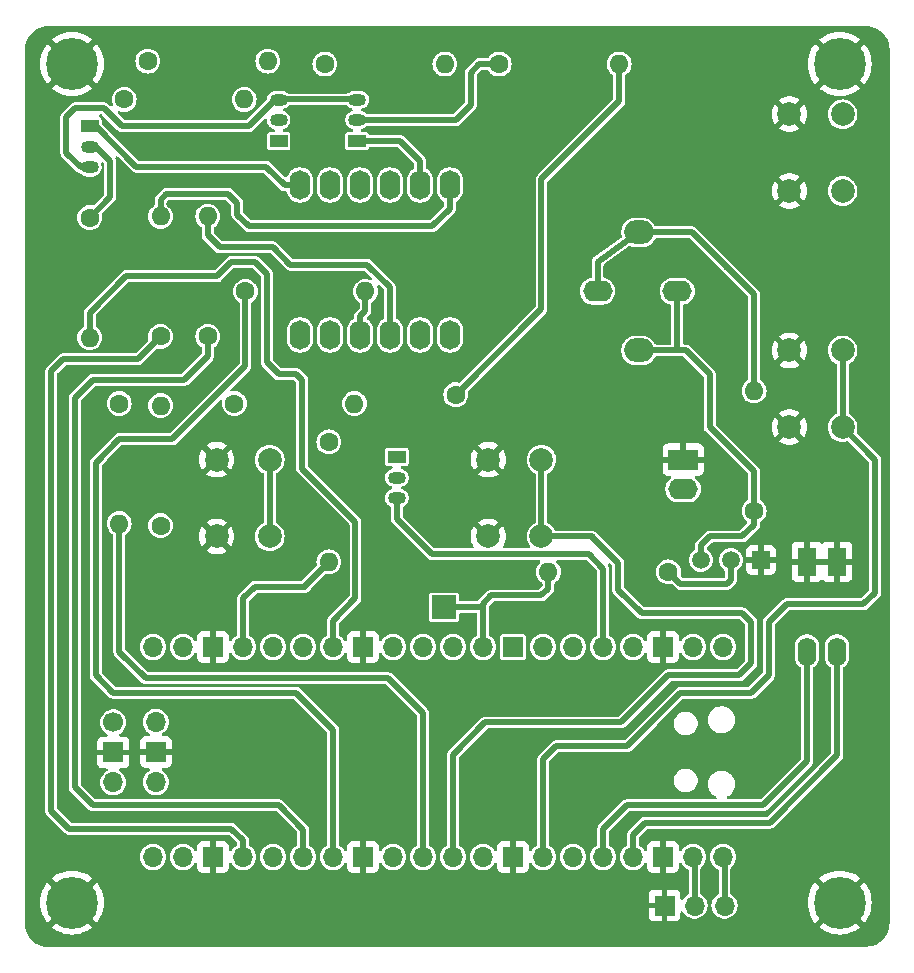
<source format=gtl>
%TF.GenerationSoftware,KiCad,Pcbnew,8.0.6*%
%TF.CreationDate,2025-01-14T21:11:08+01:00*%
%TF.ProjectId,kitchen_timer,6b697463-6865-46e5-9f74-696d65722e6b,1*%
%TF.SameCoordinates,Original*%
%TF.FileFunction,Copper,L1,Top*%
%TF.FilePolarity,Positive*%
%FSLAX46Y46*%
G04 Gerber Fmt 4.6, Leading zero omitted, Abs format (unit mm)*
G04 Created by KiCad (PCBNEW 8.0.6) date 2025-01-14 21:11:08*
%MOMM*%
%LPD*%
G01*
G04 APERTURE LIST*
%TA.AperFunction,Conductor*%
%ADD10C,0.500000*%
%TD*%
%TA.AperFunction,SMDPad,CuDef*%
%ADD11R,2.000000X2.000000*%
%TD*%
%TA.AperFunction,ComponentPad*%
%ADD12C,1.600000*%
%TD*%
%TA.AperFunction,ComponentPad*%
%ADD13O,1.600000X1.600000*%
%TD*%
%TA.AperFunction,ComponentPad*%
%ADD14C,2.000000*%
%TD*%
%TA.AperFunction,ComponentPad*%
%ADD15C,0.700000*%
%TD*%
%TA.AperFunction,ComponentPad*%
%ADD16C,4.400000*%
%TD*%
%TA.AperFunction,ComponentPad*%
%ADD17O,1.750000X2.500000*%
%TD*%
%TA.AperFunction,ComponentPad*%
%ADD18C,1.700000*%
%TD*%
%TA.AperFunction,ComponentPad*%
%ADD19R,1.700000X1.700000*%
%TD*%
%TA.AperFunction,ComponentPad*%
%ADD20O,1.700000X1.700000*%
%TD*%
%TA.AperFunction,ComponentPad*%
%ADD21R,1.500000X1.050000*%
%TD*%
%TA.AperFunction,ComponentPad*%
%ADD22O,1.500000X1.050000*%
%TD*%
%TA.AperFunction,ComponentPad*%
%ADD23O,2.500000X1.750000*%
%TD*%
%TA.AperFunction,ComponentPad*%
%ADD24O,2.500000X2.000000*%
%TD*%
%TA.AperFunction,ComponentPad*%
%ADD25R,2.500000X1.750000*%
%TD*%
%TA.AperFunction,ComponentPad*%
%ADD26C,1.500000*%
%TD*%
%TA.AperFunction,ComponentPad*%
%ADD27R,1.500000X1.500000*%
%TD*%
%TA.AperFunction,ComponentPad*%
%ADD28O,1.600000X2.400000*%
%TD*%
%TA.AperFunction,ComponentPad*%
%ADD29R,1.600000X2.400000*%
%TD*%
%TA.AperFunction,ViaPad*%
%ADD30C,1.600000*%
%TD*%
G04 APERTURE END LIST*
D10*
%TO.N,VCC*%
X118500000Y-40000000D02*
X118500000Y-37500000D01*
X118500000Y-37500000D02*
X122000000Y-35000000D01*
%TO.N,Net-(Q5-C)*%
X125250000Y-40000000D02*
X125250000Y-45000000D01*
%TD*%
D11*
%TO.P,TP1,1,1*%
%TO.N,/PWM_SPEAKER*%
X105500000Y-66750000D03*
%TD*%
D12*
%TO.P,R1,1*%
%TO.N,Net-(U2-GPIO15)*%
X78420000Y-23750000D03*
D13*
%TO.P,R1,2*%
%TO.N,Net-(U1-A)*%
X88580000Y-23750000D03*
%TD*%
D12*
%TO.P,R5,1*%
%TO.N,Net-(U1-E)*%
X78000000Y-49500000D03*
D13*
%TO.P,R5,2*%
%TO.N,Net-(U2-GPIO8)*%
X78000000Y-59660000D03*
%TD*%
D14*
%TO.P,SW1,1,1*%
%TO.N,GND*%
X134750000Y-31500000D03*
X134750000Y-25000000D03*
%TO.P,SW1,2,2*%
%TO.N,Net-(U2-GPIO4)*%
X139250000Y-31500000D03*
X139250000Y-25000000D03*
%TD*%
D15*
%TO.P,H1,1,1*%
%TO.N,GND*%
X72350000Y-91750000D03*
X72833274Y-90583274D03*
X72833274Y-92916726D03*
X74000000Y-90100000D03*
D16*
X74000000Y-91750000D03*
D15*
X74000000Y-93400000D03*
X75166726Y-90583274D03*
X75166726Y-92916726D03*
X75650000Y-91750000D03*
%TD*%
D12*
%TO.P,R13,1*%
%TO.N,Net-(Q5-B)*%
X124500000Y-63750000D03*
D13*
%TO.P,R13,2*%
%TO.N,/PWM_SPEAKER*%
X114340000Y-63750000D03*
%TD*%
D12*
%TO.P,R6,1*%
%TO.N,Net-(U2-GPIO14)*%
X80420000Y-20500000D03*
D13*
%TO.P,R6,2*%
%TO.N,Net-(U1-F)*%
X90580000Y-20500000D03*
%TD*%
D14*
%TO.P,SW3,1,1*%
%TO.N,GND*%
X86250000Y-60750000D03*
X86250000Y-54250000D03*
%TO.P,SW3,2,2*%
%TO.N,Net-(U2-GPIO6)*%
X90750000Y-60750000D03*
X90750000Y-54250000D03*
%TD*%
D15*
%TO.P,H2,1,1*%
%TO.N,GND*%
X137350000Y-91750000D03*
X137833274Y-90583274D03*
X137833274Y-92916726D03*
X139000000Y-90100000D03*
D16*
X139000000Y-91750000D03*
D15*
X139000000Y-93400000D03*
X140166726Y-90583274D03*
X140166726Y-92916726D03*
X140650000Y-91750000D03*
%TD*%
D17*
%TO.P,U1,1,E*%
%TO.N,Net-(U1-E)*%
X93300000Y-43700000D03*
%TO.P,U1,2,D*%
%TO.N,Net-(U1-D)*%
X95840000Y-43700000D03*
%TO.P,U1,3,DP*%
%TO.N,Net-(U1-DP)*%
X98380000Y-43700000D03*
%TO.P,U1,4,C*%
%TO.N,Net-(U1-C)*%
X100920000Y-43700000D03*
%TO.P,U1,5,G*%
%TO.N,Net-(U1-G)*%
X103460000Y-43700000D03*
%TO.P,U1,6,Digit4*%
%TO.N,Net-(Q4-C)*%
X106000000Y-43700000D03*
%TO.P,U1,7,B*%
%TO.N,Net-(U1-B)*%
X106000000Y-31000000D03*
%TO.P,U1,8,Digit3*%
%TO.N,Net-(Q3-C)*%
X103460000Y-31000000D03*
%TO.P,U1,9,Digit2*%
%TO.N,Net-(Q2-C)*%
X100920000Y-31000000D03*
%TO.P,U1,10,F*%
%TO.N,Net-(U1-F)*%
X98380000Y-31000000D03*
%TO.P,U1,11,A*%
%TO.N,Net-(U1-A)*%
X95840000Y-31000000D03*
%TO.P,U1,12,Digit1*%
%TO.N,Net-(Q1-C)*%
X93300000Y-31000000D03*
%TD*%
D18*
%TO.P,J3,1,Pin_1*%
%TO.N,Net-(J3-Pin_1)*%
X77500000Y-76500000D03*
D19*
%TO.P,J3,2,Pin_2*%
%TO.N,GND*%
X77500000Y-79040000D03*
D20*
%TO.P,J3,3,Pin_3*%
%TO.N,Net-(J3-Pin_3)*%
X77500000Y-81580000D03*
%TD*%
D14*
%TO.P,SW4,1,1*%
%TO.N,GND*%
X109250000Y-60750000D03*
X109250000Y-54250000D03*
%TO.P,SW4,2,2*%
%TO.N,Net-(U2-GPIO7)*%
X113750000Y-60750000D03*
X113750000Y-54250000D03*
%TD*%
D12*
%TO.P,R11,1*%
%TO.N,Net-(Q2-B)*%
X95420000Y-20750000D03*
D13*
%TO.P,R11,2*%
%TO.N,Net-(U2-GPIO20)*%
X105580000Y-20750000D03*
%TD*%
D15*
%TO.P,H3,1,1*%
%TO.N,GND*%
X137350000Y-20750000D03*
X137833274Y-19583274D03*
X137833274Y-21916726D03*
X139000000Y-19100000D03*
D16*
X139000000Y-20750000D03*
D15*
X139000000Y-22400000D03*
X140166726Y-19583274D03*
X140166726Y-21916726D03*
X140650000Y-20750000D03*
%TD*%
D12*
%TO.P,R10,1*%
%TO.N,Net-(Q3-B)*%
X110170000Y-20750000D03*
D13*
%TO.P,R10,2*%
%TO.N,Net-(U2-GPIO19)*%
X120330000Y-20750000D03*
%TD*%
D14*
%TO.P,SW2,1,1*%
%TO.N,GND*%
X134750000Y-51500000D03*
X134750000Y-45000000D03*
%TO.P,SW2,2,2*%
%TO.N,Net-(U2-GPIO5)*%
X139250000Y-51500000D03*
X139250000Y-45000000D03*
%TD*%
D12*
%TO.P,R4,1*%
%TO.N,Net-(U2-GPIO9)*%
X81500000Y-59830000D03*
D13*
%TO.P,R4,2*%
%TO.N,Net-(U1-D)*%
X81500000Y-49670000D03*
%TD*%
D12*
%TO.P,R8,1*%
%TO.N,Net-(U2-GPIO12)*%
X87750000Y-49500000D03*
D13*
%TO.P,R8,2*%
%TO.N,Net-(U1-G)*%
X97910000Y-49500000D03*
%TD*%
D12*
%TO.P,R14,1*%
%TO.N,Net-(Q5-C)*%
X131750000Y-58580000D03*
D13*
%TO.P,R14,2*%
%TO.N,VCC*%
X131750000Y-48420000D03*
%TD*%
D15*
%TO.P,H4,1,1*%
%TO.N,GND*%
X72350000Y-20750000D03*
X72833274Y-19583274D03*
X72833274Y-21916726D03*
X74000000Y-19100000D03*
D16*
X74000000Y-20750000D03*
D15*
X74000000Y-22400000D03*
X75166726Y-19583274D03*
X75166726Y-21916726D03*
X75650000Y-20750000D03*
%TD*%
D12*
%TO.P,R12,1*%
%TO.N,Net-(Q1-B)*%
X75500000Y-33750000D03*
D13*
%TO.P,R12,2*%
%TO.N,Net-(U2-GPIO21)*%
X75500000Y-43910000D03*
%TD*%
D12*
%TO.P,R9,1*%
%TO.N,Net-(Q4-B)*%
X95750000Y-52750000D03*
D13*
%TO.P,R9,2*%
%TO.N,Net-(U2-GPIO18)*%
X95750000Y-62910000D03*
%TD*%
D19*
%TO.P,J2,1,Pin_1*%
%TO.N,GND*%
X124170000Y-92000000D03*
D20*
%TO.P,J2,2,Pin_2*%
%TO.N,Net-(J2-Pin_2)*%
X126710000Y-92000000D03*
%TO.P,J2,3,Pin_3*%
%TO.N,Net-(J2-Pin_3)*%
X129250000Y-92000000D03*
%TD*%
%TO.P,U2,1,GPIO0*%
%TO.N,Net-(J2-Pin_3)*%
X129130000Y-87890000D03*
%TO.P,U2,2,GPIO1*%
%TO.N,Net-(J2-Pin_2)*%
X126590000Y-87890000D03*
D19*
%TO.P,U2,3,GND*%
%TO.N,GND*%
X124050000Y-87890000D03*
D20*
%TO.P,U2,4,GPIO2*%
%TO.N,IN_1*%
X121510000Y-87890000D03*
%TO.P,U2,5,GPIO3*%
%TO.N,IN_2*%
X118970000Y-87890000D03*
%TO.P,U2,6,GPIO4*%
%TO.N,Net-(U2-GPIO4)*%
X116430000Y-87890000D03*
%TO.P,U2,7,GPIO5*%
%TO.N,Net-(U2-GPIO5)*%
X113890000Y-87890000D03*
D19*
%TO.P,U2,8,GND*%
%TO.N,GND*%
X111350000Y-87890000D03*
D20*
%TO.P,U2,9,GPIO6*%
%TO.N,Net-(U2-GPIO6)*%
X108810000Y-87890000D03*
%TO.P,U2,10,GPIO7*%
%TO.N,Net-(U2-GPIO7)*%
X106270000Y-87890000D03*
%TO.P,U2,11,GPIO8*%
%TO.N,Net-(U2-GPIO8)*%
X103730000Y-87890000D03*
%TO.P,U2,12,GPIO9*%
%TO.N,Net-(U2-GPIO9)*%
X101190000Y-87890000D03*
D19*
%TO.P,U2,13,GND*%
%TO.N,GND*%
X98650000Y-87890000D03*
D20*
%TO.P,U2,14,GPIO10*%
%TO.N,Net-(U2-GPIO10)*%
X96110000Y-87890000D03*
%TO.P,U2,15,GPIO11*%
%TO.N,Net-(U2-GPIO11)*%
X93570000Y-87890000D03*
%TO.P,U2,16,GPIO12*%
%TO.N,Net-(U2-GPIO12)*%
X91030000Y-87890000D03*
%TO.P,U2,17,GPIO13*%
%TO.N,Net-(U2-GPIO13)*%
X88490000Y-87890000D03*
D19*
%TO.P,U2,18,GND*%
%TO.N,GND*%
X85950000Y-87890000D03*
D20*
%TO.P,U2,19,GPIO14*%
%TO.N,Net-(U2-GPIO14)*%
X83410000Y-87890000D03*
%TO.P,U2,20,GPIO15*%
%TO.N,Net-(U2-GPIO15)*%
X80870000Y-87890000D03*
%TO.P,U2,21,GPIO16*%
%TO.N,unconnected-(U2-GPIO16-Pad21)*%
X80870000Y-70110000D03*
%TO.P,U2,22,GPIO17*%
%TO.N,unconnected-(U2-GPIO17-Pad22)_1*%
X83410000Y-70110000D03*
D19*
%TO.P,U2,23,GND*%
%TO.N,GND*%
X85950000Y-70110000D03*
D20*
%TO.P,U2,24,GPIO18*%
%TO.N,Net-(U2-GPIO18)*%
X88490000Y-70110000D03*
%TO.P,U2,25,GPIO19*%
%TO.N,Net-(U2-GPIO19)*%
X91030000Y-70110000D03*
%TO.P,U2,26,GPIO20*%
%TO.N,Net-(U2-GPIO20)*%
X93570000Y-70110000D03*
%TO.P,U2,27,GPIO21*%
%TO.N,Net-(U2-GPIO21)*%
X96110000Y-70110000D03*
D19*
%TO.P,U2,28,GND*%
%TO.N,GND*%
X98650000Y-70110000D03*
D20*
%TO.P,U2,29,GPIO22*%
%TO.N,unconnected-(U2-GPIO22-Pad29)*%
X101190000Y-70110000D03*
%TO.P,U2,30,RUN*%
%TO.N,unconnected-(U2-RUN-Pad30)_1*%
X103730000Y-70110000D03*
%TO.P,U2,31,GPIO26_ADC0*%
%TO.N,unconnected-(U2-GPIO26_ADC0-Pad31)*%
X106270000Y-70110000D03*
%TO.P,U2,32,GPIO27_ADC1*%
%TO.N,/PWM_SPEAKER*%
X108810000Y-70110000D03*
D19*
%TO.P,U2,33,AGND*%
%TO.N,unconnected-(U2-AGND-Pad33)_1*%
X111350000Y-70110000D03*
D20*
%TO.P,U2,34,GPIO28_ADC2*%
%TO.N,unconnected-(U2-GPIO28_ADC2-Pad34)*%
X113890000Y-70110000D03*
%TO.P,U2,35,ADC_VREF*%
%TO.N,unconnected-(U2-ADC_VREF-Pad35)_1*%
X116430000Y-70110000D03*
%TO.P,U2,36,3V3*%
%TO.N,Net-(Q1-E)*%
X118970000Y-70110000D03*
%TO.P,U2,37,3V3_EN*%
%TO.N,unconnected-(U2-3V3_EN-Pad37)*%
X121510000Y-70110000D03*
D19*
%TO.P,U2,38,GND*%
%TO.N,GND*%
X124050000Y-70110000D03*
D20*
%TO.P,U2,39,VSYS*%
%TO.N,/charging_and_audio/VSYS*%
X126590000Y-70110000D03*
%TO.P,U2,40,VBUS*%
%TO.N,unconnected-(U2-VBUS-Pad40)_1*%
X129130000Y-70110000D03*
%TO.P,U2,41,SWCLK*%
%TO.N,Net-(J3-Pin_3)*%
X81100000Y-81540000D03*
D19*
%TO.P,U2,42,GND*%
%TO.N,GND*%
X81100000Y-79000000D03*
D20*
%TO.P,U2,43,SWDIO*%
%TO.N,Net-(J3-Pin_1)*%
X81100000Y-76460000D03*
%TD*%
D21*
%TO.P,Q3,1,C*%
%TO.N,Net-(Q3-C)*%
X98140000Y-27270000D03*
D22*
%TO.P,Q3,2,B*%
%TO.N,Net-(Q3-B)*%
X98140000Y-25500000D03*
%TO.P,Q3,3,E*%
%TO.N,Net-(Q1-E)*%
X98140000Y-23770000D03*
%TD*%
D12*
%TO.P,R2,1*%
%TO.N,Net-(U2-GPIO13)*%
X81500000Y-43810000D03*
D13*
%TO.P,R2,2*%
%TO.N,Net-(U1-B)*%
X81500000Y-33650000D03*
%TD*%
D23*
%TO.P,LS1,4*%
%TO.N,N/C*%
X118500000Y-40000000D03*
%TO.P,LS1,3*%
X125250000Y-40000000D03*
D24*
%TO.P,LS1,2,2*%
%TO.N,Net-(Q5-C)*%
X122000000Y-45000000D03*
%TO.P,LS1,1,1*%
%TO.N,VCC*%
X122000000Y-35000000D03*
%TD*%
D21*
%TO.P,Q1,1,C*%
%TO.N,Net-(Q1-C)*%
X75500000Y-26000000D03*
D22*
%TO.P,Q1,2,B*%
%TO.N,Net-(Q1-B)*%
X75500000Y-27770000D03*
%TO.P,Q1,3,E*%
%TO.N,Net-(Q1-E)*%
X75500000Y-29500000D03*
%TD*%
D21*
%TO.P,Q2,1,C*%
%TO.N,Net-(Q2-C)*%
X91500000Y-27270000D03*
D22*
%TO.P,Q2,2,B*%
%TO.N,Net-(Q2-B)*%
X91500000Y-25500000D03*
%TO.P,Q2,3,E*%
%TO.N,Net-(Q1-E)*%
X91500000Y-23770000D03*
%TD*%
D23*
%TO.P,J1,1,Pin_1*%
%TO.N,/charging_and_audio/OUT+*%
X125750000Y-56750000D03*
D25*
%TO.P,J1,2,Pin_2*%
%TO.N,GND*%
X125750000Y-54250000D03*
%TD*%
D12*
%TO.P,R3,1*%
%TO.N,Net-(U2-GPIO11)*%
X85500000Y-43810000D03*
D13*
%TO.P,R3,2*%
%TO.N,Net-(U1-C)*%
X85500000Y-33650000D03*
%TD*%
D26*
%TO.P,Q5,1,C*%
%TO.N,Net-(Q5-C)*%
X127250000Y-62750000D03*
%TO.P,Q5,2,B*%
%TO.N,Net-(Q5-B)*%
X129790000Y-62750000D03*
D27*
%TO.P,Q5,3,E*%
%TO.N,GND*%
X132330000Y-62750000D03*
%TD*%
D21*
%TO.P,Q4,1,C*%
%TO.N,Net-(Q4-C)*%
X101500000Y-54000000D03*
D22*
%TO.P,Q4,2,B*%
%TO.N,Net-(Q4-B)*%
X101500000Y-55770000D03*
%TO.P,Q4,3,E*%
%TO.N,Net-(Q1-E)*%
X101500000Y-57500000D03*
%TD*%
D28*
%TO.P,SW5,1*%
%TO.N,IN_1*%
X138775000Y-70500000D03*
%TO.P,SW5,2*%
%TO.N,IN_2*%
X136235000Y-70500000D03*
D29*
%TO.P,SW5,3*%
%TO.N,GND*%
X136235000Y-62880000D03*
%TO.P,SW5,4*%
X138775000Y-62880000D03*
%TD*%
D12*
%TO.P,R7,1*%
%TO.N,Net-(U2-GPIO10)*%
X88690000Y-40000000D03*
D13*
%TO.P,R7,2*%
%TO.N,Net-(U1-DP)*%
X98850000Y-40000000D03*
%TD*%
D30*
%TO.N,Net-(U2-GPIO19)*%
X106500000Y-48750000D03*
%TD*%
D10*
%TO.N,Net-(U2-GPIO8)*%
X78000000Y-59660000D02*
X78000000Y-70500000D01*
X80250000Y-72750000D02*
X100750000Y-72750000D01*
X103730000Y-75730000D02*
X103730000Y-87890000D01*
X78000000Y-70500000D02*
X80250000Y-72750000D01*
X100750000Y-72750000D02*
X103730000Y-75730000D01*
%TO.N,GND*%
X77500000Y-79040000D02*
X77540000Y-79000000D01*
%TO.N,Net-(Q5-C)*%
X131750000Y-55250000D02*
X128000000Y-51500000D01*
X130750000Y-60750000D02*
X128000000Y-60750000D01*
X126000000Y-45000000D02*
X122000000Y-45000000D01*
X131750000Y-59750000D02*
X130750000Y-60750000D01*
X128000000Y-47000000D02*
X126000000Y-45000000D01*
X131750000Y-58580000D02*
X131750000Y-59750000D01*
X131750000Y-58580000D02*
X131750000Y-55250000D01*
X127250000Y-61500000D02*
X127250000Y-62750000D01*
X128000000Y-60750000D02*
X127250000Y-61500000D01*
X128000000Y-51500000D02*
X128000000Y-47000000D01*
%TO.N,VCC*%
X129250000Y-37750000D02*
X126500000Y-35000000D01*
X126500000Y-35000000D02*
X122000000Y-35000000D01*
X129500000Y-38000000D02*
X129250000Y-37750000D01*
X131750000Y-40250000D02*
X129250000Y-37750000D01*
X121000000Y-35000000D02*
X122000000Y-35000000D01*
X131750000Y-48420000D02*
X131750000Y-40250000D01*
%TO.N,Net-(Q1-C)*%
X76000000Y-26000000D02*
X79450000Y-29450000D01*
X75500000Y-26000000D02*
X76000000Y-26000000D01*
X93300000Y-31000000D02*
X92000000Y-31000000D01*
X92000000Y-31000000D02*
X90450000Y-29450000D01*
X90450000Y-29450000D02*
X79450000Y-29450000D01*
%TO.N,Net-(Q1-B)*%
X76035000Y-27770000D02*
X75500000Y-27770000D01*
X77250000Y-28985000D02*
X76035000Y-27770000D01*
X75500000Y-33750000D02*
X77250000Y-32000000D01*
X77250000Y-32000000D02*
X77250000Y-28985000D01*
%TO.N,Net-(Q1-E)*%
X104500000Y-62250000D02*
X101500000Y-59250000D01*
X73500000Y-28250000D02*
X73500000Y-25250000D01*
X78250000Y-26000000D02*
X89000000Y-26000000D01*
X118970000Y-63530000D02*
X119000000Y-63500000D01*
X89000000Y-26000000D02*
X91250000Y-23750000D01*
X74750000Y-29500000D02*
X73500000Y-28250000D01*
X73500000Y-25250000D02*
X74250000Y-24500000D01*
X75500000Y-29500000D02*
X74750000Y-29500000D01*
X117750000Y-62250000D02*
X104500000Y-62250000D01*
X76750000Y-24500000D02*
X78250000Y-26000000D01*
X101500000Y-59250000D02*
X101500000Y-57500000D01*
X74250000Y-24500000D02*
X76750000Y-24500000D01*
X119000000Y-63500000D02*
X117750000Y-62250000D01*
X91250000Y-23750000D02*
X97660000Y-23750000D01*
X118970000Y-70110000D02*
X118970000Y-63530000D01*
%TO.N,Net-(Q3-B)*%
X106500000Y-25500000D02*
X98140000Y-25500000D01*
X107750000Y-24250000D02*
X106500000Y-25500000D01*
X110170000Y-20750000D02*
X108500000Y-20750000D01*
X108500000Y-20750000D02*
X107750000Y-21500000D01*
X107750000Y-21500000D02*
X107750000Y-24250000D01*
%TO.N,Net-(Q3-C)*%
X101750000Y-27250000D02*
X98620000Y-27250000D01*
X103460000Y-28960000D02*
X101750000Y-27250000D01*
X103460000Y-31000000D02*
X103460000Y-28960000D01*
%TO.N,Net-(Q5-B)*%
X129790000Y-62750000D02*
X129790000Y-64460000D01*
X129500000Y-64750000D02*
X125500000Y-64750000D01*
X129790000Y-64460000D02*
X129500000Y-64750000D01*
X125500000Y-64750000D02*
X124500000Y-63750000D01*
%TO.N,Net-(U1-B)*%
X106000000Y-33000000D02*
X106000000Y-31000000D01*
X89000000Y-34500000D02*
X104500000Y-34500000D01*
X104500000Y-34500000D02*
X106000000Y-33000000D01*
X81500000Y-33650000D02*
X81500000Y-32250000D01*
X88000000Y-33500000D02*
X89000000Y-34500000D01*
X82000000Y-31750000D02*
X87250000Y-31750000D01*
X87250000Y-31750000D02*
X88000000Y-32500000D01*
X88000000Y-32500000D02*
X88000000Y-33500000D01*
X81500000Y-32250000D02*
X82000000Y-31750000D01*
%TO.N,Net-(U2-GPIO13)*%
X81500000Y-43810000D02*
X79560000Y-45750000D01*
X88490000Y-86490000D02*
X88490000Y-87890000D01*
X72250000Y-84000000D02*
X73750000Y-85500000D01*
X73750000Y-85500000D02*
X87500000Y-85500000D01*
X79560000Y-45750000D02*
X73250000Y-45750000D01*
X87500000Y-85500000D02*
X88490000Y-86490000D01*
X73250000Y-45750000D02*
X72250000Y-46750000D01*
X72250000Y-46750000D02*
X72250000Y-84000000D01*
%TO.N,Net-(U2-GPIO11)*%
X74250000Y-82000000D02*
X74250000Y-49000000D01*
X83500000Y-47500000D02*
X85500000Y-45500000D01*
X85500000Y-45500000D02*
X85500000Y-43810000D01*
X91500000Y-83500000D02*
X75750000Y-83500000D01*
X93570000Y-87890000D02*
X93570000Y-85570000D01*
X75750000Y-47500000D02*
X83500000Y-47500000D01*
X75750000Y-83500000D02*
X74250000Y-82000000D01*
X93570000Y-85570000D02*
X91500000Y-83500000D01*
X74250000Y-49000000D02*
X75750000Y-47500000D01*
%TO.N,Net-(U1-C)*%
X99000000Y-37750000D02*
X92500000Y-37750000D01*
X85500000Y-35250000D02*
X85500000Y-33650000D01*
X92500000Y-37750000D02*
X91000000Y-36250000D01*
X91000000Y-36250000D02*
X86500000Y-36250000D01*
X86500000Y-36250000D02*
X85500000Y-35250000D01*
X100920000Y-43700000D02*
X100920000Y-39670000D01*
X100920000Y-39670000D02*
X99000000Y-37750000D01*
%TO.N,Net-(U2-GPIO10)*%
X88690000Y-46310000D02*
X82500000Y-52500000D01*
X77500000Y-74000000D02*
X93000000Y-74000000D01*
X82500000Y-52500000D02*
X78000000Y-52500000D01*
X78000000Y-52500000D02*
X76000000Y-54500000D01*
X76000000Y-54500000D02*
X76000000Y-72500000D01*
X88690000Y-40000000D02*
X88690000Y-46310000D01*
X93000000Y-74000000D02*
X96110000Y-77110000D01*
X96110000Y-77110000D02*
X96110000Y-87890000D01*
X76000000Y-72500000D02*
X77500000Y-74000000D01*
%TO.N,Net-(U1-DP)*%
X98850000Y-41650000D02*
X98380000Y-42120000D01*
X98850000Y-40000000D02*
X98850000Y-41650000D01*
X98380000Y-42120000D02*
X98380000Y-43700000D01*
%TO.N,Net-(U2-GPIO18)*%
X93750000Y-65000000D02*
X89500000Y-65000000D01*
X88500000Y-66000000D02*
X88500000Y-67000000D01*
X89500000Y-65000000D02*
X88500000Y-66000000D01*
X93750000Y-64910000D02*
X93750000Y-65000000D01*
X88500000Y-67000000D02*
X88490000Y-67010000D01*
X88490000Y-67010000D02*
X88490000Y-70110000D01*
X95750000Y-62910000D02*
X93750000Y-64910000D01*
%TO.N,Net-(U2-GPIO19)*%
X120330000Y-23920000D02*
X120330000Y-20750000D01*
X113750000Y-30500000D02*
X120330000Y-23920000D01*
X113750000Y-41500000D02*
X113750000Y-30500000D01*
X106500000Y-48750000D02*
X113750000Y-41500000D01*
%TO.N,Net-(U2-GPIO21)*%
X96110000Y-70110000D02*
X96110000Y-67890000D01*
X75500000Y-41810000D02*
X75500000Y-43910000D01*
X90500000Y-38500000D02*
X89500000Y-37500000D01*
X93500000Y-47500000D02*
X93000000Y-47000000D01*
X96110000Y-67890000D02*
X98000000Y-66000000D01*
X98000000Y-59500000D02*
X93500000Y-55000000D01*
X87500000Y-37500000D02*
X86300000Y-38700000D01*
X78610000Y-38700000D02*
X75500000Y-41810000D01*
X91500000Y-47000000D02*
X90500000Y-46000000D01*
X93500000Y-55000000D02*
X93500000Y-47500000D01*
X93000000Y-47000000D02*
X91500000Y-47000000D01*
X89500000Y-37500000D02*
X87500000Y-37500000D01*
X98000000Y-66000000D02*
X98000000Y-59500000D01*
X86300000Y-38700000D02*
X78610000Y-38700000D01*
X90500000Y-46000000D02*
X90500000Y-38500000D01*
%TO.N,Net-(U2-GPIO5)*%
X133000000Y-72500000D02*
X131500000Y-74000000D01*
X133000000Y-68000000D02*
X133000000Y-72500000D01*
X139250000Y-51500000D02*
X139250000Y-45000000D01*
X142000000Y-54250000D02*
X142000000Y-65500000D01*
X113890000Y-79610000D02*
X113890000Y-87890000D01*
X131500000Y-74000000D02*
X125500000Y-74000000D01*
X134500000Y-66500000D02*
X133000000Y-68000000D01*
X115000000Y-78500000D02*
X113890000Y-79610000D01*
X142000000Y-65500000D02*
X141000000Y-66500000D01*
X141000000Y-66500000D02*
X134500000Y-66500000D01*
X139250000Y-51500000D02*
X142000000Y-54250000D01*
X125500000Y-74000000D02*
X121000000Y-78500000D01*
X121000000Y-78500000D02*
X115000000Y-78500000D01*
%TO.N,Net-(U2-GPIO6)*%
X90750000Y-54250000D02*
X90750000Y-60750000D01*
%TO.N,Net-(U2-GPIO7)*%
X106270000Y-79230000D02*
X109000000Y-76500000D01*
X113750000Y-60750000D02*
X118000000Y-60750000D01*
X109000000Y-76500000D02*
X120500000Y-76500000D01*
X124500000Y-72500000D02*
X130500000Y-72500000D01*
X106270000Y-87890000D02*
X106270000Y-79230000D01*
X131500000Y-68000000D02*
X130750000Y-67250000D01*
X118000000Y-60750000D02*
X118125000Y-60875000D01*
X130500000Y-72500000D02*
X131500000Y-71500000D01*
X120500000Y-76500000D02*
X124500000Y-72500000D01*
X120250000Y-65250000D02*
X120250000Y-63000000D01*
X113750000Y-60750000D02*
X113750000Y-54250000D01*
X130750000Y-67250000D02*
X122250000Y-67250000D01*
X131500000Y-71500000D02*
X131500000Y-68000000D01*
X120250000Y-63000000D02*
X118125000Y-60875000D01*
X122250000Y-67250000D02*
X120250000Y-65250000D01*
%TO.N,IN_1*%
X138775000Y-70500000D02*
X138775000Y-79285660D01*
X138775000Y-79285660D02*
X133060660Y-85000000D01*
X122500000Y-85000000D02*
X121510000Y-85990000D01*
X121510000Y-85990000D02*
X121510000Y-87890000D01*
X133060660Y-85000000D02*
X122500000Y-85000000D01*
%TO.N,IN_2*%
X132500000Y-83500000D02*
X136235000Y-79765000D01*
X136235000Y-79765000D02*
X136235000Y-70500000D01*
X121000000Y-83500000D02*
X132500000Y-83500000D01*
X118970000Y-87890000D02*
X118970000Y-85530000D01*
X118970000Y-85530000D02*
X121000000Y-83500000D01*
%TO.N,/PWM_SPEAKER*%
X108810000Y-66440000D02*
X108810000Y-66750000D01*
X113750000Y-65750000D02*
X109500000Y-65750000D01*
X114340000Y-63750000D02*
X114340000Y-65160000D01*
X114340000Y-65160000D02*
X113750000Y-65750000D01*
X108810000Y-70110000D02*
X108810000Y-66750000D01*
X105500000Y-66750000D02*
X108810000Y-66750000D01*
X109500000Y-65750000D02*
X108810000Y-66440000D01*
%TO.N,Net-(J2-Pin_2)*%
X126710000Y-88010000D02*
X126590000Y-87890000D01*
X126710000Y-92000000D02*
X126710000Y-88010000D01*
%TO.N,Net-(J2-Pin_3)*%
X129250000Y-88010000D02*
X129130000Y-87890000D01*
X129250000Y-92000000D02*
X129250000Y-88010000D01*
%TO.N,Net-(J3-Pin_3)*%
X77500000Y-81580000D02*
X77540000Y-81540000D01*
%TO.N,Net-(J3-Pin_1)*%
X77500000Y-76500000D02*
X77540000Y-76460000D01*
%TD*%
%TA.AperFunction,Conductor*%
%TO.N,GND*%
G36*
X138454920Y-62634394D02*
G01*
X138402259Y-62725606D01*
X138375000Y-62827339D01*
X138375000Y-62932661D01*
X138402259Y-63034394D01*
X138454920Y-63125606D01*
X138459314Y-63130000D01*
X136550686Y-63130000D01*
X136555080Y-63125606D01*
X136607741Y-63034394D01*
X136635000Y-62932661D01*
X136635000Y-62827339D01*
X136607741Y-62725606D01*
X136555080Y-62634394D01*
X136550686Y-62630000D01*
X138459314Y-62630000D01*
X138454920Y-62634394D01*
G37*
%TD.AperFunction*%
%TA.AperFunction,Conductor*%
G36*
X141236283Y-17518532D02*
G01*
X141485102Y-17534844D01*
X141501180Y-17536960D01*
X141741764Y-17584818D01*
X141757426Y-17589015D01*
X141989700Y-17667863D01*
X142004685Y-17674070D01*
X142224686Y-17782564D01*
X142238730Y-17790672D01*
X142442688Y-17926953D01*
X142455552Y-17936824D01*
X142639972Y-18098558D01*
X142651441Y-18110027D01*
X142813175Y-18294447D01*
X142823049Y-18307315D01*
X142959325Y-18511266D01*
X142967435Y-18525313D01*
X143075929Y-18745314D01*
X143082136Y-18760299D01*
X143160983Y-18992570D01*
X143165181Y-19008237D01*
X143213038Y-19248818D01*
X143215155Y-19264898D01*
X143231467Y-19513715D01*
X143231733Y-19521827D01*
X143231733Y-93478172D01*
X143231467Y-93486284D01*
X143215155Y-93735101D01*
X143213038Y-93751181D01*
X143165181Y-93991762D01*
X143160983Y-94007429D01*
X143082136Y-94239700D01*
X143075929Y-94254685D01*
X142967435Y-94474686D01*
X142959325Y-94488733D01*
X142823049Y-94692684D01*
X142813175Y-94705552D01*
X142651441Y-94889972D01*
X142639972Y-94901441D01*
X142455552Y-95063175D01*
X142442684Y-95073049D01*
X142238733Y-95209325D01*
X142224686Y-95217435D01*
X142004685Y-95325929D01*
X141989700Y-95332136D01*
X141757429Y-95410983D01*
X141741762Y-95415181D01*
X141501182Y-95463038D01*
X141485101Y-95465155D01*
X141236268Y-95481467D01*
X141228159Y-95481733D01*
X141158773Y-95481733D01*
X141158501Y-95481750D01*
X72004083Y-95499499D01*
X71995942Y-95499234D01*
X71922981Y-95494451D01*
X71747116Y-95482925D01*
X71731035Y-95480807D01*
X71490464Y-95432954D01*
X71474797Y-95428756D01*
X71242520Y-95349909D01*
X71227534Y-95343702D01*
X71007539Y-95235212D01*
X70993492Y-95227102D01*
X70789539Y-95090825D01*
X70776671Y-95080951D01*
X70756401Y-95063175D01*
X70592250Y-94919218D01*
X70580781Y-94907749D01*
X70419048Y-94723328D01*
X70409174Y-94710460D01*
X70397296Y-94692684D01*
X70272897Y-94506507D01*
X70264787Y-94492460D01*
X70158855Y-94277652D01*
X70156294Y-94272458D01*
X70150090Y-94257479D01*
X70071243Y-94025202D01*
X70067045Y-94009535D01*
X70055653Y-93952262D01*
X70019190Y-93768953D01*
X70017075Y-93752895D01*
X70000764Y-93504031D01*
X70000500Y-93495940D01*
X70000919Y-91750000D01*
X71295065Y-91750000D01*
X71314786Y-92076038D01*
X71373667Y-92397341D01*
X71470835Y-92709164D01*
X71470839Y-92709175D01*
X71604897Y-93007041D01*
X71604898Y-93007043D01*
X71773881Y-93286576D01*
X71921476Y-93474968D01*
X73063708Y-92332736D01*
X73160967Y-92466602D01*
X73283398Y-92589033D01*
X73417262Y-92686290D01*
X72275030Y-93828522D01*
X72275030Y-93828523D01*
X72463423Y-93976118D01*
X72742956Y-94145101D01*
X72742958Y-94145102D01*
X73040824Y-94279160D01*
X73040835Y-94279164D01*
X73352658Y-94376332D01*
X73673961Y-94435213D01*
X74000000Y-94454934D01*
X74326038Y-94435213D01*
X74647341Y-94376332D01*
X74959164Y-94279164D01*
X74959175Y-94279160D01*
X75257041Y-94145102D01*
X75257043Y-94145101D01*
X75536586Y-93976112D01*
X75724968Y-93828523D01*
X75724968Y-93828522D01*
X74582737Y-92686290D01*
X74716602Y-92589033D01*
X74839033Y-92466602D01*
X74936290Y-92332737D01*
X76078522Y-93474968D01*
X76078523Y-93474968D01*
X76226112Y-93286586D01*
X76395101Y-93007043D01*
X76395102Y-93007041D01*
X76529160Y-92709175D01*
X76529164Y-92709164D01*
X76626332Y-92397341D01*
X76685213Y-92076038D01*
X76704934Y-91750000D01*
X76685213Y-91423961D01*
X76626332Y-91102658D01*
X76529164Y-90790835D01*
X76529160Y-90790824D01*
X76395102Y-90492958D01*
X76395101Y-90492956D01*
X76226118Y-90213423D01*
X76078522Y-90025030D01*
X74936290Y-91167261D01*
X74839033Y-91033398D01*
X74716602Y-90910967D01*
X74582736Y-90813709D01*
X75724968Y-89671476D01*
X75536576Y-89523881D01*
X75257043Y-89354898D01*
X75257041Y-89354897D01*
X74959175Y-89220839D01*
X74959164Y-89220835D01*
X74647341Y-89123667D01*
X74326038Y-89064786D01*
X74000000Y-89045065D01*
X73673961Y-89064786D01*
X73352658Y-89123667D01*
X73040835Y-89220835D01*
X73040824Y-89220839D01*
X72742958Y-89354897D01*
X72742956Y-89354898D01*
X72463422Y-89523881D01*
X72463416Y-89523886D01*
X72275030Y-89671474D01*
X72275029Y-89671476D01*
X73417262Y-90813709D01*
X73283398Y-90910967D01*
X73160967Y-91033398D01*
X73063709Y-91167262D01*
X71921476Y-90025029D01*
X71921474Y-90025030D01*
X71773886Y-90213416D01*
X71773881Y-90213422D01*
X71604898Y-90492956D01*
X71604897Y-90492958D01*
X71470839Y-90790824D01*
X71470835Y-90790835D01*
X71373667Y-91102658D01*
X71314786Y-91423961D01*
X71295065Y-91750000D01*
X70000919Y-91750000D01*
X70001846Y-87889999D01*
X79764785Y-87889999D01*
X79764785Y-87890000D01*
X79783602Y-88093082D01*
X79839417Y-88289247D01*
X79839422Y-88289260D01*
X79930327Y-88471821D01*
X80053237Y-88634581D01*
X80203958Y-88771980D01*
X80203960Y-88771982D01*
X80303141Y-88833392D01*
X80377363Y-88879348D01*
X80567544Y-88953024D01*
X80768024Y-88990500D01*
X80768026Y-88990500D01*
X80971974Y-88990500D01*
X80971976Y-88990500D01*
X81172456Y-88953024D01*
X81362637Y-88879348D01*
X81536041Y-88771981D01*
X81686764Y-88634579D01*
X81809673Y-88471821D01*
X81900582Y-88289250D01*
X81956397Y-88093083D01*
X81975215Y-87890000D01*
X81956397Y-87686917D01*
X81900582Y-87490750D01*
X81896174Y-87481898D01*
X81844141Y-87377400D01*
X81809673Y-87308179D01*
X81686764Y-87145421D01*
X81686762Y-87145418D01*
X81536041Y-87008019D01*
X81536039Y-87008017D01*
X81362642Y-86900655D01*
X81362635Y-86900651D01*
X81267546Y-86863814D01*
X81172456Y-86826976D01*
X80971976Y-86789500D01*
X80768024Y-86789500D01*
X80567544Y-86826976D01*
X80567541Y-86826976D01*
X80567541Y-86826977D01*
X80377364Y-86900651D01*
X80377357Y-86900655D01*
X80203960Y-87008017D01*
X80203958Y-87008019D01*
X80053237Y-87145418D01*
X79930327Y-87308178D01*
X79839422Y-87490739D01*
X79839417Y-87490752D01*
X79783602Y-87686917D01*
X79764785Y-87889999D01*
X70001846Y-87889999D01*
X70011742Y-46684108D01*
X71749500Y-46684108D01*
X71749500Y-84065891D01*
X71783608Y-84193187D01*
X71816554Y-84250250D01*
X71849500Y-84307314D01*
X73349500Y-85807314D01*
X73442686Y-85900500D01*
X73556814Y-85966392D01*
X73684107Y-86000500D01*
X73684108Y-86000500D01*
X87241324Y-86000500D01*
X87308363Y-86020185D01*
X87329005Y-86036819D01*
X87953181Y-86660995D01*
X87986666Y-86722318D01*
X87989500Y-86748676D01*
X87989500Y-86836452D01*
X87969815Y-86903491D01*
X87930778Y-86941879D01*
X87823957Y-87008020D01*
X87673237Y-87145418D01*
X87550328Y-87308176D01*
X87535000Y-87338960D01*
X87487496Y-87390196D01*
X87419833Y-87407617D01*
X87353493Y-87385691D01*
X87309538Y-87331379D01*
X87300000Y-87283687D01*
X87300000Y-86992172D01*
X87299999Y-86992155D01*
X87293598Y-86932627D01*
X87293596Y-86932620D01*
X87243354Y-86797913D01*
X87243350Y-86797906D01*
X87157190Y-86682812D01*
X87157187Y-86682809D01*
X87042093Y-86596649D01*
X87042086Y-86596645D01*
X86907379Y-86546403D01*
X86907372Y-86546401D01*
X86847844Y-86540000D01*
X86200000Y-86540000D01*
X86200000Y-87445439D01*
X86146853Y-87414755D01*
X86017143Y-87380000D01*
X85882857Y-87380000D01*
X85753147Y-87414755D01*
X85700000Y-87445439D01*
X85700000Y-86540000D01*
X85052155Y-86540000D01*
X84992627Y-86546401D01*
X84992620Y-86546403D01*
X84857913Y-86596645D01*
X84857906Y-86596649D01*
X84742812Y-86682809D01*
X84742809Y-86682812D01*
X84656649Y-86797906D01*
X84656645Y-86797913D01*
X84606403Y-86932620D01*
X84606401Y-86932627D01*
X84600000Y-86992155D01*
X84600000Y-87283687D01*
X84580315Y-87350726D01*
X84527511Y-87396481D01*
X84458353Y-87406425D01*
X84394797Y-87377400D01*
X84365000Y-87338960D01*
X84361225Y-87331379D01*
X84349673Y-87308179D01*
X84226764Y-87145421D01*
X84226762Y-87145418D01*
X84076041Y-87008019D01*
X84076039Y-87008017D01*
X83902642Y-86900655D01*
X83902635Y-86900651D01*
X83807546Y-86863814D01*
X83712456Y-86826976D01*
X83511976Y-86789500D01*
X83308024Y-86789500D01*
X83107544Y-86826976D01*
X83107541Y-86826976D01*
X83107541Y-86826977D01*
X82917364Y-86900651D01*
X82917357Y-86900655D01*
X82743960Y-87008017D01*
X82743958Y-87008019D01*
X82593237Y-87145418D01*
X82470327Y-87308178D01*
X82379422Y-87490739D01*
X82379417Y-87490752D01*
X82323602Y-87686917D01*
X82304785Y-87889999D01*
X82304785Y-87890000D01*
X82323602Y-88093082D01*
X82379417Y-88289247D01*
X82379422Y-88289260D01*
X82470327Y-88471821D01*
X82593237Y-88634581D01*
X82743958Y-88771980D01*
X82743960Y-88771982D01*
X82843141Y-88833392D01*
X82917363Y-88879348D01*
X83107544Y-88953024D01*
X83308024Y-88990500D01*
X83308026Y-88990500D01*
X83511974Y-88990500D01*
X83511976Y-88990500D01*
X83712456Y-88953024D01*
X83902637Y-88879348D01*
X84076041Y-88771981D01*
X84226764Y-88634579D01*
X84349673Y-88471821D01*
X84349674Y-88471819D01*
X84365000Y-88441041D01*
X84412503Y-88389803D01*
X84480165Y-88372382D01*
X84546506Y-88394307D01*
X84590461Y-88448619D01*
X84600000Y-88496312D01*
X84600000Y-88787844D01*
X84606401Y-88847372D01*
X84606403Y-88847379D01*
X84656645Y-88982086D01*
X84656649Y-88982093D01*
X84742809Y-89097187D01*
X84742812Y-89097190D01*
X84857906Y-89183350D01*
X84857913Y-89183354D01*
X84992620Y-89233596D01*
X84992627Y-89233598D01*
X85052155Y-89239999D01*
X85052172Y-89240000D01*
X85700000Y-89240000D01*
X85700000Y-88334560D01*
X85753147Y-88365245D01*
X85882857Y-88400000D01*
X86017143Y-88400000D01*
X86146853Y-88365245D01*
X86200000Y-88334560D01*
X86200000Y-89240000D01*
X86847828Y-89240000D01*
X86847844Y-89239999D01*
X86907372Y-89233598D01*
X86907379Y-89233596D01*
X87042086Y-89183354D01*
X87042093Y-89183350D01*
X87157187Y-89097190D01*
X87157190Y-89097187D01*
X87243350Y-88982093D01*
X87243354Y-88982086D01*
X87293596Y-88847379D01*
X87293598Y-88847372D01*
X87299999Y-88787844D01*
X87300000Y-88787827D01*
X87300000Y-88496312D01*
X87319685Y-88429273D01*
X87372489Y-88383518D01*
X87441647Y-88373574D01*
X87505203Y-88402599D01*
X87535000Y-88441041D01*
X87550325Y-88471819D01*
X87673237Y-88634581D01*
X87823958Y-88771980D01*
X87823960Y-88771982D01*
X87923141Y-88833392D01*
X87997363Y-88879348D01*
X88187544Y-88953024D01*
X88388024Y-88990500D01*
X88388026Y-88990500D01*
X88591974Y-88990500D01*
X88591976Y-88990500D01*
X88792456Y-88953024D01*
X88982637Y-88879348D01*
X89156041Y-88771981D01*
X89306764Y-88634579D01*
X89429673Y-88471821D01*
X89520582Y-88289250D01*
X89576397Y-88093083D01*
X89595215Y-87890000D01*
X89595215Y-87889999D01*
X89924785Y-87889999D01*
X89924785Y-87890000D01*
X89943602Y-88093082D01*
X89999417Y-88289247D01*
X89999422Y-88289260D01*
X90090327Y-88471821D01*
X90213237Y-88634581D01*
X90363958Y-88771980D01*
X90363960Y-88771982D01*
X90463141Y-88833392D01*
X90537363Y-88879348D01*
X90727544Y-88953024D01*
X90928024Y-88990500D01*
X90928026Y-88990500D01*
X91131974Y-88990500D01*
X91131976Y-88990500D01*
X91332456Y-88953024D01*
X91522637Y-88879348D01*
X91696041Y-88771981D01*
X91846764Y-88634579D01*
X91969673Y-88471821D01*
X92060582Y-88289250D01*
X92116397Y-88093083D01*
X92135215Y-87890000D01*
X92116397Y-87686917D01*
X92060582Y-87490750D01*
X92056174Y-87481898D01*
X92004141Y-87377400D01*
X91969673Y-87308179D01*
X91846764Y-87145421D01*
X91846762Y-87145418D01*
X91696041Y-87008019D01*
X91696039Y-87008017D01*
X91522642Y-86900655D01*
X91522635Y-86900651D01*
X91427546Y-86863814D01*
X91332456Y-86826976D01*
X91131976Y-86789500D01*
X90928024Y-86789500D01*
X90727544Y-86826976D01*
X90727541Y-86826976D01*
X90727541Y-86826977D01*
X90537364Y-86900651D01*
X90537357Y-86900655D01*
X90363960Y-87008017D01*
X90363958Y-87008019D01*
X90213237Y-87145418D01*
X90090327Y-87308178D01*
X89999422Y-87490739D01*
X89999417Y-87490752D01*
X89943602Y-87686917D01*
X89924785Y-87889999D01*
X89595215Y-87889999D01*
X89576397Y-87686917D01*
X89520582Y-87490750D01*
X89516174Y-87481898D01*
X89464141Y-87377400D01*
X89429673Y-87308179D01*
X89306764Y-87145421D01*
X89306762Y-87145418D01*
X89156042Y-87008020D01*
X89156041Y-87008019D01*
X89049222Y-86941879D01*
X89002587Y-86889851D01*
X88990500Y-86836452D01*
X88990500Y-86424110D01*
X88990500Y-86424108D01*
X88956392Y-86296814D01*
X88890500Y-86182686D01*
X88797314Y-86089500D01*
X87807314Y-85099500D01*
X87750250Y-85066554D01*
X87693187Y-85033608D01*
X87629539Y-85016554D01*
X87565892Y-84999500D01*
X87565891Y-84999500D01*
X74008676Y-84999500D01*
X73941637Y-84979815D01*
X73920995Y-84963181D01*
X72786819Y-83829005D01*
X72753334Y-83767682D01*
X72750500Y-83741324D01*
X72750500Y-48934108D01*
X73749500Y-48934108D01*
X73749500Y-82065891D01*
X73783608Y-82193187D01*
X73788775Y-82202136D01*
X73849500Y-82307314D01*
X75349500Y-83807314D01*
X75442686Y-83900500D01*
X75500897Y-83934108D01*
X75500898Y-83934109D01*
X75556808Y-83966389D01*
X75556809Y-83966389D01*
X75556814Y-83966392D01*
X75684107Y-84000500D01*
X75684108Y-84000500D01*
X91241324Y-84000500D01*
X91308363Y-84020185D01*
X91329005Y-84036819D01*
X93033181Y-85740995D01*
X93066666Y-85802318D01*
X93069500Y-85828676D01*
X93069500Y-86836452D01*
X93049815Y-86903491D01*
X93010778Y-86941879D01*
X92903957Y-87008020D01*
X92753237Y-87145418D01*
X92630327Y-87308178D01*
X92539422Y-87490739D01*
X92539417Y-87490752D01*
X92483602Y-87686917D01*
X92464785Y-87889999D01*
X92464785Y-87890000D01*
X92483602Y-88093082D01*
X92539417Y-88289247D01*
X92539422Y-88289260D01*
X92630327Y-88471821D01*
X92753237Y-88634581D01*
X92903958Y-88771980D01*
X92903960Y-88771982D01*
X93003141Y-88833392D01*
X93077363Y-88879348D01*
X93267544Y-88953024D01*
X93468024Y-88990500D01*
X93468026Y-88990500D01*
X93671974Y-88990500D01*
X93671976Y-88990500D01*
X93872456Y-88953024D01*
X94062637Y-88879348D01*
X94236041Y-88771981D01*
X94386764Y-88634579D01*
X94509673Y-88471821D01*
X94600582Y-88289250D01*
X94656397Y-88093083D01*
X94675215Y-87890000D01*
X94656397Y-87686917D01*
X94600582Y-87490750D01*
X94596174Y-87481898D01*
X94544141Y-87377400D01*
X94509673Y-87308179D01*
X94386764Y-87145421D01*
X94386762Y-87145418D01*
X94236042Y-87008020D01*
X94236041Y-87008019D01*
X94129222Y-86941879D01*
X94082587Y-86889851D01*
X94070500Y-86836452D01*
X94070500Y-85504108D01*
X94069532Y-85500496D01*
X94069531Y-85500492D01*
X94059782Y-85464108D01*
X94036392Y-85376814D01*
X93970500Y-85262686D01*
X91807314Y-83099500D01*
X91750250Y-83066554D01*
X91693187Y-83033608D01*
X91629539Y-83016554D01*
X91565892Y-82999500D01*
X91565891Y-82999500D01*
X76008676Y-82999500D01*
X75941637Y-82979815D01*
X75920995Y-82963181D01*
X74786819Y-81829005D01*
X74753334Y-81767682D01*
X74750500Y-81741324D01*
X74750500Y-78142155D01*
X76150000Y-78142155D01*
X76150000Y-78790000D01*
X77066988Y-78790000D01*
X77034075Y-78847007D01*
X77000000Y-78974174D01*
X77000000Y-79105826D01*
X77034075Y-79232993D01*
X77066988Y-79290000D01*
X76150000Y-79290000D01*
X76150000Y-79937844D01*
X76156401Y-79997372D01*
X76156403Y-79997379D01*
X76206645Y-80132086D01*
X76206649Y-80132093D01*
X76292809Y-80247187D01*
X76292812Y-80247190D01*
X76407906Y-80333350D01*
X76407913Y-80333354D01*
X76542620Y-80383596D01*
X76542627Y-80383598D01*
X76602155Y-80389999D01*
X76602172Y-80390000D01*
X76895612Y-80390000D01*
X76962651Y-80409685D01*
X77008406Y-80462489D01*
X77018350Y-80531647D01*
X76989325Y-80595203D01*
X76960889Y-80619427D01*
X76833960Y-80698017D01*
X76833958Y-80698019D01*
X76683237Y-80835418D01*
X76560327Y-80998178D01*
X76469422Y-81180739D01*
X76469417Y-81180752D01*
X76413602Y-81376917D01*
X76394785Y-81579999D01*
X76394785Y-81580000D01*
X76413602Y-81783082D01*
X76469417Y-81979247D01*
X76469422Y-81979260D01*
X76560327Y-82161821D01*
X76683237Y-82324581D01*
X76833958Y-82461980D01*
X76833960Y-82461982D01*
X76933141Y-82523392D01*
X77007363Y-82569348D01*
X77197544Y-82643024D01*
X77398024Y-82680500D01*
X77398026Y-82680500D01*
X77601974Y-82680500D01*
X77601976Y-82680500D01*
X77802456Y-82643024D01*
X77992637Y-82569348D01*
X78166041Y-82461981D01*
X78316764Y-82324579D01*
X78439673Y-82161821D01*
X78530582Y-81979250D01*
X78586397Y-81783083D01*
X78605215Y-81580000D01*
X78601508Y-81539999D01*
X78586397Y-81376917D01*
X78559778Y-81283363D01*
X78530582Y-81180750D01*
X78510665Y-81140752D01*
X78486272Y-81091764D01*
X78439673Y-80998179D01*
X78316764Y-80835421D01*
X78316762Y-80835418D01*
X78166041Y-80698019D01*
X78166039Y-80698017D01*
X78039111Y-80619427D01*
X77992475Y-80567399D01*
X77981371Y-80498417D01*
X78009324Y-80434383D01*
X78067459Y-80395627D01*
X78104388Y-80390000D01*
X78397828Y-80390000D01*
X78397844Y-80389999D01*
X78457372Y-80383598D01*
X78457379Y-80383596D01*
X78592086Y-80333354D01*
X78592093Y-80333350D01*
X78707187Y-80247190D01*
X78707190Y-80247187D01*
X78793350Y-80132093D01*
X78793354Y-80132086D01*
X78843596Y-79997379D01*
X78843598Y-79997372D01*
X78849999Y-79937844D01*
X78850000Y-79937827D01*
X78850000Y-79290000D01*
X77933012Y-79290000D01*
X77965925Y-79232993D01*
X78000000Y-79105826D01*
X78000000Y-78974174D01*
X77965925Y-78847007D01*
X77933012Y-78790000D01*
X78850000Y-78790000D01*
X78850000Y-78142172D01*
X78849999Y-78142155D01*
X78845698Y-78102155D01*
X79750000Y-78102155D01*
X79750000Y-78750000D01*
X80655440Y-78750000D01*
X80624755Y-78803147D01*
X80590000Y-78932857D01*
X80590000Y-79067143D01*
X80624755Y-79196853D01*
X80655440Y-79250000D01*
X79750000Y-79250000D01*
X79750000Y-79897844D01*
X79756401Y-79957372D01*
X79756403Y-79957379D01*
X79806645Y-80092086D01*
X79806649Y-80092093D01*
X79892809Y-80207187D01*
X79892812Y-80207190D01*
X80007906Y-80293350D01*
X80007913Y-80293354D01*
X80142620Y-80343596D01*
X80142627Y-80343598D01*
X80202155Y-80349999D01*
X80202172Y-80350000D01*
X80495612Y-80350000D01*
X80562651Y-80369685D01*
X80608406Y-80422489D01*
X80618350Y-80491647D01*
X80589325Y-80555203D01*
X80560889Y-80579427D01*
X80433960Y-80658017D01*
X80433958Y-80658019D01*
X80283237Y-80795418D01*
X80160327Y-80958178D01*
X80069422Y-81140739D01*
X80069417Y-81140752D01*
X80013602Y-81336917D01*
X79994785Y-81539999D01*
X79994785Y-81540000D01*
X80013602Y-81743082D01*
X80069417Y-81939247D01*
X80069422Y-81939260D01*
X80160327Y-82121821D01*
X80283237Y-82284581D01*
X80433958Y-82421980D01*
X80433960Y-82421982D01*
X80518779Y-82474499D01*
X80607363Y-82529348D01*
X80797544Y-82603024D01*
X80998024Y-82640500D01*
X80998026Y-82640500D01*
X81201974Y-82640500D01*
X81201976Y-82640500D01*
X81402456Y-82603024D01*
X81592637Y-82529348D01*
X81766041Y-82421981D01*
X81916764Y-82284579D01*
X82039673Y-82121821D01*
X82130582Y-81939250D01*
X82186397Y-81743083D01*
X82205215Y-81540000D01*
X82186397Y-81336917D01*
X82130582Y-81140750D01*
X82126805Y-81133165D01*
X82086272Y-81051764D01*
X82039673Y-80958179D01*
X81916764Y-80795421D01*
X81916762Y-80795418D01*
X81766041Y-80658019D01*
X81766039Y-80658017D01*
X81639111Y-80579427D01*
X81592475Y-80527399D01*
X81581371Y-80458417D01*
X81609324Y-80394383D01*
X81667459Y-80355627D01*
X81704388Y-80350000D01*
X81997828Y-80350000D01*
X81997844Y-80349999D01*
X82057372Y-80343598D01*
X82057379Y-80343596D01*
X82192086Y-80293354D01*
X82192093Y-80293350D01*
X82307187Y-80207190D01*
X82307190Y-80207187D01*
X82393350Y-80092093D01*
X82393354Y-80092086D01*
X82443596Y-79957379D01*
X82443598Y-79957372D01*
X82449999Y-79897844D01*
X82450000Y-79897827D01*
X82450000Y-79250000D01*
X81544560Y-79250000D01*
X81575245Y-79196853D01*
X81610000Y-79067143D01*
X81610000Y-78932857D01*
X81575245Y-78803147D01*
X81544560Y-78750000D01*
X82450000Y-78750000D01*
X82450000Y-78102172D01*
X82449999Y-78102155D01*
X82443598Y-78042627D01*
X82443596Y-78042620D01*
X82393354Y-77907913D01*
X82393350Y-77907906D01*
X82307190Y-77792812D01*
X82307187Y-77792809D01*
X82192093Y-77706649D01*
X82192086Y-77706645D01*
X82057379Y-77656403D01*
X82057372Y-77656401D01*
X81997844Y-77650000D01*
X81704388Y-77650000D01*
X81637349Y-77630315D01*
X81591594Y-77577511D01*
X81581650Y-77508353D01*
X81610675Y-77444797D01*
X81639111Y-77420573D01*
X81766039Y-77341982D01*
X81766038Y-77341982D01*
X81766041Y-77341981D01*
X81894122Y-77225219D01*
X81916762Y-77204581D01*
X82009466Y-77081821D01*
X82039673Y-77041821D01*
X82130582Y-76859250D01*
X82186397Y-76663083D01*
X82205215Y-76460000D01*
X82186397Y-76256917D01*
X82130582Y-76060750D01*
X82039673Y-75878179D01*
X81916764Y-75715421D01*
X81916762Y-75715418D01*
X81766041Y-75578019D01*
X81766039Y-75578017D01*
X81592642Y-75470655D01*
X81592635Y-75470651D01*
X81497546Y-75433814D01*
X81402456Y-75396976D01*
X81201976Y-75359500D01*
X80998024Y-75359500D01*
X80797544Y-75396976D01*
X80797541Y-75396976D01*
X80797541Y-75396977D01*
X80607364Y-75470651D01*
X80607357Y-75470655D01*
X80433960Y-75578017D01*
X80433958Y-75578019D01*
X80283237Y-75715418D01*
X80160327Y-75878178D01*
X80069422Y-76060739D01*
X80069417Y-76060752D01*
X80013602Y-76256917D01*
X79994785Y-76459999D01*
X79994785Y-76460000D01*
X80013602Y-76663082D01*
X80069417Y-76859247D01*
X80069422Y-76859260D01*
X80160327Y-77041821D01*
X80283237Y-77204581D01*
X80367059Y-77280994D01*
X80433115Y-77341212D01*
X80433958Y-77341980D01*
X80433960Y-77341982D01*
X80560889Y-77420573D01*
X80607525Y-77472601D01*
X80618629Y-77541583D01*
X80590676Y-77605617D01*
X80532541Y-77644373D01*
X80495612Y-77650000D01*
X80202155Y-77650000D01*
X80142627Y-77656401D01*
X80142620Y-77656403D01*
X80007913Y-77706645D01*
X80007906Y-77706649D01*
X79892812Y-77792809D01*
X79892809Y-77792812D01*
X79806649Y-77907906D01*
X79806645Y-77907913D01*
X79756403Y-78042620D01*
X79756401Y-78042627D01*
X79750000Y-78102155D01*
X78845698Y-78102155D01*
X78843598Y-78082627D01*
X78843596Y-78082620D01*
X78793354Y-77947913D01*
X78793350Y-77947906D01*
X78707190Y-77832812D01*
X78707187Y-77832809D01*
X78592093Y-77746649D01*
X78592086Y-77746645D01*
X78457379Y-77696403D01*
X78457372Y-77696401D01*
X78397844Y-77690000D01*
X78104388Y-77690000D01*
X78037349Y-77670315D01*
X77991594Y-77617511D01*
X77981650Y-77548353D01*
X78010675Y-77484797D01*
X78039111Y-77460573D01*
X78166039Y-77381982D01*
X78166038Y-77381982D01*
X78166041Y-77381981D01*
X78316764Y-77244579D01*
X78439673Y-77081821D01*
X78530582Y-76899250D01*
X78586397Y-76703083D01*
X78605215Y-76500000D01*
X78601508Y-76459999D01*
X78586397Y-76296917D01*
X78530679Y-76101092D01*
X78530582Y-76100750D01*
X78510665Y-76060752D01*
X78449151Y-75937214D01*
X78439673Y-75918179D01*
X78375623Y-75833363D01*
X78316762Y-75755418D01*
X78166041Y-75618019D01*
X78166039Y-75618017D01*
X77992642Y-75510655D01*
X77992635Y-75510651D01*
X77889382Y-75470651D01*
X77802456Y-75436976D01*
X77601976Y-75399500D01*
X77398024Y-75399500D01*
X77197544Y-75436976D01*
X77197541Y-75436976D01*
X77197541Y-75436977D01*
X77007364Y-75510651D01*
X77007357Y-75510655D01*
X76833960Y-75618017D01*
X76833958Y-75618019D01*
X76683237Y-75755418D01*
X76560327Y-75918178D01*
X76469422Y-76100739D01*
X76469417Y-76100752D01*
X76413602Y-76296917D01*
X76394785Y-76499999D01*
X76394785Y-76500000D01*
X76413602Y-76703082D01*
X76469417Y-76899247D01*
X76469422Y-76899260D01*
X76560327Y-77081821D01*
X76683237Y-77244581D01*
X76833958Y-77381980D01*
X76833960Y-77381982D01*
X76960889Y-77460573D01*
X77007525Y-77512601D01*
X77018629Y-77581583D01*
X76990676Y-77645617D01*
X76932541Y-77684373D01*
X76895612Y-77690000D01*
X76602155Y-77690000D01*
X76542627Y-77696401D01*
X76542620Y-77696403D01*
X76407913Y-77746645D01*
X76407906Y-77746649D01*
X76292812Y-77832809D01*
X76292809Y-77832812D01*
X76206649Y-77947906D01*
X76206645Y-77947913D01*
X76156403Y-78082620D01*
X76156401Y-78082627D01*
X76150000Y-78142155D01*
X74750500Y-78142155D01*
X74750500Y-54434108D01*
X75499500Y-54434108D01*
X75499500Y-72434108D01*
X75499500Y-72565892D01*
X75516554Y-72629539D01*
X75533608Y-72693187D01*
X75566554Y-72750250D01*
X75599500Y-72807314D01*
X77099500Y-74307314D01*
X77192686Y-74400500D01*
X77306814Y-74466392D01*
X77434107Y-74500500D01*
X77434108Y-74500500D01*
X92741324Y-74500500D01*
X92808363Y-74520185D01*
X92829005Y-74536819D01*
X95573181Y-77280994D01*
X95606666Y-77342317D01*
X95609500Y-77368675D01*
X95609500Y-86836452D01*
X95589815Y-86903491D01*
X95550778Y-86941879D01*
X95443957Y-87008020D01*
X95293237Y-87145418D01*
X95170327Y-87308178D01*
X95079422Y-87490739D01*
X95079417Y-87490752D01*
X95023602Y-87686917D01*
X95004785Y-87889999D01*
X95004785Y-87890000D01*
X95023602Y-88093082D01*
X95079417Y-88289247D01*
X95079422Y-88289260D01*
X95170327Y-88471821D01*
X95293237Y-88634581D01*
X95443958Y-88771980D01*
X95443960Y-88771982D01*
X95543141Y-88833392D01*
X95617363Y-88879348D01*
X95807544Y-88953024D01*
X96008024Y-88990500D01*
X96008026Y-88990500D01*
X96211974Y-88990500D01*
X96211976Y-88990500D01*
X96412456Y-88953024D01*
X96602637Y-88879348D01*
X96776041Y-88771981D01*
X96926764Y-88634579D01*
X97049673Y-88471821D01*
X97049674Y-88471819D01*
X97065000Y-88441041D01*
X97112503Y-88389803D01*
X97180165Y-88372382D01*
X97246506Y-88394307D01*
X97290461Y-88448619D01*
X97300000Y-88496312D01*
X97300000Y-88787844D01*
X97306401Y-88847372D01*
X97306403Y-88847379D01*
X97356645Y-88982086D01*
X97356649Y-88982093D01*
X97442809Y-89097187D01*
X97442812Y-89097190D01*
X97557906Y-89183350D01*
X97557913Y-89183354D01*
X97692620Y-89233596D01*
X97692627Y-89233598D01*
X97752155Y-89239999D01*
X97752172Y-89240000D01*
X98400000Y-89240000D01*
X98400000Y-88334560D01*
X98453147Y-88365245D01*
X98582857Y-88400000D01*
X98717143Y-88400000D01*
X98846853Y-88365245D01*
X98900000Y-88334560D01*
X98900000Y-89240000D01*
X99547828Y-89240000D01*
X99547844Y-89239999D01*
X99607372Y-89233598D01*
X99607379Y-89233596D01*
X99742086Y-89183354D01*
X99742093Y-89183350D01*
X99857187Y-89097190D01*
X99857190Y-89097187D01*
X99943350Y-88982093D01*
X99943354Y-88982086D01*
X99993596Y-88847379D01*
X99993598Y-88847372D01*
X99999999Y-88787844D01*
X100000000Y-88787827D01*
X100000000Y-88496312D01*
X100019685Y-88429273D01*
X100072489Y-88383518D01*
X100141647Y-88373574D01*
X100205203Y-88402599D01*
X100235000Y-88441041D01*
X100250325Y-88471819D01*
X100373237Y-88634581D01*
X100523958Y-88771980D01*
X100523960Y-88771982D01*
X100623141Y-88833392D01*
X100697363Y-88879348D01*
X100887544Y-88953024D01*
X101088024Y-88990500D01*
X101088026Y-88990500D01*
X101291974Y-88990500D01*
X101291976Y-88990500D01*
X101492456Y-88953024D01*
X101682637Y-88879348D01*
X101856041Y-88771981D01*
X102006764Y-88634579D01*
X102129673Y-88471821D01*
X102220582Y-88289250D01*
X102276397Y-88093083D01*
X102295215Y-87890000D01*
X102276397Y-87686917D01*
X102220582Y-87490750D01*
X102216174Y-87481898D01*
X102164141Y-87377400D01*
X102129673Y-87308179D01*
X102006764Y-87145421D01*
X102006762Y-87145418D01*
X101856041Y-87008019D01*
X101856039Y-87008017D01*
X101682642Y-86900655D01*
X101682635Y-86900651D01*
X101587546Y-86863814D01*
X101492456Y-86826976D01*
X101291976Y-86789500D01*
X101088024Y-86789500D01*
X100887544Y-86826976D01*
X100887541Y-86826976D01*
X100887541Y-86826977D01*
X100697364Y-86900651D01*
X100697357Y-86900655D01*
X100523960Y-87008017D01*
X100523958Y-87008019D01*
X100373237Y-87145418D01*
X100250328Y-87308176D01*
X100235000Y-87338960D01*
X100187496Y-87390196D01*
X100119833Y-87407617D01*
X100053493Y-87385691D01*
X100009538Y-87331379D01*
X100000000Y-87283687D01*
X100000000Y-86992172D01*
X99999999Y-86992155D01*
X99993598Y-86932627D01*
X99993596Y-86932620D01*
X99943354Y-86797913D01*
X99943350Y-86797906D01*
X99857190Y-86682812D01*
X99857187Y-86682809D01*
X99742093Y-86596649D01*
X99742086Y-86596645D01*
X99607379Y-86546403D01*
X99607372Y-86546401D01*
X99547844Y-86540000D01*
X98900000Y-86540000D01*
X98900000Y-87445439D01*
X98846853Y-87414755D01*
X98717143Y-87380000D01*
X98582857Y-87380000D01*
X98453147Y-87414755D01*
X98400000Y-87445439D01*
X98400000Y-86540000D01*
X97752155Y-86540000D01*
X97692627Y-86546401D01*
X97692620Y-86546403D01*
X97557913Y-86596645D01*
X97557906Y-86596649D01*
X97442812Y-86682809D01*
X97442809Y-86682812D01*
X97356649Y-86797906D01*
X97356645Y-86797913D01*
X97306403Y-86932620D01*
X97306401Y-86932627D01*
X97300000Y-86992155D01*
X97300000Y-87283687D01*
X97280315Y-87350726D01*
X97227511Y-87396481D01*
X97158353Y-87406425D01*
X97094797Y-87377400D01*
X97065000Y-87338960D01*
X97061225Y-87331379D01*
X97049673Y-87308179D01*
X96926764Y-87145421D01*
X96926762Y-87145418D01*
X96776042Y-87008020D01*
X96776041Y-87008019D01*
X96669222Y-86941879D01*
X96622587Y-86889851D01*
X96610500Y-86836452D01*
X96610500Y-77044108D01*
X96608547Y-77036819D01*
X96605246Y-77024501D01*
X96576392Y-76916814D01*
X96566972Y-76900499D01*
X96553979Y-76877994D01*
X96510500Y-76802686D01*
X96417314Y-76709500D01*
X96412983Y-76705169D01*
X96412972Y-76705159D01*
X94860642Y-75152829D01*
X93307314Y-73599500D01*
X93250250Y-73566554D01*
X93193187Y-73533608D01*
X93129539Y-73516554D01*
X93065892Y-73499500D01*
X93065891Y-73499500D01*
X77758676Y-73499500D01*
X77691637Y-73479815D01*
X77670995Y-73463181D01*
X76536819Y-72329005D01*
X76503334Y-72267682D01*
X76500500Y-72241324D01*
X76500500Y-59660000D01*
X76944417Y-59660000D01*
X76964699Y-59865932D01*
X76964700Y-59865934D01*
X77024768Y-60063954D01*
X77122315Y-60246450D01*
X77124818Y-60249500D01*
X77253589Y-60406410D01*
X77336558Y-60474500D01*
X77413550Y-60537685D01*
X77433952Y-60548590D01*
X77483796Y-60597549D01*
X77499500Y-60657948D01*
X77499500Y-70565891D01*
X77533608Y-70693187D01*
X77566554Y-70750250D01*
X77599500Y-70807314D01*
X79849500Y-73057314D01*
X79942686Y-73150500D01*
X80056814Y-73216392D01*
X80184108Y-73250500D01*
X80315893Y-73250500D01*
X100491324Y-73250500D01*
X100558363Y-73270185D01*
X100579005Y-73286819D01*
X103193181Y-75900995D01*
X103226666Y-75962318D01*
X103229500Y-75988676D01*
X103229500Y-86836452D01*
X103209815Y-86903491D01*
X103170778Y-86941879D01*
X103063957Y-87008020D01*
X102913237Y-87145418D01*
X102790327Y-87308178D01*
X102699422Y-87490739D01*
X102699417Y-87490752D01*
X102643602Y-87686917D01*
X102624785Y-87889999D01*
X102624785Y-87890000D01*
X102643602Y-88093082D01*
X102699417Y-88289247D01*
X102699422Y-88289260D01*
X102790327Y-88471821D01*
X102913237Y-88634581D01*
X103063958Y-88771980D01*
X103063960Y-88771982D01*
X103163141Y-88833392D01*
X103237363Y-88879348D01*
X103427544Y-88953024D01*
X103628024Y-88990500D01*
X103628026Y-88990500D01*
X103831974Y-88990500D01*
X103831976Y-88990500D01*
X104032456Y-88953024D01*
X104222637Y-88879348D01*
X104396041Y-88771981D01*
X104546764Y-88634579D01*
X104669673Y-88471821D01*
X104760582Y-88289250D01*
X104816397Y-88093083D01*
X104835215Y-87890000D01*
X104816397Y-87686917D01*
X104760582Y-87490750D01*
X104756174Y-87481898D01*
X104704141Y-87377400D01*
X104669673Y-87308179D01*
X104546764Y-87145421D01*
X104546762Y-87145418D01*
X104396042Y-87008020D01*
X104396041Y-87008019D01*
X104289222Y-86941879D01*
X104242587Y-86889851D01*
X104230500Y-86836452D01*
X104230500Y-75664110D01*
X104230500Y-75664108D01*
X104196392Y-75536814D01*
X104130500Y-75422686D01*
X104037314Y-75329500D01*
X101057314Y-72349500D01*
X100958910Y-72292686D01*
X100943187Y-72283608D01*
X100879539Y-72266554D01*
X100815892Y-72249500D01*
X100815891Y-72249500D01*
X80508676Y-72249500D01*
X80441637Y-72229815D01*
X80420995Y-72213181D01*
X78536819Y-70329005D01*
X78503334Y-70267682D01*
X78500500Y-70241324D01*
X78500500Y-70109999D01*
X79764785Y-70109999D01*
X79764785Y-70110000D01*
X79783602Y-70313082D01*
X79839417Y-70509247D01*
X79839422Y-70509260D01*
X79930327Y-70691821D01*
X80053237Y-70854581D01*
X80203958Y-70991980D01*
X80203960Y-70991982D01*
X80303141Y-71053392D01*
X80377363Y-71099348D01*
X80567544Y-71173024D01*
X80768024Y-71210500D01*
X80768026Y-71210500D01*
X80971974Y-71210500D01*
X80971976Y-71210500D01*
X81172456Y-71173024D01*
X81362637Y-71099348D01*
X81536041Y-70991981D01*
X81686764Y-70854579D01*
X81809673Y-70691821D01*
X81900582Y-70509250D01*
X81956397Y-70313083D01*
X81975215Y-70110000D01*
X81975215Y-70109999D01*
X82304785Y-70109999D01*
X82304785Y-70110000D01*
X82323602Y-70313082D01*
X82379417Y-70509247D01*
X82379422Y-70509260D01*
X82470327Y-70691821D01*
X82593237Y-70854581D01*
X82743958Y-70991980D01*
X82743960Y-70991982D01*
X82843141Y-71053392D01*
X82917363Y-71099348D01*
X83107544Y-71173024D01*
X83308024Y-71210500D01*
X83308026Y-71210500D01*
X83511974Y-71210500D01*
X83511976Y-71210500D01*
X83712456Y-71173024D01*
X83902637Y-71099348D01*
X84076041Y-70991981D01*
X84226764Y-70854579D01*
X84349673Y-70691821D01*
X84349674Y-70691819D01*
X84365000Y-70661041D01*
X84412503Y-70609803D01*
X84480165Y-70592382D01*
X84546506Y-70614307D01*
X84590461Y-70668619D01*
X84600000Y-70716312D01*
X84600000Y-71007844D01*
X84606401Y-71067372D01*
X84606403Y-71067379D01*
X84656645Y-71202086D01*
X84656649Y-71202093D01*
X84742809Y-71317187D01*
X84742812Y-71317190D01*
X84857906Y-71403350D01*
X84857913Y-71403354D01*
X84992620Y-71453596D01*
X84992627Y-71453598D01*
X85052155Y-71459999D01*
X85052172Y-71460000D01*
X85700000Y-71460000D01*
X85700000Y-70554560D01*
X85753147Y-70585245D01*
X85882857Y-70620000D01*
X86017143Y-70620000D01*
X86146853Y-70585245D01*
X86200000Y-70554560D01*
X86200000Y-71460000D01*
X86847828Y-71460000D01*
X86847844Y-71459999D01*
X86907372Y-71453598D01*
X86907379Y-71453596D01*
X87042086Y-71403354D01*
X87042093Y-71403350D01*
X87157187Y-71317190D01*
X87157190Y-71317187D01*
X87243350Y-71202093D01*
X87243354Y-71202086D01*
X87293596Y-71067379D01*
X87293598Y-71067372D01*
X87299999Y-71007844D01*
X87300000Y-71007827D01*
X87300000Y-70716312D01*
X87319685Y-70649273D01*
X87372489Y-70603518D01*
X87441647Y-70593574D01*
X87505203Y-70622599D01*
X87535000Y-70661041D01*
X87550325Y-70691819D01*
X87673237Y-70854581D01*
X87823958Y-70991980D01*
X87823960Y-70991982D01*
X87923141Y-71053392D01*
X87997363Y-71099348D01*
X88187544Y-71173024D01*
X88388024Y-71210500D01*
X88388026Y-71210500D01*
X88591974Y-71210500D01*
X88591976Y-71210500D01*
X88792456Y-71173024D01*
X88982637Y-71099348D01*
X89156041Y-70991981D01*
X89306764Y-70854579D01*
X89429673Y-70691821D01*
X89520582Y-70509250D01*
X89576397Y-70313083D01*
X89595215Y-70110000D01*
X89595215Y-70109999D01*
X89924785Y-70109999D01*
X89924785Y-70110000D01*
X89943602Y-70313082D01*
X89999417Y-70509247D01*
X89999422Y-70509260D01*
X90090327Y-70691821D01*
X90213237Y-70854581D01*
X90363958Y-70991980D01*
X90363960Y-70991982D01*
X90463141Y-71053392D01*
X90537363Y-71099348D01*
X90727544Y-71173024D01*
X90928024Y-71210500D01*
X90928026Y-71210500D01*
X91131974Y-71210500D01*
X91131976Y-71210500D01*
X91332456Y-71173024D01*
X91522637Y-71099348D01*
X91696041Y-70991981D01*
X91846764Y-70854579D01*
X91969673Y-70691821D01*
X92060582Y-70509250D01*
X92116397Y-70313083D01*
X92135215Y-70110000D01*
X92135215Y-70109999D01*
X92464785Y-70109999D01*
X92464785Y-70110000D01*
X92483602Y-70313082D01*
X92539417Y-70509247D01*
X92539422Y-70509260D01*
X92630327Y-70691821D01*
X92753237Y-70854581D01*
X92903958Y-70991980D01*
X92903960Y-70991982D01*
X93003141Y-71053392D01*
X93077363Y-71099348D01*
X93267544Y-71173024D01*
X93468024Y-71210500D01*
X93468026Y-71210500D01*
X93671974Y-71210500D01*
X93671976Y-71210500D01*
X93872456Y-71173024D01*
X94062637Y-71099348D01*
X94236041Y-70991981D01*
X94386764Y-70854579D01*
X94509673Y-70691821D01*
X94600582Y-70509250D01*
X94656397Y-70313083D01*
X94675215Y-70110000D01*
X94656397Y-69906917D01*
X94600582Y-69710750D01*
X94596174Y-69701898D01*
X94544141Y-69597400D01*
X94509673Y-69528179D01*
X94386764Y-69365421D01*
X94386762Y-69365418D01*
X94236041Y-69228019D01*
X94236039Y-69228017D01*
X94062642Y-69120655D01*
X94062635Y-69120651D01*
X93956150Y-69079399D01*
X93872456Y-69046976D01*
X93671976Y-69009500D01*
X93468024Y-69009500D01*
X93267544Y-69046976D01*
X93267541Y-69046976D01*
X93267541Y-69046977D01*
X93077364Y-69120651D01*
X93077357Y-69120655D01*
X92903960Y-69228017D01*
X92903958Y-69228019D01*
X92753237Y-69365418D01*
X92630327Y-69528178D01*
X92539422Y-69710739D01*
X92539417Y-69710752D01*
X92483602Y-69906917D01*
X92464785Y-70109999D01*
X92135215Y-70109999D01*
X92116397Y-69906917D01*
X92060582Y-69710750D01*
X92056174Y-69701898D01*
X92004141Y-69597400D01*
X91969673Y-69528179D01*
X91846764Y-69365421D01*
X91846762Y-69365418D01*
X91696041Y-69228019D01*
X91696039Y-69228017D01*
X91522642Y-69120655D01*
X91522635Y-69120651D01*
X91416150Y-69079399D01*
X91332456Y-69046976D01*
X91131976Y-69009500D01*
X90928024Y-69009500D01*
X90727544Y-69046976D01*
X90727541Y-69046976D01*
X90727541Y-69046977D01*
X90537364Y-69120651D01*
X90537357Y-69120655D01*
X90363960Y-69228017D01*
X90363958Y-69228019D01*
X90213237Y-69365418D01*
X90090327Y-69528178D01*
X89999422Y-69710739D01*
X89999417Y-69710752D01*
X89943602Y-69906917D01*
X89924785Y-70109999D01*
X89595215Y-70109999D01*
X89576397Y-69906917D01*
X89520582Y-69710750D01*
X89516174Y-69701898D01*
X89464141Y-69597400D01*
X89429673Y-69528179D01*
X89306764Y-69365421D01*
X89306762Y-69365418D01*
X89156042Y-69228020D01*
X89156041Y-69228019D01*
X89060816Y-69169058D01*
X89049222Y-69161879D01*
X89002587Y-69109851D01*
X88990500Y-69056452D01*
X88990500Y-67119538D01*
X88994725Y-67087445D01*
X89000500Y-67065893D01*
X89000500Y-66934108D01*
X89000500Y-66258676D01*
X89020185Y-66191637D01*
X89036819Y-66170995D01*
X89670995Y-65536819D01*
X89732318Y-65503334D01*
X89758676Y-65500500D01*
X93815890Y-65500500D01*
X93815892Y-65500500D01*
X93943186Y-65466392D01*
X94057314Y-65400500D01*
X94150500Y-65307314D01*
X94216392Y-65193186D01*
X94223079Y-65168228D01*
X94255171Y-65112641D01*
X95398251Y-63969561D01*
X95459572Y-63936078D01*
X95521927Y-63938584D01*
X95544066Y-63945300D01*
X95544065Y-63945300D01*
X95562529Y-63947118D01*
X95750000Y-63965583D01*
X95955934Y-63945300D01*
X96153954Y-63885232D01*
X96336450Y-63787685D01*
X96496410Y-63656410D01*
X96627685Y-63496450D01*
X96725232Y-63313954D01*
X96785300Y-63115934D01*
X96805583Y-62910000D01*
X96785300Y-62704066D01*
X96725232Y-62506046D01*
X96627685Y-62323550D01*
X96575702Y-62260209D01*
X96496410Y-62163589D01*
X96336452Y-62032317D01*
X96336453Y-62032317D01*
X96336450Y-62032315D01*
X96153954Y-61934768D01*
X95955934Y-61874700D01*
X95955932Y-61874699D01*
X95955934Y-61874699D01*
X95750000Y-61854417D01*
X95544067Y-61874699D01*
X95346043Y-61934769D01*
X95273380Y-61973609D01*
X95163550Y-62032315D01*
X95163548Y-62032316D01*
X95163547Y-62032317D01*
X95003589Y-62163589D01*
X94872317Y-62323547D01*
X94872315Y-62323550D01*
X94843607Y-62377259D01*
X94774769Y-62506043D01*
X94714699Y-62704067D01*
X94694417Y-62910000D01*
X94714699Y-63115934D01*
X94721416Y-63138077D01*
X94722037Y-63207943D01*
X94690435Y-63261749D01*
X93489005Y-64463181D01*
X93427682Y-64496666D01*
X93401324Y-64499500D01*
X89434108Y-64499500D01*
X89306812Y-64533608D01*
X89192686Y-64599500D01*
X89192683Y-64599502D01*
X88099502Y-65692683D01*
X88099500Y-65692686D01*
X88033608Y-65806812D01*
X87999500Y-65934108D01*
X87999500Y-66890462D01*
X87995275Y-66922554D01*
X87989500Y-66944106D01*
X87989500Y-69056452D01*
X87969815Y-69123491D01*
X87930778Y-69161879D01*
X87823957Y-69228020D01*
X87673237Y-69365418D01*
X87550328Y-69528176D01*
X87535000Y-69558960D01*
X87487496Y-69610196D01*
X87419833Y-69627617D01*
X87353493Y-69605691D01*
X87309538Y-69551379D01*
X87300000Y-69503687D01*
X87300000Y-69212172D01*
X87299999Y-69212155D01*
X87293598Y-69152627D01*
X87293596Y-69152620D01*
X87243354Y-69017913D01*
X87243350Y-69017906D01*
X87157190Y-68902812D01*
X87157187Y-68902809D01*
X87042093Y-68816649D01*
X87042086Y-68816645D01*
X86907379Y-68766403D01*
X86907372Y-68766401D01*
X86847844Y-68760000D01*
X86200000Y-68760000D01*
X86200000Y-69665439D01*
X86146853Y-69634755D01*
X86017143Y-69600000D01*
X85882857Y-69600000D01*
X85753147Y-69634755D01*
X85700000Y-69665439D01*
X85700000Y-68760000D01*
X85052155Y-68760000D01*
X84992627Y-68766401D01*
X84992620Y-68766403D01*
X84857913Y-68816645D01*
X84857906Y-68816649D01*
X84742812Y-68902809D01*
X84742809Y-68902812D01*
X84656649Y-69017906D01*
X84656645Y-69017913D01*
X84606403Y-69152620D01*
X84606401Y-69152627D01*
X84600000Y-69212155D01*
X84600000Y-69503687D01*
X84580315Y-69570726D01*
X84527511Y-69616481D01*
X84458353Y-69626425D01*
X84394797Y-69597400D01*
X84365000Y-69558960D01*
X84361225Y-69551379D01*
X84349673Y-69528179D01*
X84275793Y-69430345D01*
X84226762Y-69365418D01*
X84076041Y-69228019D01*
X84076039Y-69228017D01*
X83902642Y-69120655D01*
X83902635Y-69120651D01*
X83796150Y-69079399D01*
X83712456Y-69046976D01*
X83511976Y-69009500D01*
X83308024Y-69009500D01*
X83107544Y-69046976D01*
X83107541Y-69046976D01*
X83107541Y-69046977D01*
X82917364Y-69120651D01*
X82917357Y-69120655D01*
X82743960Y-69228017D01*
X82743958Y-69228019D01*
X82593237Y-69365418D01*
X82470327Y-69528178D01*
X82379422Y-69710739D01*
X82379417Y-69710752D01*
X82323602Y-69906917D01*
X82304785Y-70109999D01*
X81975215Y-70109999D01*
X81956397Y-69906917D01*
X81900582Y-69710750D01*
X81896174Y-69701898D01*
X81844141Y-69597400D01*
X81809673Y-69528179D01*
X81686764Y-69365421D01*
X81686762Y-69365418D01*
X81536041Y-69228019D01*
X81536039Y-69228017D01*
X81362642Y-69120655D01*
X81362635Y-69120651D01*
X81256150Y-69079399D01*
X81172456Y-69046976D01*
X80971976Y-69009500D01*
X80768024Y-69009500D01*
X80567544Y-69046976D01*
X80567541Y-69046976D01*
X80567541Y-69046977D01*
X80377364Y-69120651D01*
X80377357Y-69120655D01*
X80203960Y-69228017D01*
X80203958Y-69228019D01*
X80053237Y-69365418D01*
X79930327Y-69528178D01*
X79839422Y-69710739D01*
X79839417Y-69710752D01*
X79783602Y-69906917D01*
X79764785Y-70109999D01*
X78500500Y-70109999D01*
X78500500Y-60657948D01*
X78520185Y-60590909D01*
X78566047Y-60548590D01*
X78586450Y-60537685D01*
X78746410Y-60406410D01*
X78877685Y-60246450D01*
X78975232Y-60063954D01*
X79035300Y-59865934D01*
X79038839Y-59830000D01*
X80444417Y-59830000D01*
X80464699Y-60035932D01*
X80473200Y-60063956D01*
X80524768Y-60233954D01*
X80622315Y-60416450D01*
X80622317Y-60416452D01*
X80753589Y-60576410D01*
X80850209Y-60655702D01*
X80913550Y-60707685D01*
X81096046Y-60805232D01*
X81294066Y-60865300D01*
X81294065Y-60865300D01*
X81312529Y-60867118D01*
X81500000Y-60885583D01*
X81705934Y-60865300D01*
X81903954Y-60805232D01*
X82007296Y-60749994D01*
X84744859Y-60749994D01*
X84744859Y-60750005D01*
X84765385Y-60997729D01*
X84765387Y-60997738D01*
X84826412Y-61238717D01*
X84926266Y-61466364D01*
X85026564Y-61619882D01*
X85726212Y-60920234D01*
X85737482Y-60962292D01*
X85809890Y-61087708D01*
X85912292Y-61190110D01*
X86037708Y-61262518D01*
X86079765Y-61273787D01*
X85379942Y-61973609D01*
X85426768Y-62010055D01*
X85426770Y-62010056D01*
X85645385Y-62128364D01*
X85645396Y-62128369D01*
X85880506Y-62209083D01*
X86125707Y-62250000D01*
X86374293Y-62250000D01*
X86619493Y-62209083D01*
X86854603Y-62128369D01*
X86854614Y-62128364D01*
X87073228Y-62010057D01*
X87073231Y-62010055D01*
X87120056Y-61973609D01*
X86420234Y-61273787D01*
X86462292Y-61262518D01*
X86587708Y-61190110D01*
X86690110Y-61087708D01*
X86762518Y-60962292D01*
X86773787Y-60920234D01*
X87473434Y-61619882D01*
X87573731Y-61466369D01*
X87673587Y-61238717D01*
X87734612Y-60997738D01*
X87734614Y-60997729D01*
X87755141Y-60750005D01*
X87755141Y-60749994D01*
X87734614Y-60502270D01*
X87734612Y-60502261D01*
X87673587Y-60261282D01*
X87573731Y-60033630D01*
X87473434Y-59880116D01*
X86773787Y-60579764D01*
X86762518Y-60537708D01*
X86690110Y-60412292D01*
X86587708Y-60309890D01*
X86462292Y-60237482D01*
X86420235Y-60226212D01*
X87120057Y-59526390D01*
X87120056Y-59526389D01*
X87073229Y-59489943D01*
X86854614Y-59371635D01*
X86854603Y-59371630D01*
X86619493Y-59290916D01*
X86374293Y-59250000D01*
X86125707Y-59250000D01*
X85880506Y-59290916D01*
X85645396Y-59371630D01*
X85645390Y-59371632D01*
X85426761Y-59489949D01*
X85379942Y-59526388D01*
X85379942Y-59526390D01*
X86079765Y-60226212D01*
X86037708Y-60237482D01*
X85912292Y-60309890D01*
X85809890Y-60412292D01*
X85737482Y-60537708D01*
X85726212Y-60579764D01*
X85026564Y-59880116D01*
X84926267Y-60033632D01*
X84826412Y-60261282D01*
X84765387Y-60502261D01*
X84765385Y-60502270D01*
X84744859Y-60749994D01*
X82007296Y-60749994D01*
X82086450Y-60707685D01*
X82246410Y-60576410D01*
X82377685Y-60416450D01*
X82475232Y-60233954D01*
X82535300Y-60035934D01*
X82555583Y-59830000D01*
X82535300Y-59624066D01*
X82475232Y-59426046D01*
X82377685Y-59243550D01*
X82314411Y-59166450D01*
X82246410Y-59083589D01*
X82086452Y-58952317D01*
X82086453Y-58952317D01*
X82086450Y-58952315D01*
X81903954Y-58854768D01*
X81705934Y-58794700D01*
X81705932Y-58794699D01*
X81705934Y-58794699D01*
X81500000Y-58774417D01*
X81294067Y-58794699D01*
X81096043Y-58854769D01*
X80986001Y-58913589D01*
X80913550Y-58952315D01*
X80913548Y-58952316D01*
X80913547Y-58952317D01*
X80753589Y-59083589D01*
X80622317Y-59243547D01*
X80622315Y-59243550D01*
X80588499Y-59306814D01*
X80524769Y-59426043D01*
X80524768Y-59426045D01*
X80524768Y-59426046D01*
X80522322Y-59434110D01*
X80464699Y-59624067D01*
X80444417Y-59830000D01*
X79038839Y-59830000D01*
X79055583Y-59660000D01*
X79035300Y-59454066D01*
X78975232Y-59256046D01*
X78877685Y-59073550D01*
X78804156Y-58983954D01*
X78746410Y-58913589D01*
X78601540Y-58794699D01*
X78586450Y-58782315D01*
X78403954Y-58684768D01*
X78205934Y-58624700D01*
X78205932Y-58624699D01*
X78205934Y-58624699D01*
X78000000Y-58604417D01*
X77794067Y-58624699D01*
X77596043Y-58684769D01*
X77485898Y-58743643D01*
X77413550Y-58782315D01*
X77413548Y-58782316D01*
X77413547Y-58782317D01*
X77253589Y-58913589D01*
X77147644Y-59042686D01*
X77122315Y-59073550D01*
X77083643Y-59145898D01*
X77024769Y-59256043D01*
X76964699Y-59454067D01*
X76944417Y-59660000D01*
X76500500Y-59660000D01*
X76500500Y-54758676D01*
X76520185Y-54691637D01*
X76536819Y-54670995D01*
X76957820Y-54249994D01*
X84744859Y-54249994D01*
X84744859Y-54250005D01*
X84765385Y-54497729D01*
X84765387Y-54497738D01*
X84826412Y-54738717D01*
X84926266Y-54966364D01*
X85026564Y-55119882D01*
X85726212Y-54420234D01*
X85737482Y-54462292D01*
X85809890Y-54587708D01*
X85912292Y-54690110D01*
X86037708Y-54762518D01*
X86079765Y-54773787D01*
X85379942Y-55473609D01*
X85426768Y-55510055D01*
X85426770Y-55510056D01*
X85645385Y-55628364D01*
X85645396Y-55628369D01*
X85880506Y-55709083D01*
X86125707Y-55750000D01*
X86374293Y-55750000D01*
X86619493Y-55709083D01*
X86854603Y-55628369D01*
X86854614Y-55628364D01*
X87073228Y-55510057D01*
X87073231Y-55510055D01*
X87120056Y-55473609D01*
X86420234Y-54773787D01*
X86462292Y-54762518D01*
X86587708Y-54690110D01*
X86690110Y-54587708D01*
X86762518Y-54462292D01*
X86773787Y-54420234D01*
X87473434Y-55119882D01*
X87573731Y-54966369D01*
X87673587Y-54738717D01*
X87734612Y-54497738D01*
X87734614Y-54497729D01*
X87755141Y-54250005D01*
X87755141Y-54249997D01*
X89494723Y-54249997D01*
X89494723Y-54250002D01*
X89513793Y-54467975D01*
X89513793Y-54467979D01*
X89570422Y-54679322D01*
X89570424Y-54679326D01*
X89570425Y-54679330D01*
X89608493Y-54760967D01*
X89662897Y-54877638D01*
X89662898Y-54877639D01*
X89788402Y-55056877D01*
X89943123Y-55211598D01*
X90122361Y-55337102D01*
X90177906Y-55363002D01*
X90230343Y-55409171D01*
X90249500Y-55475383D01*
X90249500Y-59524615D01*
X90229815Y-59591654D01*
X90177906Y-59636997D01*
X90122359Y-59662899D01*
X89943121Y-59788402D01*
X89788402Y-59943121D01*
X89662900Y-60122357D01*
X89662898Y-60122361D01*
X89570426Y-60320668D01*
X89570422Y-60320677D01*
X89513793Y-60532020D01*
X89513793Y-60532024D01*
X89494723Y-60749997D01*
X89494723Y-60750002D01*
X89513793Y-60967975D01*
X89513793Y-60967979D01*
X89570422Y-61179322D01*
X89570424Y-61179326D01*
X89570425Y-61179330D01*
X89598118Y-61238717D01*
X89662897Y-61377638D01*
X89662898Y-61377639D01*
X89788402Y-61556877D01*
X89943123Y-61711598D01*
X90122361Y-61837102D01*
X90320670Y-61929575D01*
X90532023Y-61986207D01*
X90714926Y-62002208D01*
X90749998Y-62005277D01*
X90750000Y-62005277D01*
X90750002Y-62005277D01*
X90778254Y-62002805D01*
X90967977Y-61986207D01*
X91179330Y-61929575D01*
X91377639Y-61837102D01*
X91556877Y-61711598D01*
X91711598Y-61556877D01*
X91837102Y-61377639D01*
X91929575Y-61179330D01*
X91986207Y-60967977D01*
X92005277Y-60750000D01*
X92005276Y-60749994D01*
X91998942Y-60677591D01*
X91986207Y-60532023D01*
X91929575Y-60320670D01*
X91837102Y-60122362D01*
X91837100Y-60122359D01*
X91837099Y-60122357D01*
X91711599Y-59943124D01*
X91634407Y-59865932D01*
X91556877Y-59788402D01*
X91377639Y-59662898D01*
X91322093Y-59636996D01*
X91269655Y-59590824D01*
X91250500Y-59524615D01*
X91250500Y-55475383D01*
X91270185Y-55408344D01*
X91322093Y-55363002D01*
X91377639Y-55337102D01*
X91556877Y-55211598D01*
X91711598Y-55056877D01*
X91837102Y-54877639D01*
X91929575Y-54679330D01*
X91986207Y-54467977D01*
X92005277Y-54250000D01*
X92005276Y-54249994D01*
X92000263Y-54192686D01*
X91986207Y-54032023D01*
X91949879Y-53896447D01*
X91929577Y-53820677D01*
X91929576Y-53820676D01*
X91929575Y-53820670D01*
X91837102Y-53622362D01*
X91837100Y-53622359D01*
X91837099Y-53622357D01*
X91711599Y-53443124D01*
X91645735Y-53377260D01*
X91556877Y-53288402D01*
X91377639Y-53162898D01*
X91377640Y-53162898D01*
X91377638Y-53162897D01*
X91278484Y-53116661D01*
X91179330Y-53070425D01*
X91179326Y-53070424D01*
X91179322Y-53070422D01*
X90967977Y-53013793D01*
X90750002Y-52994723D01*
X90749998Y-52994723D01*
X90651573Y-53003334D01*
X90532023Y-53013793D01*
X90532020Y-53013793D01*
X90320677Y-53070422D01*
X90320668Y-53070426D01*
X90122361Y-53162898D01*
X90122357Y-53162900D01*
X89943121Y-53288402D01*
X89788402Y-53443121D01*
X89662900Y-53622357D01*
X89662898Y-53622361D01*
X89570426Y-53820668D01*
X89570422Y-53820677D01*
X89513793Y-54032020D01*
X89513793Y-54032024D01*
X89494723Y-54249997D01*
X87755141Y-54249997D01*
X87755141Y-54249994D01*
X87734614Y-54002270D01*
X87734612Y-54002261D01*
X87673587Y-53761282D01*
X87573731Y-53533630D01*
X87473434Y-53380116D01*
X86773787Y-54079764D01*
X86762518Y-54037708D01*
X86690110Y-53912292D01*
X86587708Y-53809890D01*
X86462292Y-53737482D01*
X86420235Y-53726212D01*
X87120057Y-53026390D01*
X87120056Y-53026389D01*
X87073229Y-52989943D01*
X86854614Y-52871635D01*
X86854603Y-52871630D01*
X86619493Y-52790916D01*
X86374293Y-52750000D01*
X86125707Y-52750000D01*
X85880506Y-52790916D01*
X85645396Y-52871630D01*
X85645390Y-52871632D01*
X85426761Y-52989949D01*
X85379942Y-53026388D01*
X85379942Y-53026390D01*
X86079765Y-53726212D01*
X86037708Y-53737482D01*
X85912292Y-53809890D01*
X85809890Y-53912292D01*
X85737482Y-54037708D01*
X85726212Y-54079764D01*
X85026564Y-53380116D01*
X84926267Y-53533632D01*
X84826412Y-53761282D01*
X84765387Y-54002261D01*
X84765385Y-54002270D01*
X84744859Y-54249994D01*
X76957820Y-54249994D01*
X78170995Y-53036819D01*
X78232318Y-53003334D01*
X78258676Y-53000500D01*
X82565890Y-53000500D01*
X82565892Y-53000500D01*
X82693186Y-52966392D01*
X82807314Y-52900500D01*
X86502528Y-49205285D01*
X86563849Y-49171802D01*
X86633541Y-49176786D01*
X86689474Y-49218658D01*
X86713891Y-49284122D01*
X86713610Y-49305122D01*
X86694417Y-49499999D01*
X86714699Y-49705932D01*
X86714700Y-49705934D01*
X86774768Y-49903954D01*
X86872315Y-50086450D01*
X86872317Y-50086452D01*
X87003589Y-50246410D01*
X87100209Y-50325702D01*
X87163550Y-50377685D01*
X87346046Y-50475232D01*
X87544066Y-50535300D01*
X87544065Y-50535300D01*
X87562529Y-50537118D01*
X87750000Y-50555583D01*
X87955934Y-50535300D01*
X88153954Y-50475232D01*
X88336450Y-50377685D01*
X88496410Y-50246410D01*
X88627685Y-50086450D01*
X88725232Y-49903954D01*
X88785300Y-49705934D01*
X88805583Y-49500000D01*
X88785300Y-49294066D01*
X88725232Y-49096046D01*
X88627685Y-48913550D01*
X88540088Y-48806812D01*
X88496410Y-48753589D01*
X88351540Y-48634699D01*
X88336450Y-48622315D01*
X88153954Y-48524768D01*
X87955934Y-48464700D01*
X87955932Y-48464699D01*
X87955934Y-48464699D01*
X87768463Y-48446235D01*
X87750000Y-48444417D01*
X87749999Y-48444417D01*
X87555122Y-48463610D01*
X87486476Y-48450591D01*
X87435766Y-48402526D01*
X87419091Y-48334675D01*
X87441747Y-48268580D01*
X87455281Y-48252532D01*
X89090500Y-46617314D01*
X89156392Y-46503186D01*
X89190500Y-46375892D01*
X89190500Y-46244108D01*
X89190500Y-40997948D01*
X89210185Y-40930909D01*
X89256047Y-40888590D01*
X89276450Y-40877685D01*
X89436410Y-40746410D01*
X89567685Y-40586450D01*
X89665232Y-40403954D01*
X89725300Y-40205934D01*
X89745583Y-40000000D01*
X89725300Y-39794066D01*
X89665232Y-39596046D01*
X89567685Y-39413550D01*
X89515702Y-39350209D01*
X89436410Y-39253589D01*
X89276452Y-39122317D01*
X89276453Y-39122317D01*
X89276450Y-39122315D01*
X89093954Y-39024768D01*
X88895934Y-38964700D01*
X88895932Y-38964699D01*
X88895934Y-38964699D01*
X88690000Y-38944417D01*
X88484067Y-38964699D01*
X88286043Y-39024769D01*
X88175898Y-39083643D01*
X88103550Y-39122315D01*
X88103548Y-39122316D01*
X88103547Y-39122317D01*
X87943589Y-39253589D01*
X87815138Y-39410110D01*
X87812315Y-39413550D01*
X87778499Y-39476814D01*
X87714769Y-39596043D01*
X87714768Y-39596045D01*
X87714768Y-39596046D01*
X87712322Y-39604110D01*
X87654699Y-39794067D01*
X87634417Y-40000000D01*
X87654699Y-40205932D01*
X87654700Y-40205934D01*
X87714768Y-40403954D01*
X87812315Y-40586450D01*
X87812317Y-40586452D01*
X87943589Y-40746410D01*
X88054901Y-40837760D01*
X88103550Y-40877685D01*
X88123952Y-40888590D01*
X88173796Y-40937549D01*
X88189500Y-40997948D01*
X88189500Y-46051324D01*
X88169815Y-46118363D01*
X88153181Y-46139005D01*
X82329005Y-51963181D01*
X82267682Y-51996666D01*
X82241324Y-51999500D01*
X77934107Y-51999500D01*
X77806812Y-52033608D01*
X77692686Y-52099500D01*
X77692683Y-52099502D01*
X75599502Y-54192683D01*
X75599500Y-54192686D01*
X75533608Y-54306812D01*
X75531193Y-54315826D01*
X75499500Y-54434108D01*
X74750500Y-54434108D01*
X74750500Y-49500000D01*
X76944417Y-49500000D01*
X76964699Y-49705932D01*
X76964700Y-49705934D01*
X77024768Y-49903954D01*
X77122315Y-50086450D01*
X77122317Y-50086452D01*
X77253589Y-50246410D01*
X77350209Y-50325702D01*
X77413550Y-50377685D01*
X77596046Y-50475232D01*
X77794066Y-50535300D01*
X77794065Y-50535300D01*
X77812529Y-50537118D01*
X78000000Y-50555583D01*
X78205934Y-50535300D01*
X78403954Y-50475232D01*
X78586450Y-50377685D01*
X78746410Y-50246410D01*
X78877685Y-50086450D01*
X78975232Y-49903954D01*
X79035300Y-49705934D01*
X79038839Y-49670000D01*
X80444417Y-49670000D01*
X80464699Y-49875932D01*
X80473200Y-49903956D01*
X80524768Y-50073954D01*
X80622315Y-50256450D01*
X80638679Y-50276390D01*
X80753589Y-50416410D01*
X80825263Y-50475230D01*
X80913550Y-50547685D01*
X81096046Y-50645232D01*
X81294066Y-50705300D01*
X81294065Y-50705300D01*
X81312529Y-50707118D01*
X81500000Y-50725583D01*
X81705934Y-50705300D01*
X81903954Y-50645232D01*
X82086450Y-50547685D01*
X82246410Y-50416410D01*
X82377685Y-50256450D01*
X82475232Y-50073954D01*
X82535300Y-49875934D01*
X82555583Y-49670000D01*
X82535300Y-49464066D01*
X82475232Y-49266046D01*
X82377685Y-49083550D01*
X82272954Y-48955934D01*
X82246410Y-48923589D01*
X82104117Y-48806814D01*
X82086450Y-48792315D01*
X81903954Y-48694768D01*
X81705934Y-48634700D01*
X81705932Y-48634699D01*
X81705934Y-48634699D01*
X81500000Y-48614417D01*
X81294067Y-48634699D01*
X81118692Y-48687898D01*
X81102920Y-48692683D01*
X81096043Y-48694769D01*
X80992715Y-48750000D01*
X80913550Y-48792315D01*
X80913548Y-48792316D01*
X80913547Y-48792317D01*
X80753589Y-48923589D01*
X80622317Y-49083547D01*
X80622315Y-49083550D01*
X80615636Y-49096046D01*
X80524769Y-49266043D01*
X80464699Y-49464067D01*
X80444417Y-49670000D01*
X79038839Y-49670000D01*
X79055583Y-49500000D01*
X79035300Y-49294066D01*
X78975232Y-49096046D01*
X78877685Y-48913550D01*
X78790088Y-48806812D01*
X78746410Y-48753589D01*
X78601540Y-48634699D01*
X78586450Y-48622315D01*
X78403954Y-48524768D01*
X78205934Y-48464700D01*
X78205932Y-48464699D01*
X78205934Y-48464699D01*
X78000000Y-48444417D01*
X77794067Y-48464699D01*
X77596043Y-48524769D01*
X77559942Y-48544066D01*
X77413550Y-48622315D01*
X77413548Y-48622316D01*
X77413547Y-48622317D01*
X77253589Y-48753589D01*
X77122317Y-48913547D01*
X77122315Y-48913550D01*
X77099661Y-48955932D01*
X77024769Y-49096043D01*
X76964699Y-49294067D01*
X76944417Y-49500000D01*
X74750500Y-49500000D01*
X74750500Y-49258676D01*
X74770185Y-49191637D01*
X74786819Y-49170995D01*
X75920995Y-48036819D01*
X75982318Y-48003334D01*
X76008676Y-48000500D01*
X83565890Y-48000500D01*
X83565892Y-48000500D01*
X83693186Y-47966392D01*
X83807314Y-47900500D01*
X85900500Y-45807314D01*
X85966392Y-45693186D01*
X86000500Y-45565893D01*
X86000500Y-45434108D01*
X86000500Y-44807948D01*
X86020185Y-44740909D01*
X86066047Y-44698590D01*
X86086450Y-44687685D01*
X86246410Y-44556410D01*
X86377685Y-44396450D01*
X86475232Y-44213954D01*
X86535300Y-44015934D01*
X86555583Y-43810000D01*
X86535300Y-43604066D01*
X86475232Y-43406046D01*
X86377685Y-43223550D01*
X86325702Y-43160209D01*
X86246410Y-43063589D01*
X86086452Y-42932317D01*
X86086453Y-42932317D01*
X86086450Y-42932315D01*
X85903954Y-42834768D01*
X85705934Y-42774700D01*
X85705932Y-42774699D01*
X85705934Y-42774699D01*
X85500000Y-42754417D01*
X85294067Y-42774699D01*
X85096043Y-42834769D01*
X84987183Y-42892957D01*
X84913550Y-42932315D01*
X84913548Y-42932316D01*
X84913547Y-42932317D01*
X84753589Y-43063589D01*
X84622317Y-43223547D01*
X84622315Y-43223550D01*
X84583643Y-43295898D01*
X84524769Y-43406043D01*
X84464699Y-43604067D01*
X84444417Y-43810000D01*
X84464699Y-44015932D01*
X84471516Y-44038403D01*
X84524768Y-44213954D01*
X84622315Y-44396450D01*
X84622317Y-44396452D01*
X84753589Y-44556410D01*
X84806098Y-44599502D01*
X84913550Y-44687685D01*
X84933952Y-44698590D01*
X84983796Y-44747549D01*
X84999500Y-44807948D01*
X84999500Y-45241324D01*
X84979815Y-45308363D01*
X84963181Y-45329005D01*
X83329005Y-46963181D01*
X83267682Y-46996666D01*
X83241324Y-46999500D01*
X75684107Y-46999500D01*
X75556812Y-47033608D01*
X75442686Y-47099500D01*
X75442683Y-47099502D01*
X73849502Y-48692683D01*
X73849500Y-48692686D01*
X73783608Y-48806812D01*
X73749500Y-48934108D01*
X72750500Y-48934108D01*
X72750500Y-47008676D01*
X72770185Y-46941637D01*
X72786819Y-46920995D01*
X73420995Y-46286819D01*
X73482318Y-46253334D01*
X73508676Y-46250500D01*
X79625890Y-46250500D01*
X79625892Y-46250500D01*
X79753186Y-46216392D01*
X79867314Y-46150500D01*
X81148250Y-44869561D01*
X81209571Y-44836078D01*
X81271925Y-44838584D01*
X81294063Y-44845299D01*
X81294065Y-44845300D01*
X81312529Y-44847118D01*
X81500000Y-44865583D01*
X81705934Y-44845300D01*
X81903954Y-44785232D01*
X82086450Y-44687685D01*
X82246410Y-44556410D01*
X82377685Y-44396450D01*
X82475232Y-44213954D01*
X82535300Y-44015934D01*
X82555583Y-43810000D01*
X82535300Y-43604066D01*
X82475232Y-43406046D01*
X82377685Y-43223550D01*
X82325702Y-43160209D01*
X82246410Y-43063589D01*
X82086452Y-42932317D01*
X82086453Y-42932317D01*
X82086450Y-42932315D01*
X81903954Y-42834768D01*
X81705934Y-42774700D01*
X81705932Y-42774699D01*
X81705934Y-42774699D01*
X81500000Y-42754417D01*
X81294067Y-42774699D01*
X81096043Y-42834769D01*
X80987183Y-42892957D01*
X80913550Y-42932315D01*
X80913548Y-42932316D01*
X80913547Y-42932317D01*
X80753589Y-43063589D01*
X80622317Y-43223547D01*
X80622315Y-43223550D01*
X80583643Y-43295898D01*
X80524769Y-43406043D01*
X80464699Y-43604067D01*
X80447727Y-43776389D01*
X80444417Y-43810000D01*
X80445444Y-43820425D01*
X80464699Y-44015933D01*
X80471416Y-44038074D01*
X80472039Y-44107941D01*
X80440436Y-44161749D01*
X79389005Y-45213181D01*
X79327682Y-45246666D01*
X79301324Y-45249500D01*
X73184108Y-45249500D01*
X73056812Y-45283608D01*
X72942686Y-45349500D01*
X72942683Y-45349502D01*
X71849502Y-46442683D01*
X71849500Y-46442686D01*
X71783608Y-46556812D01*
X71749500Y-46684108D01*
X70011742Y-46684108D01*
X70012408Y-43910000D01*
X74444417Y-43910000D01*
X74464699Y-44115932D01*
X74479152Y-44163578D01*
X74524768Y-44313954D01*
X74622315Y-44496450D01*
X74652810Y-44533608D01*
X74753589Y-44656410D01*
X74804984Y-44698588D01*
X74913550Y-44787685D01*
X75096046Y-44885232D01*
X75294066Y-44945300D01*
X75294065Y-44945300D01*
X75312529Y-44947118D01*
X75500000Y-44965583D01*
X75705934Y-44945300D01*
X75903954Y-44885232D01*
X76086450Y-44787685D01*
X76246410Y-44656410D01*
X76377685Y-44496450D01*
X76475232Y-44313954D01*
X76535300Y-44115934D01*
X76555583Y-43910000D01*
X76535300Y-43704066D01*
X76475232Y-43506046D01*
X76377685Y-43323550D01*
X76295615Y-43223547D01*
X76246410Y-43163589D01*
X76086451Y-43032315D01*
X76066045Y-43021408D01*
X76016202Y-42972445D01*
X76000500Y-42912051D01*
X76000500Y-42068675D01*
X76020185Y-42001636D01*
X76036819Y-41980994D01*
X78780994Y-39236819D01*
X78842317Y-39203334D01*
X78868675Y-39200500D01*
X86365890Y-39200500D01*
X86365892Y-39200500D01*
X86493186Y-39166392D01*
X86607314Y-39100500D01*
X87670994Y-38036818D01*
X87732317Y-38003334D01*
X87758675Y-38000500D01*
X89241324Y-38000500D01*
X89308363Y-38020185D01*
X89329005Y-38036819D01*
X89963181Y-38670995D01*
X89996666Y-38732318D01*
X89999500Y-38758676D01*
X89999500Y-45934108D01*
X89999500Y-46065892D01*
X90013559Y-46118363D01*
X90033608Y-46193187D01*
X90047005Y-46216391D01*
X90099500Y-46307314D01*
X91099500Y-47307314D01*
X91192686Y-47400500D01*
X91306814Y-47466392D01*
X91434108Y-47500500D01*
X92741324Y-47500500D01*
X92808363Y-47520185D01*
X92829005Y-47536819D01*
X92963181Y-47670995D01*
X92996666Y-47732318D01*
X92999500Y-47758676D01*
X92999500Y-54934108D01*
X92999500Y-55065892D01*
X93004020Y-55082761D01*
X93033608Y-55193187D01*
X93044235Y-55211593D01*
X93099500Y-55307314D01*
X93099502Y-55307316D01*
X97463181Y-59670995D01*
X97496666Y-59732318D01*
X97499500Y-59758676D01*
X97499500Y-65741324D01*
X97479815Y-65808363D01*
X97463181Y-65829005D01*
X95709502Y-67582683D01*
X95709500Y-67582686D01*
X95643608Y-67696812D01*
X95609500Y-67824108D01*
X95609500Y-69056452D01*
X95589815Y-69123491D01*
X95550778Y-69161879D01*
X95443957Y-69228020D01*
X95293237Y-69365418D01*
X95170327Y-69528178D01*
X95079422Y-69710739D01*
X95079417Y-69710752D01*
X95023602Y-69906917D01*
X95004785Y-70109999D01*
X95004785Y-70110000D01*
X95023602Y-70313082D01*
X95079417Y-70509247D01*
X95079422Y-70509260D01*
X95170327Y-70691821D01*
X95293237Y-70854581D01*
X95443958Y-70991980D01*
X95443960Y-70991982D01*
X95543141Y-71053392D01*
X95617363Y-71099348D01*
X95807544Y-71173024D01*
X96008024Y-71210500D01*
X96008026Y-71210500D01*
X96211974Y-71210500D01*
X96211976Y-71210500D01*
X96412456Y-71173024D01*
X96602637Y-71099348D01*
X96776041Y-70991981D01*
X96926764Y-70854579D01*
X97049673Y-70691821D01*
X97049674Y-70691819D01*
X97065000Y-70661041D01*
X97112503Y-70609803D01*
X97180165Y-70592382D01*
X97246506Y-70614307D01*
X97290461Y-70668619D01*
X97300000Y-70716312D01*
X97300000Y-71007844D01*
X97306401Y-71067372D01*
X97306403Y-71067379D01*
X97356645Y-71202086D01*
X97356649Y-71202093D01*
X97442809Y-71317187D01*
X97442812Y-71317190D01*
X97557906Y-71403350D01*
X97557913Y-71403354D01*
X97692620Y-71453596D01*
X97692627Y-71453598D01*
X97752155Y-71459999D01*
X97752172Y-71460000D01*
X98400000Y-71460000D01*
X98400000Y-70554560D01*
X98453147Y-70585245D01*
X98582857Y-70620000D01*
X98717143Y-70620000D01*
X98846853Y-70585245D01*
X98900000Y-70554560D01*
X98900000Y-71460000D01*
X99547828Y-71460000D01*
X99547844Y-71459999D01*
X99607372Y-71453598D01*
X99607379Y-71453596D01*
X99742086Y-71403354D01*
X99742093Y-71403350D01*
X99857187Y-71317190D01*
X99857190Y-71317187D01*
X99943350Y-71202093D01*
X99943354Y-71202086D01*
X99993596Y-71067379D01*
X99993598Y-71067372D01*
X99999999Y-71007844D01*
X100000000Y-71007827D01*
X100000000Y-70716312D01*
X100019685Y-70649273D01*
X100072489Y-70603518D01*
X100141647Y-70593574D01*
X100205203Y-70622599D01*
X100235000Y-70661041D01*
X100250325Y-70691819D01*
X100373237Y-70854581D01*
X100523958Y-70991980D01*
X100523960Y-70991982D01*
X100623141Y-71053392D01*
X100697363Y-71099348D01*
X100887544Y-71173024D01*
X101088024Y-71210500D01*
X101088026Y-71210500D01*
X101291974Y-71210500D01*
X101291976Y-71210500D01*
X101492456Y-71173024D01*
X101682637Y-71099348D01*
X101856041Y-70991981D01*
X102006764Y-70854579D01*
X102129673Y-70691821D01*
X102220582Y-70509250D01*
X102276397Y-70313083D01*
X102295215Y-70110000D01*
X102295215Y-70109999D01*
X102624785Y-70109999D01*
X102624785Y-70110000D01*
X102643602Y-70313082D01*
X102699417Y-70509247D01*
X102699422Y-70509260D01*
X102790327Y-70691821D01*
X102913237Y-70854581D01*
X103063958Y-70991980D01*
X103063960Y-70991982D01*
X103163141Y-71053392D01*
X103237363Y-71099348D01*
X103427544Y-71173024D01*
X103628024Y-71210500D01*
X103628026Y-71210500D01*
X103831974Y-71210500D01*
X103831976Y-71210500D01*
X104032456Y-71173024D01*
X104222637Y-71099348D01*
X104396041Y-70991981D01*
X104546764Y-70854579D01*
X104669673Y-70691821D01*
X104760582Y-70509250D01*
X104816397Y-70313083D01*
X104835215Y-70110000D01*
X104835215Y-70109999D01*
X105164785Y-70109999D01*
X105164785Y-70110000D01*
X105183602Y-70313082D01*
X105239417Y-70509247D01*
X105239422Y-70509260D01*
X105330327Y-70691821D01*
X105453237Y-70854581D01*
X105603958Y-70991980D01*
X105603960Y-70991982D01*
X105703141Y-71053392D01*
X105777363Y-71099348D01*
X105967544Y-71173024D01*
X106168024Y-71210500D01*
X106168026Y-71210500D01*
X106371974Y-71210500D01*
X106371976Y-71210500D01*
X106572456Y-71173024D01*
X106762637Y-71099348D01*
X106936041Y-70991981D01*
X107086764Y-70854579D01*
X107209673Y-70691821D01*
X107300582Y-70509250D01*
X107356397Y-70313083D01*
X107375215Y-70110000D01*
X107356397Y-69906917D01*
X107300582Y-69710750D01*
X107296174Y-69701898D01*
X107244141Y-69597400D01*
X107209673Y-69528179D01*
X107086764Y-69365421D01*
X107086762Y-69365418D01*
X106936041Y-69228019D01*
X106936039Y-69228017D01*
X106762642Y-69120655D01*
X106762635Y-69120651D01*
X106656150Y-69079399D01*
X106572456Y-69046976D01*
X106371976Y-69009500D01*
X106168024Y-69009500D01*
X105967544Y-69046976D01*
X105967541Y-69046976D01*
X105967541Y-69046977D01*
X105777364Y-69120651D01*
X105777357Y-69120655D01*
X105603960Y-69228017D01*
X105603958Y-69228019D01*
X105453237Y-69365418D01*
X105330327Y-69528178D01*
X105239422Y-69710739D01*
X105239417Y-69710752D01*
X105183602Y-69906917D01*
X105164785Y-70109999D01*
X104835215Y-70109999D01*
X104816397Y-69906917D01*
X104760582Y-69710750D01*
X104756174Y-69701898D01*
X104704141Y-69597400D01*
X104669673Y-69528179D01*
X104546764Y-69365421D01*
X104546762Y-69365418D01*
X104396041Y-69228019D01*
X104396039Y-69228017D01*
X104222642Y-69120655D01*
X104222635Y-69120651D01*
X104116150Y-69079399D01*
X104032456Y-69046976D01*
X103831976Y-69009500D01*
X103628024Y-69009500D01*
X103427544Y-69046976D01*
X103427541Y-69046976D01*
X103427541Y-69046977D01*
X103237364Y-69120651D01*
X103237357Y-69120655D01*
X103063960Y-69228017D01*
X103063958Y-69228019D01*
X102913237Y-69365418D01*
X102790327Y-69528178D01*
X102699422Y-69710739D01*
X102699417Y-69710752D01*
X102643602Y-69906917D01*
X102624785Y-70109999D01*
X102295215Y-70109999D01*
X102276397Y-69906917D01*
X102220582Y-69710750D01*
X102216174Y-69701898D01*
X102164141Y-69597400D01*
X102129673Y-69528179D01*
X102006764Y-69365421D01*
X102006762Y-69365418D01*
X101856041Y-69228019D01*
X101856039Y-69228017D01*
X101682642Y-69120655D01*
X101682635Y-69120651D01*
X101576150Y-69079399D01*
X101492456Y-69046976D01*
X101291976Y-69009500D01*
X101088024Y-69009500D01*
X100887544Y-69046976D01*
X100887541Y-69046976D01*
X100887541Y-69046977D01*
X100697364Y-69120651D01*
X100697357Y-69120655D01*
X100523960Y-69228017D01*
X100523958Y-69228019D01*
X100373237Y-69365418D01*
X100250328Y-69528176D01*
X100235000Y-69558960D01*
X100187496Y-69610196D01*
X100119833Y-69627617D01*
X100053493Y-69605691D01*
X100009538Y-69551379D01*
X100000000Y-69503687D01*
X100000000Y-69212172D01*
X99999999Y-69212155D01*
X99993598Y-69152627D01*
X99993596Y-69152620D01*
X99943354Y-69017913D01*
X99943350Y-69017906D01*
X99857190Y-68902812D01*
X99857187Y-68902809D01*
X99742093Y-68816649D01*
X99742086Y-68816645D01*
X99607379Y-68766403D01*
X99607372Y-68766401D01*
X99547844Y-68760000D01*
X98900000Y-68760000D01*
X98900000Y-69665439D01*
X98846853Y-69634755D01*
X98717143Y-69600000D01*
X98582857Y-69600000D01*
X98453147Y-69634755D01*
X98400000Y-69665439D01*
X98400000Y-68760000D01*
X97752155Y-68760000D01*
X97692627Y-68766401D01*
X97692620Y-68766403D01*
X97557913Y-68816645D01*
X97557906Y-68816649D01*
X97442812Y-68902809D01*
X97442809Y-68902812D01*
X97356649Y-69017906D01*
X97356645Y-69017913D01*
X97306403Y-69152620D01*
X97306401Y-69152627D01*
X97300000Y-69212155D01*
X97300000Y-69503687D01*
X97280315Y-69570726D01*
X97227511Y-69616481D01*
X97158353Y-69626425D01*
X97094797Y-69597400D01*
X97065000Y-69558960D01*
X97061225Y-69551379D01*
X97049673Y-69528179D01*
X96975793Y-69430345D01*
X96926762Y-69365418D01*
X96776042Y-69228020D01*
X96776041Y-69228019D01*
X96680816Y-69169058D01*
X96669222Y-69161879D01*
X96622587Y-69109851D01*
X96610500Y-69056452D01*
X96610500Y-68148676D01*
X96630185Y-68081637D01*
X96646819Y-68060995D01*
X97457314Y-67250500D01*
X98400500Y-66307314D01*
X98466392Y-66193186D01*
X98500500Y-66065892D01*
X98500500Y-65934107D01*
X98500500Y-59434108D01*
X98466392Y-59306814D01*
X98400500Y-59192686D01*
X98307314Y-59099500D01*
X94036819Y-54829005D01*
X94003334Y-54767682D01*
X94000500Y-54741324D01*
X94000500Y-52750000D01*
X94694417Y-52750000D01*
X94714699Y-52955932D01*
X94714700Y-52955934D01*
X94774768Y-53153954D01*
X94872315Y-53336450D01*
X94872317Y-53336452D01*
X95003589Y-53496410D01*
X95048945Y-53533632D01*
X95163550Y-53627685D01*
X95346046Y-53725232D01*
X95544066Y-53785300D01*
X95544065Y-53785300D01*
X95562529Y-53787118D01*
X95750000Y-53805583D01*
X95955934Y-53785300D01*
X96153954Y-53725232D01*
X96336450Y-53627685D01*
X96496410Y-53496410D01*
X96534234Y-53450321D01*
X100499500Y-53450321D01*
X100499500Y-54549678D01*
X100514032Y-54622735D01*
X100514033Y-54622739D01*
X100514034Y-54622740D01*
X100569399Y-54705601D01*
X100635848Y-54750000D01*
X100652260Y-54760966D01*
X100652264Y-54760967D01*
X100725321Y-54775499D01*
X100725324Y-54775500D01*
X101040614Y-54775500D01*
X101107653Y-54795185D01*
X101153408Y-54847989D01*
X101163352Y-54917147D01*
X101134327Y-54980703D01*
X101075549Y-55018477D01*
X101064805Y-55021117D01*
X101048802Y-55024300D01*
X101048794Y-55024302D01*
X100907665Y-55082759D01*
X100907656Y-55082764D01*
X100780648Y-55167629D01*
X100780644Y-55167632D01*
X100672632Y-55275644D01*
X100672629Y-55275648D01*
X100587764Y-55402656D01*
X100587759Y-55402665D01*
X100529302Y-55543794D01*
X100529300Y-55543802D01*
X100499500Y-55693615D01*
X100499500Y-55846384D01*
X100529300Y-55996197D01*
X100529302Y-55996205D01*
X100587759Y-56137334D01*
X100587764Y-56137343D01*
X100672629Y-56264351D01*
X100672632Y-56264355D01*
X100780644Y-56372367D01*
X100780648Y-56372370D01*
X100907656Y-56457235D01*
X100907662Y-56457238D01*
X100907663Y-56457239D01*
X101048795Y-56515698D01*
X101048801Y-56515699D01*
X101050912Y-56516340D01*
X101051885Y-56516977D01*
X101054423Y-56518029D01*
X101054223Y-56518510D01*
X101109350Y-56554639D01*
X101137805Y-56618452D01*
X101127243Y-56687519D01*
X101081017Y-56739911D01*
X101050912Y-56753660D01*
X101048794Y-56754302D01*
X100907665Y-56812759D01*
X100907656Y-56812764D01*
X100780648Y-56897629D01*
X100780644Y-56897632D01*
X100672632Y-57005644D01*
X100672629Y-57005648D01*
X100587764Y-57132656D01*
X100587759Y-57132665D01*
X100529302Y-57273794D01*
X100529300Y-57273802D01*
X100499500Y-57423615D01*
X100499500Y-57576384D01*
X100529300Y-57726197D01*
X100529302Y-57726205D01*
X100587759Y-57867334D01*
X100587764Y-57867343D01*
X100672629Y-57994351D01*
X100672632Y-57994355D01*
X100780644Y-58102367D01*
X100780648Y-58102370D01*
X100907656Y-58187235D01*
X100907660Y-58187237D01*
X100907663Y-58187239D01*
X100922950Y-58193571D01*
X100977355Y-58237411D01*
X100999421Y-58303705D01*
X100999500Y-58308133D01*
X100999500Y-59315891D01*
X101033608Y-59443187D01*
X101041979Y-59457685D01*
X101099500Y-59557314D01*
X104099500Y-62557314D01*
X104192686Y-62650500D01*
X104285465Y-62704066D01*
X104303881Y-62714699D01*
X104306814Y-62716392D01*
X104434108Y-62750500D01*
X113555424Y-62750500D01*
X113622463Y-62770185D01*
X113668218Y-62822989D01*
X113678162Y-62892147D01*
X113649137Y-62955703D01*
X113634088Y-62970354D01*
X113593589Y-63003589D01*
X113473435Y-63150000D01*
X113462315Y-63163550D01*
X113438586Y-63207943D01*
X113364769Y-63346043D01*
X113304699Y-63544067D01*
X113284417Y-63750000D01*
X113304699Y-63955932D01*
X113316125Y-63993598D01*
X113364768Y-64153954D01*
X113462315Y-64336450D01*
X113462317Y-64336452D01*
X113593589Y-64496410D01*
X113638916Y-64533608D01*
X113753550Y-64627685D01*
X113773952Y-64638590D01*
X113823796Y-64687549D01*
X113839500Y-64747948D01*
X113839500Y-64901324D01*
X113819815Y-64968363D01*
X113803181Y-64989005D01*
X113579005Y-65213181D01*
X113517682Y-65246666D01*
X113491324Y-65249500D01*
X109434107Y-65249500D01*
X109306812Y-65283608D01*
X109192686Y-65349500D01*
X109192683Y-65349502D01*
X108409502Y-66132683D01*
X108409498Y-66132689D01*
X108377853Y-66187500D01*
X108327286Y-66235716D01*
X108270466Y-66249500D01*
X106874500Y-66249500D01*
X106807461Y-66229815D01*
X106761706Y-66177011D01*
X106750500Y-66125500D01*
X106750500Y-65725323D01*
X106750499Y-65725321D01*
X106735967Y-65652264D01*
X106735966Y-65652260D01*
X106680601Y-65569399D01*
X106597740Y-65514034D01*
X106597739Y-65514033D01*
X106597735Y-65514032D01*
X106524677Y-65499500D01*
X106524674Y-65499500D01*
X104475326Y-65499500D01*
X104475323Y-65499500D01*
X104402264Y-65514032D01*
X104402260Y-65514033D01*
X104319399Y-65569399D01*
X104264033Y-65652260D01*
X104264032Y-65652264D01*
X104249500Y-65725321D01*
X104249500Y-67774678D01*
X104264032Y-67847735D01*
X104264033Y-67847739D01*
X104264034Y-67847740D01*
X104319399Y-67930601D01*
X104402260Y-67985966D01*
X104402264Y-67985967D01*
X104475321Y-68000499D01*
X104475324Y-68000500D01*
X104475326Y-68000500D01*
X106524676Y-68000500D01*
X106524677Y-68000499D01*
X106597740Y-67985966D01*
X106680601Y-67930601D01*
X106735966Y-67847740D01*
X106750500Y-67774674D01*
X106750500Y-67374500D01*
X106770185Y-67307461D01*
X106822989Y-67261706D01*
X106874500Y-67250500D01*
X108185500Y-67250500D01*
X108252539Y-67270185D01*
X108298294Y-67322989D01*
X108309500Y-67374500D01*
X108309500Y-69056452D01*
X108289815Y-69123491D01*
X108250778Y-69161879D01*
X108143957Y-69228020D01*
X107993237Y-69365418D01*
X107870327Y-69528178D01*
X107779422Y-69710739D01*
X107779417Y-69710752D01*
X107723602Y-69906917D01*
X107704785Y-70109999D01*
X107704785Y-70110000D01*
X107723602Y-70313082D01*
X107779417Y-70509247D01*
X107779422Y-70509260D01*
X107870327Y-70691821D01*
X107993237Y-70854581D01*
X108143958Y-70991980D01*
X108143960Y-70991982D01*
X108243141Y-71053392D01*
X108317363Y-71099348D01*
X108507544Y-71173024D01*
X108708024Y-71210500D01*
X108708026Y-71210500D01*
X108911974Y-71210500D01*
X108911976Y-71210500D01*
X109112456Y-71173024D01*
X109302637Y-71099348D01*
X109476041Y-70991981D01*
X109626764Y-70854579D01*
X109749673Y-70691821D01*
X109840582Y-70509250D01*
X109896397Y-70313083D01*
X109915215Y-70110000D01*
X109896397Y-69906917D01*
X109840582Y-69710750D01*
X109836174Y-69701898D01*
X109784141Y-69597400D01*
X109749673Y-69528179D01*
X109626764Y-69365421D01*
X109626762Y-69365418D01*
X109484051Y-69235321D01*
X110249500Y-69235321D01*
X110249500Y-70984678D01*
X110264032Y-71057735D01*
X110264033Y-71057739D01*
X110264034Y-71057740D01*
X110319399Y-71140601D01*
X110402260Y-71195966D01*
X110402264Y-71195967D01*
X110475321Y-71210499D01*
X110475324Y-71210500D01*
X110475326Y-71210500D01*
X112224676Y-71210500D01*
X112224677Y-71210499D01*
X112297740Y-71195966D01*
X112380601Y-71140601D01*
X112435966Y-71057740D01*
X112450500Y-70984674D01*
X112450500Y-70109999D01*
X112784785Y-70109999D01*
X112784785Y-70110000D01*
X112803602Y-70313082D01*
X112859417Y-70509247D01*
X112859422Y-70509260D01*
X112950327Y-70691821D01*
X113073237Y-70854581D01*
X113223958Y-70991980D01*
X113223960Y-70991982D01*
X113323141Y-71053392D01*
X113397363Y-71099348D01*
X113587544Y-71173024D01*
X113788024Y-71210500D01*
X113788026Y-71210500D01*
X113991974Y-71210500D01*
X113991976Y-71210500D01*
X114192456Y-71173024D01*
X114382637Y-71099348D01*
X114556041Y-70991981D01*
X114706764Y-70854579D01*
X114829673Y-70691821D01*
X114920582Y-70509250D01*
X114976397Y-70313083D01*
X114995215Y-70110000D01*
X114995215Y-70109999D01*
X115324785Y-70109999D01*
X115324785Y-70110000D01*
X115343602Y-70313082D01*
X115399417Y-70509247D01*
X115399422Y-70509260D01*
X115490327Y-70691821D01*
X115613237Y-70854581D01*
X115763958Y-70991980D01*
X115763960Y-70991982D01*
X115863141Y-71053392D01*
X115937363Y-71099348D01*
X116127544Y-71173024D01*
X116328024Y-71210500D01*
X116328026Y-71210500D01*
X116531974Y-71210500D01*
X116531976Y-71210500D01*
X116732456Y-71173024D01*
X116922637Y-71099348D01*
X117096041Y-70991981D01*
X117246764Y-70854579D01*
X117369673Y-70691821D01*
X117460582Y-70509250D01*
X117516397Y-70313083D01*
X117535215Y-70110000D01*
X117516397Y-69906917D01*
X117460582Y-69710750D01*
X117456174Y-69701898D01*
X117404141Y-69597400D01*
X117369673Y-69528179D01*
X117246764Y-69365421D01*
X117246762Y-69365418D01*
X117096041Y-69228019D01*
X117096039Y-69228017D01*
X116922642Y-69120655D01*
X116922635Y-69120651D01*
X116816150Y-69079399D01*
X116732456Y-69046976D01*
X116531976Y-69009500D01*
X116328024Y-69009500D01*
X116127544Y-69046976D01*
X116127541Y-69046976D01*
X116127541Y-69046977D01*
X115937364Y-69120651D01*
X115937357Y-69120655D01*
X115763960Y-69228017D01*
X115763958Y-69228019D01*
X115613237Y-69365418D01*
X115490327Y-69528178D01*
X115399422Y-69710739D01*
X115399417Y-69710752D01*
X115343602Y-69906917D01*
X115324785Y-70109999D01*
X114995215Y-70109999D01*
X114976397Y-69906917D01*
X114920582Y-69710750D01*
X114916174Y-69701898D01*
X114864141Y-69597400D01*
X114829673Y-69528179D01*
X114706764Y-69365421D01*
X114706762Y-69365418D01*
X114556041Y-69228019D01*
X114556039Y-69228017D01*
X114382642Y-69120655D01*
X114382635Y-69120651D01*
X114276150Y-69079399D01*
X114192456Y-69046976D01*
X113991976Y-69009500D01*
X113788024Y-69009500D01*
X113587544Y-69046976D01*
X113587541Y-69046976D01*
X113587541Y-69046977D01*
X113397364Y-69120651D01*
X113397357Y-69120655D01*
X113223960Y-69228017D01*
X113223958Y-69228019D01*
X113073237Y-69365418D01*
X112950327Y-69528178D01*
X112859422Y-69710739D01*
X112859417Y-69710752D01*
X112803602Y-69906917D01*
X112784785Y-70109999D01*
X112450500Y-70109999D01*
X112450500Y-69235326D01*
X112450500Y-69235323D01*
X112450499Y-69235321D01*
X112435967Y-69162264D01*
X112435966Y-69162260D01*
X112435711Y-69161879D01*
X112380601Y-69079399D01*
X112297740Y-69024034D01*
X112297739Y-69024033D01*
X112297735Y-69024032D01*
X112224677Y-69009500D01*
X112224674Y-69009500D01*
X110475326Y-69009500D01*
X110475323Y-69009500D01*
X110402264Y-69024032D01*
X110402260Y-69024033D01*
X110319399Y-69079399D01*
X110264033Y-69162260D01*
X110264032Y-69162264D01*
X110249500Y-69235321D01*
X109484051Y-69235321D01*
X109476042Y-69228020D01*
X109476041Y-69228019D01*
X109380816Y-69169058D01*
X109369222Y-69161879D01*
X109322587Y-69109851D01*
X109310500Y-69056452D01*
X109310500Y-66698676D01*
X109330185Y-66631637D01*
X109346819Y-66610995D01*
X109670995Y-66286819D01*
X109732318Y-66253334D01*
X109758676Y-66250500D01*
X113815890Y-66250500D01*
X113815892Y-66250500D01*
X113943186Y-66216392D01*
X114057314Y-66150500D01*
X114740500Y-65467314D01*
X114806392Y-65353186D01*
X114840500Y-65225892D01*
X114840500Y-65094108D01*
X114840500Y-64747948D01*
X114860185Y-64680909D01*
X114906047Y-64638590D01*
X114926450Y-64627685D01*
X115086410Y-64496410D01*
X115217685Y-64336450D01*
X115315232Y-64153954D01*
X115375300Y-63955934D01*
X115395583Y-63750000D01*
X115375300Y-63544066D01*
X115315232Y-63346046D01*
X115217685Y-63163550D01*
X115137213Y-63065494D01*
X115086410Y-63003589D01*
X115045912Y-62970354D01*
X115006577Y-62912608D01*
X115004706Y-62842763D01*
X115040893Y-62782995D01*
X115103649Y-62752279D01*
X115124576Y-62750500D01*
X117491324Y-62750500D01*
X117558363Y-62770185D01*
X117579005Y-62786819D01*
X118433181Y-63640995D01*
X118466666Y-63702318D01*
X118469500Y-63728676D01*
X118469500Y-69056452D01*
X118449815Y-69123491D01*
X118410778Y-69161879D01*
X118303957Y-69228020D01*
X118153237Y-69365418D01*
X118030327Y-69528178D01*
X117939422Y-69710739D01*
X117939417Y-69710752D01*
X117883602Y-69906917D01*
X117864785Y-70109999D01*
X117864785Y-70110000D01*
X117883602Y-70313082D01*
X117939417Y-70509247D01*
X117939422Y-70509260D01*
X118030327Y-70691821D01*
X118153237Y-70854581D01*
X118303958Y-70991980D01*
X118303960Y-70991982D01*
X118403141Y-71053392D01*
X118477363Y-71099348D01*
X118667544Y-71173024D01*
X118868024Y-71210500D01*
X118868026Y-71210500D01*
X119071974Y-71210500D01*
X119071976Y-71210500D01*
X119272456Y-71173024D01*
X119462637Y-71099348D01*
X119636041Y-70991981D01*
X119786764Y-70854579D01*
X119909673Y-70691821D01*
X120000582Y-70509250D01*
X120056397Y-70313083D01*
X120075215Y-70110000D01*
X120075215Y-70109999D01*
X120404785Y-70109999D01*
X120404785Y-70110000D01*
X120423602Y-70313082D01*
X120479417Y-70509247D01*
X120479422Y-70509260D01*
X120570327Y-70691821D01*
X120693237Y-70854581D01*
X120843958Y-70991980D01*
X120843960Y-70991982D01*
X120943141Y-71053392D01*
X121017363Y-71099348D01*
X121207544Y-71173024D01*
X121408024Y-71210500D01*
X121408026Y-71210500D01*
X121611974Y-71210500D01*
X121611976Y-71210500D01*
X121812456Y-71173024D01*
X122002637Y-71099348D01*
X122176041Y-70991981D01*
X122326764Y-70854579D01*
X122449673Y-70691821D01*
X122449674Y-70691819D01*
X122465000Y-70661041D01*
X122512503Y-70609803D01*
X122580165Y-70592382D01*
X122646506Y-70614307D01*
X122690461Y-70668619D01*
X122700000Y-70716312D01*
X122700000Y-71007844D01*
X122706401Y-71067372D01*
X122706403Y-71067379D01*
X122756645Y-71202086D01*
X122756649Y-71202093D01*
X122842809Y-71317187D01*
X122842812Y-71317190D01*
X122957906Y-71403350D01*
X122957913Y-71403354D01*
X123092620Y-71453596D01*
X123092627Y-71453598D01*
X123152155Y-71459999D01*
X123152172Y-71460000D01*
X123800000Y-71460000D01*
X123800000Y-70554560D01*
X123853147Y-70585245D01*
X123982857Y-70620000D01*
X124117143Y-70620000D01*
X124246853Y-70585245D01*
X124300000Y-70554560D01*
X124300000Y-71460000D01*
X124947828Y-71460000D01*
X124947844Y-71459999D01*
X125007372Y-71453598D01*
X125007379Y-71453596D01*
X125142086Y-71403354D01*
X125142093Y-71403350D01*
X125257187Y-71317190D01*
X125257190Y-71317187D01*
X125343350Y-71202093D01*
X125343354Y-71202086D01*
X125393596Y-71067379D01*
X125393598Y-71067372D01*
X125399999Y-71007844D01*
X125400000Y-71007827D01*
X125400000Y-70716312D01*
X125419685Y-70649273D01*
X125472489Y-70603518D01*
X125541647Y-70593574D01*
X125605203Y-70622599D01*
X125635000Y-70661041D01*
X125650325Y-70691819D01*
X125773237Y-70854581D01*
X125923958Y-70991980D01*
X125923960Y-70991982D01*
X126023141Y-71053392D01*
X126097363Y-71099348D01*
X126287544Y-71173024D01*
X126488024Y-71210500D01*
X126488026Y-71210500D01*
X126691974Y-71210500D01*
X126691976Y-71210500D01*
X126892456Y-71173024D01*
X127082637Y-71099348D01*
X127256041Y-70991981D01*
X127406764Y-70854579D01*
X127529673Y-70691821D01*
X127620582Y-70509250D01*
X127676397Y-70313083D01*
X127695215Y-70110000D01*
X127695215Y-70109999D01*
X128024785Y-70109999D01*
X128024785Y-70110000D01*
X128043602Y-70313082D01*
X128099417Y-70509247D01*
X128099422Y-70509260D01*
X128190327Y-70691821D01*
X128313237Y-70854581D01*
X128463958Y-70991980D01*
X128463960Y-70991982D01*
X128563141Y-71053392D01*
X128637363Y-71099348D01*
X128827544Y-71173024D01*
X129028024Y-71210500D01*
X129028026Y-71210500D01*
X129231974Y-71210500D01*
X129231976Y-71210500D01*
X129432456Y-71173024D01*
X129622637Y-71099348D01*
X129796041Y-70991981D01*
X129946764Y-70854579D01*
X130069673Y-70691821D01*
X130160582Y-70509250D01*
X130216397Y-70313083D01*
X130235215Y-70110000D01*
X130216397Y-69906917D01*
X130160582Y-69710750D01*
X130156174Y-69701898D01*
X130104141Y-69597400D01*
X130069673Y-69528179D01*
X129946764Y-69365421D01*
X129946762Y-69365418D01*
X129796041Y-69228019D01*
X129796039Y-69228017D01*
X129622642Y-69120655D01*
X129622635Y-69120651D01*
X129516150Y-69079399D01*
X129432456Y-69046976D01*
X129231976Y-69009500D01*
X129028024Y-69009500D01*
X128827544Y-69046976D01*
X128827541Y-69046976D01*
X128827541Y-69046977D01*
X128637364Y-69120651D01*
X128637357Y-69120655D01*
X128463960Y-69228017D01*
X128463958Y-69228019D01*
X128313237Y-69365418D01*
X128190327Y-69528178D01*
X128099422Y-69710739D01*
X128099417Y-69710752D01*
X128043602Y-69906917D01*
X128024785Y-70109999D01*
X127695215Y-70109999D01*
X127676397Y-69906917D01*
X127620582Y-69710750D01*
X127616174Y-69701898D01*
X127564141Y-69597400D01*
X127529673Y-69528179D01*
X127406764Y-69365421D01*
X127406762Y-69365418D01*
X127256041Y-69228019D01*
X127256039Y-69228017D01*
X127082642Y-69120655D01*
X127082635Y-69120651D01*
X126976150Y-69079399D01*
X126892456Y-69046976D01*
X126691976Y-69009500D01*
X126488024Y-69009500D01*
X126287544Y-69046976D01*
X126287541Y-69046976D01*
X126287541Y-69046977D01*
X126097364Y-69120651D01*
X126097357Y-69120655D01*
X125923960Y-69228017D01*
X125923958Y-69228019D01*
X125773237Y-69365418D01*
X125650328Y-69528176D01*
X125635000Y-69558960D01*
X125587496Y-69610196D01*
X125519833Y-69627617D01*
X125453493Y-69605691D01*
X125409538Y-69551379D01*
X125400000Y-69503687D01*
X125400000Y-69212172D01*
X125399999Y-69212155D01*
X125393598Y-69152627D01*
X125393596Y-69152620D01*
X125343354Y-69017913D01*
X125343350Y-69017906D01*
X125257190Y-68902812D01*
X125257187Y-68902809D01*
X125142093Y-68816649D01*
X125142086Y-68816645D01*
X125007379Y-68766403D01*
X125007372Y-68766401D01*
X124947844Y-68760000D01*
X124300000Y-68760000D01*
X124300000Y-69665439D01*
X124246853Y-69634755D01*
X124117143Y-69600000D01*
X123982857Y-69600000D01*
X123853147Y-69634755D01*
X123800000Y-69665439D01*
X123800000Y-68760000D01*
X123152155Y-68760000D01*
X123092627Y-68766401D01*
X123092620Y-68766403D01*
X122957913Y-68816645D01*
X122957906Y-68816649D01*
X122842812Y-68902809D01*
X122842809Y-68902812D01*
X122756649Y-69017906D01*
X122756645Y-69017913D01*
X122706403Y-69152620D01*
X122706401Y-69152627D01*
X122700000Y-69212155D01*
X122700000Y-69503687D01*
X122680315Y-69570726D01*
X122627511Y-69616481D01*
X122558353Y-69626425D01*
X122494797Y-69597400D01*
X122465000Y-69558960D01*
X122461225Y-69551379D01*
X122449673Y-69528179D01*
X122375793Y-69430345D01*
X122326762Y-69365418D01*
X122176041Y-69228019D01*
X122176039Y-69228017D01*
X122002642Y-69120655D01*
X122002635Y-69120651D01*
X121896150Y-69079399D01*
X121812456Y-69046976D01*
X121611976Y-69009500D01*
X121408024Y-69009500D01*
X121207544Y-69046976D01*
X121207541Y-69046976D01*
X121207541Y-69046977D01*
X121017364Y-69120651D01*
X121017357Y-69120655D01*
X120843960Y-69228017D01*
X120843958Y-69228019D01*
X120693237Y-69365418D01*
X120570327Y-69528178D01*
X120479422Y-69710739D01*
X120479417Y-69710752D01*
X120423602Y-69906917D01*
X120404785Y-70109999D01*
X120075215Y-70109999D01*
X120056397Y-69906917D01*
X120000582Y-69710750D01*
X119996174Y-69701898D01*
X119944141Y-69597400D01*
X119909673Y-69528179D01*
X119786764Y-69365421D01*
X119786762Y-69365418D01*
X119636042Y-69228020D01*
X119636041Y-69228019D01*
X119540816Y-69169058D01*
X119529222Y-69161879D01*
X119482587Y-69109851D01*
X119470500Y-69056452D01*
X119470500Y-63694178D01*
X119474725Y-63662085D01*
X119476246Y-63656410D01*
X119500500Y-63565892D01*
X119500500Y-63434108D01*
X119466392Y-63306814D01*
X119414674Y-63217236D01*
X119398202Y-63149339D01*
X119421054Y-63083312D01*
X119475975Y-63040121D01*
X119545528Y-63033479D01*
X119607631Y-63065494D01*
X119609743Y-63067557D01*
X119713181Y-63170995D01*
X119746666Y-63232318D01*
X119749500Y-63258676D01*
X119749500Y-65184108D01*
X119749500Y-65315892D01*
X119758506Y-65349502D01*
X119783608Y-65443187D01*
X119797538Y-65467314D01*
X119849500Y-65557314D01*
X121942686Y-67650500D01*
X122056814Y-67716392D01*
X122184107Y-67750500D01*
X122184108Y-67750500D01*
X130491324Y-67750500D01*
X130558363Y-67770185D01*
X130579005Y-67786819D01*
X130963181Y-68170995D01*
X130996666Y-68232318D01*
X130999500Y-68258676D01*
X130999500Y-71241324D01*
X130979815Y-71308363D01*
X130963181Y-71329005D01*
X130329005Y-71963181D01*
X130267682Y-71996666D01*
X130241324Y-71999500D01*
X124434107Y-71999500D01*
X124306812Y-72033608D01*
X124192686Y-72099500D01*
X124192683Y-72099502D01*
X120329005Y-75963181D01*
X120267682Y-75996666D01*
X120241324Y-75999500D01*
X108934108Y-75999500D01*
X108806812Y-76033608D01*
X108692686Y-76099500D01*
X108692683Y-76099502D01*
X105869502Y-78922683D01*
X105869500Y-78922686D01*
X105803608Y-79036812D01*
X105769500Y-79164108D01*
X105769500Y-86836452D01*
X105749815Y-86903491D01*
X105710778Y-86941879D01*
X105603957Y-87008020D01*
X105453237Y-87145418D01*
X105330327Y-87308178D01*
X105239422Y-87490739D01*
X105239417Y-87490752D01*
X105183602Y-87686917D01*
X105164785Y-87889999D01*
X105164785Y-87890000D01*
X105183602Y-88093082D01*
X105239417Y-88289247D01*
X105239422Y-88289260D01*
X105330327Y-88471821D01*
X105453237Y-88634581D01*
X105603958Y-88771980D01*
X105603960Y-88771982D01*
X105703141Y-88833392D01*
X105777363Y-88879348D01*
X105967544Y-88953024D01*
X106168024Y-88990500D01*
X106168026Y-88990500D01*
X106371974Y-88990500D01*
X106371976Y-88990500D01*
X106572456Y-88953024D01*
X106762637Y-88879348D01*
X106936041Y-88771981D01*
X107086764Y-88634579D01*
X107209673Y-88471821D01*
X107300582Y-88289250D01*
X107356397Y-88093083D01*
X107375215Y-87890000D01*
X107375215Y-87889999D01*
X107704785Y-87889999D01*
X107704785Y-87890000D01*
X107723602Y-88093082D01*
X107779417Y-88289247D01*
X107779422Y-88289260D01*
X107870327Y-88471821D01*
X107993237Y-88634581D01*
X108143958Y-88771980D01*
X108143960Y-88771982D01*
X108243141Y-88833392D01*
X108317363Y-88879348D01*
X108507544Y-88953024D01*
X108708024Y-88990500D01*
X108708026Y-88990500D01*
X108911974Y-88990500D01*
X108911976Y-88990500D01*
X109112456Y-88953024D01*
X109302637Y-88879348D01*
X109476041Y-88771981D01*
X109626764Y-88634579D01*
X109749673Y-88471821D01*
X109749674Y-88471819D01*
X109765000Y-88441041D01*
X109812503Y-88389803D01*
X109880165Y-88372382D01*
X109946506Y-88394307D01*
X109990461Y-88448619D01*
X110000000Y-88496312D01*
X110000000Y-88787844D01*
X110006401Y-88847372D01*
X110006403Y-88847379D01*
X110056645Y-88982086D01*
X110056649Y-88982093D01*
X110142809Y-89097187D01*
X110142812Y-89097190D01*
X110257906Y-89183350D01*
X110257913Y-89183354D01*
X110392620Y-89233596D01*
X110392627Y-89233598D01*
X110452155Y-89239999D01*
X110452172Y-89240000D01*
X111100000Y-89240000D01*
X111100000Y-88334560D01*
X111153147Y-88365245D01*
X111282857Y-88400000D01*
X111417143Y-88400000D01*
X111546853Y-88365245D01*
X111600000Y-88334560D01*
X111600000Y-89240000D01*
X112247828Y-89240000D01*
X112247844Y-89239999D01*
X112307372Y-89233598D01*
X112307379Y-89233596D01*
X112442086Y-89183354D01*
X112442093Y-89183350D01*
X112557187Y-89097190D01*
X112557190Y-89097187D01*
X112643350Y-88982093D01*
X112643354Y-88982086D01*
X112693596Y-88847379D01*
X112693598Y-88847372D01*
X112699999Y-88787844D01*
X112700000Y-88787827D01*
X112700000Y-88496312D01*
X112719685Y-88429273D01*
X112772489Y-88383518D01*
X112841647Y-88373574D01*
X112905203Y-88402599D01*
X112935000Y-88441041D01*
X112950325Y-88471819D01*
X113073237Y-88634581D01*
X113223958Y-88771980D01*
X113223960Y-88771982D01*
X113323141Y-88833392D01*
X113397363Y-88879348D01*
X113587544Y-88953024D01*
X113788024Y-88990500D01*
X113788026Y-88990500D01*
X113991974Y-88990500D01*
X113991976Y-88990500D01*
X114192456Y-88953024D01*
X114382637Y-88879348D01*
X114556041Y-88771981D01*
X114706764Y-88634579D01*
X114829673Y-88471821D01*
X114920582Y-88289250D01*
X114976397Y-88093083D01*
X114995215Y-87890000D01*
X114995215Y-87889999D01*
X115324785Y-87889999D01*
X115324785Y-87890000D01*
X115343602Y-88093082D01*
X115399417Y-88289247D01*
X115399422Y-88289260D01*
X115490327Y-88471821D01*
X115613237Y-88634581D01*
X115763958Y-88771980D01*
X115763960Y-88771982D01*
X115863141Y-88833392D01*
X115937363Y-88879348D01*
X116127544Y-88953024D01*
X116328024Y-88990500D01*
X116328026Y-88990500D01*
X116531974Y-88990500D01*
X116531976Y-88990500D01*
X116732456Y-88953024D01*
X116922637Y-88879348D01*
X117096041Y-88771981D01*
X117246764Y-88634579D01*
X117369673Y-88471821D01*
X117460582Y-88289250D01*
X117516397Y-88093083D01*
X117535215Y-87890000D01*
X117535215Y-87889999D01*
X117864785Y-87889999D01*
X117864785Y-87890000D01*
X117883602Y-88093082D01*
X117939417Y-88289247D01*
X117939422Y-88289260D01*
X118030327Y-88471821D01*
X118153237Y-88634581D01*
X118303958Y-88771980D01*
X118303960Y-88771982D01*
X118403141Y-88833392D01*
X118477363Y-88879348D01*
X118667544Y-88953024D01*
X118868024Y-88990500D01*
X118868026Y-88990500D01*
X119071974Y-88990500D01*
X119071976Y-88990500D01*
X119272456Y-88953024D01*
X119462637Y-88879348D01*
X119636041Y-88771981D01*
X119786764Y-88634579D01*
X119909673Y-88471821D01*
X120000582Y-88289250D01*
X120056397Y-88093083D01*
X120075215Y-87890000D01*
X120075215Y-87889999D01*
X120404785Y-87889999D01*
X120404785Y-87890000D01*
X120423602Y-88093082D01*
X120479417Y-88289247D01*
X120479422Y-88289260D01*
X120570327Y-88471821D01*
X120693237Y-88634581D01*
X120843958Y-88771980D01*
X120843960Y-88771982D01*
X120943141Y-88833392D01*
X121017363Y-88879348D01*
X121207544Y-88953024D01*
X121408024Y-88990500D01*
X121408026Y-88990500D01*
X121611974Y-88990500D01*
X121611976Y-88990500D01*
X121812456Y-88953024D01*
X122002637Y-88879348D01*
X122176041Y-88771981D01*
X122326764Y-88634579D01*
X122449673Y-88471821D01*
X122449674Y-88471819D01*
X122465000Y-88441041D01*
X122512503Y-88389803D01*
X122580165Y-88372382D01*
X122646506Y-88394307D01*
X122690461Y-88448619D01*
X122700000Y-88496312D01*
X122700000Y-88787844D01*
X122706401Y-88847372D01*
X122706403Y-88847379D01*
X122756645Y-88982086D01*
X122756649Y-88982093D01*
X122842809Y-89097187D01*
X122842812Y-89097190D01*
X122957906Y-89183350D01*
X122957913Y-89183354D01*
X123092620Y-89233596D01*
X123092627Y-89233598D01*
X123152155Y-89239999D01*
X123152172Y-89240000D01*
X123800000Y-89240000D01*
X123800000Y-88334560D01*
X123853147Y-88365245D01*
X123982857Y-88400000D01*
X124117143Y-88400000D01*
X124246853Y-88365245D01*
X124300000Y-88334560D01*
X124300000Y-89240000D01*
X124947828Y-89240000D01*
X124947844Y-89239999D01*
X125007372Y-89233598D01*
X125007379Y-89233596D01*
X125142086Y-89183354D01*
X125142093Y-89183350D01*
X125257187Y-89097190D01*
X125257190Y-89097187D01*
X125343350Y-88982093D01*
X125343354Y-88982086D01*
X125393596Y-88847379D01*
X125393598Y-88847372D01*
X125399999Y-88787844D01*
X125400000Y-88787827D01*
X125400000Y-88496312D01*
X125419685Y-88429273D01*
X125472489Y-88383518D01*
X125541647Y-88373574D01*
X125605203Y-88402599D01*
X125635000Y-88441041D01*
X125650325Y-88471819D01*
X125773237Y-88634581D01*
X125923958Y-88771980D01*
X125923960Y-88771982D01*
X126023141Y-88833392D01*
X126097363Y-88879348D01*
X126130293Y-88892105D01*
X126185694Y-88934674D01*
X126209286Y-89000441D01*
X126209500Y-89007731D01*
X126209500Y-90946452D01*
X126189815Y-91013491D01*
X126150778Y-91051879D01*
X126043957Y-91118020D01*
X125893237Y-91255418D01*
X125770328Y-91418176D01*
X125755000Y-91448960D01*
X125707496Y-91500196D01*
X125639833Y-91517617D01*
X125573493Y-91495691D01*
X125529538Y-91441379D01*
X125520000Y-91393687D01*
X125520000Y-91102172D01*
X125519999Y-91102155D01*
X125513598Y-91042627D01*
X125513596Y-91042620D01*
X125463354Y-90907913D01*
X125463350Y-90907906D01*
X125377190Y-90792812D01*
X125377187Y-90792809D01*
X125262093Y-90706649D01*
X125262086Y-90706645D01*
X125127379Y-90656403D01*
X125127372Y-90656401D01*
X125067844Y-90650000D01*
X124420000Y-90650000D01*
X124420000Y-91566988D01*
X124362993Y-91534075D01*
X124235826Y-91500000D01*
X124104174Y-91500000D01*
X123977007Y-91534075D01*
X123920000Y-91566988D01*
X123920000Y-90650000D01*
X123272155Y-90650000D01*
X123212627Y-90656401D01*
X123212620Y-90656403D01*
X123077913Y-90706645D01*
X123077906Y-90706649D01*
X122962812Y-90792809D01*
X122962809Y-90792812D01*
X122876649Y-90907906D01*
X122876645Y-90907913D01*
X122826403Y-91042620D01*
X122826401Y-91042627D01*
X122820000Y-91102155D01*
X122820000Y-91750000D01*
X123736988Y-91750000D01*
X123704075Y-91807007D01*
X123670000Y-91934174D01*
X123670000Y-92065826D01*
X123704075Y-92192993D01*
X123736988Y-92250000D01*
X122820000Y-92250000D01*
X122820000Y-92897844D01*
X122826401Y-92957372D01*
X122826403Y-92957379D01*
X122876645Y-93092086D01*
X122876649Y-93092093D01*
X122962809Y-93207187D01*
X122962812Y-93207190D01*
X123077906Y-93293350D01*
X123077913Y-93293354D01*
X123212620Y-93343596D01*
X123212627Y-93343598D01*
X123272155Y-93349999D01*
X123272172Y-93350000D01*
X123920000Y-93350000D01*
X123920000Y-92433012D01*
X123977007Y-92465925D01*
X124104174Y-92500000D01*
X124235826Y-92500000D01*
X124362993Y-92465925D01*
X124420000Y-92433012D01*
X124420000Y-93350000D01*
X125067828Y-93350000D01*
X125067844Y-93349999D01*
X125127372Y-93343598D01*
X125127379Y-93343596D01*
X125262086Y-93293354D01*
X125262093Y-93293350D01*
X125377187Y-93207190D01*
X125377190Y-93207187D01*
X125463350Y-93092093D01*
X125463354Y-93092086D01*
X125513596Y-92957379D01*
X125513598Y-92957372D01*
X125519999Y-92897844D01*
X125520000Y-92897827D01*
X125520000Y-92606312D01*
X125539685Y-92539273D01*
X125592489Y-92493518D01*
X125661647Y-92483574D01*
X125725203Y-92512599D01*
X125755000Y-92551041D01*
X125770325Y-92581819D01*
X125893237Y-92744581D01*
X126043958Y-92881980D01*
X126043960Y-92881982D01*
X126143141Y-92943392D01*
X126217363Y-92989348D01*
X126407544Y-93063024D01*
X126608024Y-93100500D01*
X126608026Y-93100500D01*
X126811974Y-93100500D01*
X126811976Y-93100500D01*
X127012456Y-93063024D01*
X127202637Y-92989348D01*
X127376041Y-92881981D01*
X127526764Y-92744579D01*
X127649673Y-92581821D01*
X127740582Y-92399250D01*
X127796397Y-92203083D01*
X127815215Y-92000000D01*
X127809115Y-91934174D01*
X127796397Y-91796917D01*
X127783048Y-91750000D01*
X127740582Y-91600750D01*
X127740159Y-91599901D01*
X127652552Y-91423961D01*
X127649673Y-91418179D01*
X127526764Y-91255421D01*
X127526762Y-91255418D01*
X127376042Y-91118020D01*
X127376041Y-91118019D01*
X127269222Y-91051879D01*
X127222587Y-90999851D01*
X127210500Y-90946452D01*
X127210500Y-88868116D01*
X127230185Y-88801077D01*
X127252690Y-88776816D01*
X127251804Y-88775844D01*
X127406762Y-88634581D01*
X127406764Y-88634579D01*
X127529673Y-88471821D01*
X127620582Y-88289250D01*
X127676397Y-88093083D01*
X127695215Y-87890000D01*
X127695215Y-87889999D01*
X128024785Y-87889999D01*
X128024785Y-87890000D01*
X128043602Y-88093082D01*
X128099417Y-88289247D01*
X128099422Y-88289260D01*
X128190327Y-88471821D01*
X128313237Y-88634581D01*
X128463958Y-88771980D01*
X128463960Y-88771982D01*
X128563141Y-88833392D01*
X128637363Y-88879348D01*
X128670293Y-88892105D01*
X128725694Y-88934674D01*
X128749286Y-89000441D01*
X128749500Y-89007731D01*
X128749500Y-90946452D01*
X128729815Y-91013491D01*
X128690778Y-91051879D01*
X128583957Y-91118020D01*
X128433237Y-91255418D01*
X128310327Y-91418178D01*
X128219422Y-91600739D01*
X128219417Y-91600752D01*
X128163602Y-91796917D01*
X128144785Y-91999999D01*
X128144785Y-92000000D01*
X128163602Y-92203082D01*
X128219417Y-92399247D01*
X128219422Y-92399260D01*
X128310327Y-92581821D01*
X128433237Y-92744581D01*
X128583958Y-92881980D01*
X128583960Y-92881982D01*
X128683141Y-92943392D01*
X128757363Y-92989348D01*
X128947544Y-93063024D01*
X129148024Y-93100500D01*
X129148026Y-93100500D01*
X129351974Y-93100500D01*
X129351976Y-93100500D01*
X129552456Y-93063024D01*
X129742637Y-92989348D01*
X129916041Y-92881981D01*
X130066764Y-92744579D01*
X130189673Y-92581821D01*
X130280582Y-92399250D01*
X130336397Y-92203083D01*
X130355215Y-92000000D01*
X130349115Y-91934174D01*
X130336397Y-91796917D01*
X130323048Y-91750000D01*
X136295065Y-91750000D01*
X136314786Y-92076038D01*
X136373667Y-92397341D01*
X136470835Y-92709164D01*
X136470839Y-92709175D01*
X136604897Y-93007041D01*
X136604898Y-93007043D01*
X136773881Y-93286576D01*
X136921476Y-93474968D01*
X138063708Y-92332736D01*
X138160967Y-92466602D01*
X138283398Y-92589033D01*
X138417262Y-92686290D01*
X137275030Y-93828522D01*
X137275030Y-93828523D01*
X137463423Y-93976118D01*
X137742956Y-94145101D01*
X137742958Y-94145102D01*
X138040824Y-94279160D01*
X138040835Y-94279164D01*
X138352658Y-94376332D01*
X138673961Y-94435213D01*
X139000000Y-94454934D01*
X139326038Y-94435213D01*
X139647341Y-94376332D01*
X139959164Y-94279164D01*
X139959175Y-94279160D01*
X140257041Y-94145102D01*
X140257043Y-94145101D01*
X140536586Y-93976112D01*
X140724968Y-93828523D01*
X140724968Y-93828522D01*
X139582737Y-92686290D01*
X139716602Y-92589033D01*
X139839033Y-92466602D01*
X139936290Y-92332736D01*
X141078522Y-93474968D01*
X141078523Y-93474968D01*
X141226112Y-93286586D01*
X141395101Y-93007043D01*
X141395102Y-93007041D01*
X141529160Y-92709175D01*
X141529164Y-92709164D01*
X141626332Y-92397341D01*
X141685213Y-92076038D01*
X141704934Y-91750000D01*
X141685213Y-91423961D01*
X141626332Y-91102658D01*
X141529164Y-90790835D01*
X141529160Y-90790824D01*
X141395102Y-90492958D01*
X141395101Y-90492956D01*
X141226118Y-90213423D01*
X141078522Y-90025030D01*
X139936290Y-91167261D01*
X139839033Y-91033398D01*
X139716602Y-90910967D01*
X139582736Y-90813709D01*
X140724968Y-89671476D01*
X140536576Y-89523881D01*
X140257043Y-89354898D01*
X140257041Y-89354897D01*
X139959175Y-89220839D01*
X139959164Y-89220835D01*
X139647341Y-89123667D01*
X139326038Y-89064786D01*
X139000000Y-89045065D01*
X138673961Y-89064786D01*
X138352658Y-89123667D01*
X138040835Y-89220835D01*
X138040824Y-89220839D01*
X137742958Y-89354897D01*
X137742956Y-89354898D01*
X137463422Y-89523881D01*
X137463416Y-89523886D01*
X137275030Y-89671474D01*
X137275029Y-89671476D01*
X138417262Y-90813709D01*
X138283398Y-90910967D01*
X138160967Y-91033398D01*
X138063709Y-91167262D01*
X136921476Y-90025029D01*
X136921474Y-90025030D01*
X136773886Y-90213416D01*
X136773881Y-90213422D01*
X136604898Y-90492956D01*
X136604897Y-90492958D01*
X136470839Y-90790824D01*
X136470835Y-90790835D01*
X136373667Y-91102658D01*
X136314786Y-91423961D01*
X136295065Y-91750000D01*
X130323048Y-91750000D01*
X130280582Y-91600750D01*
X130280159Y-91599901D01*
X130192552Y-91423961D01*
X130189673Y-91418179D01*
X130066764Y-91255421D01*
X130066762Y-91255418D01*
X129916042Y-91118020D01*
X129916041Y-91118019D01*
X129809222Y-91051879D01*
X129762587Y-90999851D01*
X129750500Y-90946452D01*
X129750500Y-88868116D01*
X129770185Y-88801077D01*
X129792690Y-88776816D01*
X129791804Y-88775844D01*
X129946762Y-88634581D01*
X129946764Y-88634579D01*
X130069673Y-88471821D01*
X130160582Y-88289250D01*
X130216397Y-88093083D01*
X130235215Y-87890000D01*
X130216397Y-87686917D01*
X130160582Y-87490750D01*
X130156174Y-87481898D01*
X130104141Y-87377400D01*
X130069673Y-87308179D01*
X129946764Y-87145421D01*
X129946762Y-87145418D01*
X129796041Y-87008019D01*
X129796039Y-87008017D01*
X129622642Y-86900655D01*
X129622635Y-86900651D01*
X129527546Y-86863814D01*
X129432456Y-86826976D01*
X129231976Y-86789500D01*
X129028024Y-86789500D01*
X128827544Y-86826976D01*
X128827541Y-86826976D01*
X128827541Y-86826977D01*
X128637364Y-86900651D01*
X128637357Y-86900655D01*
X128463960Y-87008017D01*
X128463958Y-87008019D01*
X128313237Y-87145418D01*
X128190327Y-87308178D01*
X128099422Y-87490739D01*
X128099417Y-87490752D01*
X128043602Y-87686917D01*
X128024785Y-87889999D01*
X127695215Y-87889999D01*
X127676397Y-87686917D01*
X127620582Y-87490750D01*
X127616174Y-87481898D01*
X127564141Y-87377400D01*
X127529673Y-87308179D01*
X127406764Y-87145421D01*
X127406762Y-87145418D01*
X127256041Y-87008019D01*
X127256039Y-87008017D01*
X127082642Y-86900655D01*
X127082635Y-86900651D01*
X126987546Y-86863814D01*
X126892456Y-86826976D01*
X126691976Y-86789500D01*
X126488024Y-86789500D01*
X126287544Y-86826976D01*
X126287541Y-86826976D01*
X126287541Y-86826977D01*
X126097364Y-86900651D01*
X126097357Y-86900655D01*
X125923960Y-87008017D01*
X125923958Y-87008019D01*
X125773237Y-87145418D01*
X125650328Y-87308176D01*
X125635000Y-87338960D01*
X125587496Y-87390196D01*
X125519833Y-87407617D01*
X125453493Y-87385691D01*
X125409538Y-87331379D01*
X125400000Y-87283687D01*
X125400000Y-86992172D01*
X125399999Y-86992155D01*
X125393598Y-86932627D01*
X125393596Y-86932620D01*
X125343354Y-86797913D01*
X125343350Y-86797906D01*
X125257190Y-86682812D01*
X125257187Y-86682809D01*
X125142093Y-86596649D01*
X125142086Y-86596645D01*
X125007379Y-86546403D01*
X125007372Y-86546401D01*
X124947844Y-86540000D01*
X124300000Y-86540000D01*
X124300000Y-87445439D01*
X124246853Y-87414755D01*
X124117143Y-87380000D01*
X123982857Y-87380000D01*
X123853147Y-87414755D01*
X123800000Y-87445439D01*
X123800000Y-86540000D01*
X123152155Y-86540000D01*
X123092627Y-86546401D01*
X123092620Y-86546403D01*
X122957913Y-86596645D01*
X122957906Y-86596649D01*
X122842812Y-86682809D01*
X122842809Y-86682812D01*
X122756649Y-86797906D01*
X122756645Y-86797913D01*
X122706403Y-86932620D01*
X122706401Y-86932627D01*
X122700000Y-86992155D01*
X122700000Y-87283687D01*
X122680315Y-87350726D01*
X122627511Y-87396481D01*
X122558353Y-87406425D01*
X122494797Y-87377400D01*
X122465000Y-87338960D01*
X122461225Y-87331379D01*
X122449673Y-87308179D01*
X122326764Y-87145421D01*
X122326762Y-87145418D01*
X122176042Y-87008020D01*
X122176041Y-87008019D01*
X122069222Y-86941879D01*
X122022587Y-86889851D01*
X122010500Y-86836452D01*
X122010500Y-86248676D01*
X122030185Y-86181637D01*
X122046819Y-86160995D01*
X122670995Y-85536819D01*
X122732318Y-85503334D01*
X122758676Y-85500500D01*
X133126550Y-85500500D01*
X133126552Y-85500500D01*
X133253846Y-85466392D01*
X133367974Y-85400500D01*
X139175500Y-79592974D01*
X139241392Y-79478846D01*
X139275500Y-79351553D01*
X139275500Y-79219768D01*
X139275500Y-71895281D01*
X139295185Y-71828242D01*
X139330610Y-71792178D01*
X139444655Y-71715977D01*
X139590977Y-71569655D01*
X139705941Y-71397598D01*
X139785130Y-71206420D01*
X139825500Y-71003465D01*
X139825500Y-69996535D01*
X139785130Y-69793580D01*
X139705941Y-69602402D01*
X139590977Y-69430345D01*
X139590975Y-69430342D01*
X139444657Y-69284024D01*
X139358626Y-69226541D01*
X139272598Y-69169059D01*
X139155731Y-69120651D01*
X139081420Y-69089870D01*
X139081412Y-69089868D01*
X138878469Y-69049500D01*
X138878465Y-69049500D01*
X138671535Y-69049500D01*
X138671530Y-69049500D01*
X138468587Y-69089868D01*
X138468579Y-69089870D01*
X138277403Y-69169058D01*
X138105342Y-69284024D01*
X137959024Y-69430342D01*
X137844058Y-69602403D01*
X137764870Y-69793579D01*
X137764868Y-69793587D01*
X137724500Y-69996530D01*
X137724500Y-71003469D01*
X137764008Y-71202086D01*
X137764870Y-71206420D01*
X137844059Y-71397598D01*
X137881477Y-71453598D01*
X137959024Y-71569657D01*
X138105340Y-71715973D01*
X138105343Y-71715975D01*
X138105345Y-71715977D01*
X138219390Y-71792178D01*
X138264196Y-71845791D01*
X138274500Y-71895281D01*
X138274500Y-79026984D01*
X138254815Y-79094023D01*
X138238181Y-79114665D01*
X132889665Y-84463181D01*
X132828342Y-84496666D01*
X132801984Y-84499500D01*
X122434107Y-84499500D01*
X122306812Y-84533608D01*
X122192686Y-84599500D01*
X122192683Y-84599502D01*
X121109502Y-85682683D01*
X121109500Y-85682686D01*
X121043608Y-85796812D01*
X121009500Y-85924108D01*
X121009500Y-86836452D01*
X120989815Y-86903491D01*
X120950778Y-86941879D01*
X120843957Y-87008020D01*
X120693237Y-87145418D01*
X120570327Y-87308178D01*
X120479422Y-87490739D01*
X120479417Y-87490752D01*
X120423602Y-87686917D01*
X120404785Y-87889999D01*
X120075215Y-87889999D01*
X120056397Y-87686917D01*
X120000582Y-87490750D01*
X119996174Y-87481898D01*
X119944141Y-87377400D01*
X119909673Y-87308179D01*
X119786764Y-87145421D01*
X119786762Y-87145418D01*
X119636042Y-87008020D01*
X119636041Y-87008019D01*
X119529222Y-86941879D01*
X119482587Y-86889851D01*
X119470500Y-86836452D01*
X119470500Y-85788676D01*
X119490185Y-85721637D01*
X119506819Y-85700995D01*
X121170995Y-84036819D01*
X121232318Y-84003334D01*
X121258676Y-84000500D01*
X132565890Y-84000500D01*
X132565892Y-84000500D01*
X132693186Y-83966392D01*
X132807314Y-83900500D01*
X136635500Y-80072314D01*
X136701392Y-79958186D01*
X136735500Y-79830892D01*
X136735500Y-79699107D01*
X136735500Y-71895281D01*
X136755185Y-71828242D01*
X136790610Y-71792178D01*
X136904655Y-71715977D01*
X137050977Y-71569655D01*
X137165941Y-71397598D01*
X137245130Y-71206420D01*
X137285500Y-71003465D01*
X137285500Y-69996535D01*
X137245130Y-69793580D01*
X137165941Y-69602402D01*
X137050977Y-69430345D01*
X137050975Y-69430342D01*
X136904657Y-69284024D01*
X136818626Y-69226541D01*
X136732598Y-69169059D01*
X136615731Y-69120651D01*
X136541420Y-69089870D01*
X136541412Y-69089868D01*
X136338469Y-69049500D01*
X136338465Y-69049500D01*
X136131535Y-69049500D01*
X136131530Y-69049500D01*
X135928587Y-69089868D01*
X135928579Y-69089870D01*
X135737403Y-69169058D01*
X135565342Y-69284024D01*
X135419024Y-69430342D01*
X135304058Y-69602403D01*
X135224870Y-69793579D01*
X135224868Y-69793587D01*
X135184500Y-69996530D01*
X135184500Y-71003469D01*
X135224008Y-71202086D01*
X135224870Y-71206420D01*
X135304059Y-71397598D01*
X135341477Y-71453598D01*
X135419024Y-71569657D01*
X135565340Y-71715973D01*
X135565343Y-71715975D01*
X135565345Y-71715977D01*
X135679390Y-71792178D01*
X135724196Y-71845791D01*
X135734500Y-71895281D01*
X135734500Y-79506324D01*
X135714815Y-79573363D01*
X135698181Y-79594005D01*
X132329005Y-82963181D01*
X132267682Y-82996666D01*
X132241324Y-82999500D01*
X129549346Y-82999500D01*
X129482307Y-82979815D01*
X129436552Y-82927011D01*
X129426608Y-82857853D01*
X129455633Y-82794297D01*
X129493051Y-82765015D01*
X129602994Y-82708996D01*
X129749501Y-82602553D01*
X129877553Y-82474501D01*
X129983996Y-82327994D01*
X130066211Y-82166639D01*
X130122171Y-81994409D01*
X130137297Y-81898907D01*
X130150500Y-81815551D01*
X130150500Y-81634448D01*
X130132933Y-81523541D01*
X130122171Y-81455591D01*
X130066211Y-81283361D01*
X130066211Y-81283360D01*
X130037740Y-81227484D01*
X129983996Y-81122006D01*
X129894031Y-80998179D01*
X129877558Y-80975505D01*
X129877554Y-80975500D01*
X129749499Y-80847445D01*
X129749494Y-80847441D01*
X129602997Y-80741006D01*
X129602996Y-80741005D01*
X129602994Y-80741004D01*
X129518628Y-80698017D01*
X129441639Y-80658788D01*
X129441636Y-80658787D01*
X129269410Y-80602829D01*
X129090551Y-80574500D01*
X129090546Y-80574500D01*
X128909454Y-80574500D01*
X128909449Y-80574500D01*
X128730589Y-80602829D01*
X128558363Y-80658787D01*
X128558360Y-80658788D01*
X128397002Y-80741006D01*
X128250505Y-80847441D01*
X128250500Y-80847445D01*
X128122445Y-80975500D01*
X128122441Y-80975505D01*
X128016006Y-81122002D01*
X127933788Y-81283360D01*
X127933787Y-81283363D01*
X127877829Y-81455589D01*
X127849500Y-81634448D01*
X127849500Y-81815551D01*
X127877829Y-81994410D01*
X127933787Y-82166636D01*
X127933788Y-82166639D01*
X127951877Y-82202139D01*
X128005466Y-82307313D01*
X128016006Y-82327997D01*
X128122441Y-82474494D01*
X128122445Y-82474499D01*
X128250500Y-82602554D01*
X128250505Y-82602558D01*
X128357784Y-82680500D01*
X128397006Y-82708996D01*
X128506949Y-82765015D01*
X128557745Y-82812990D01*
X128574540Y-82880811D01*
X128552002Y-82946946D01*
X128497287Y-82990397D01*
X128450654Y-82999500D01*
X120934108Y-82999500D01*
X120806812Y-83033608D01*
X120692686Y-83099500D01*
X120692683Y-83099502D01*
X118569502Y-85222683D01*
X118569500Y-85222686D01*
X118503608Y-85336812D01*
X118469500Y-85464108D01*
X118469500Y-86836452D01*
X118449815Y-86903491D01*
X118410778Y-86941879D01*
X118303957Y-87008020D01*
X118153237Y-87145418D01*
X118030327Y-87308178D01*
X117939422Y-87490739D01*
X117939417Y-87490752D01*
X117883602Y-87686917D01*
X117864785Y-87889999D01*
X117535215Y-87889999D01*
X117516397Y-87686917D01*
X117460582Y-87490750D01*
X117456174Y-87481898D01*
X117404141Y-87377400D01*
X117369673Y-87308179D01*
X117246764Y-87145421D01*
X117246762Y-87145418D01*
X117096041Y-87008019D01*
X117096039Y-87008017D01*
X116922642Y-86900655D01*
X116922635Y-86900651D01*
X116827546Y-86863814D01*
X116732456Y-86826976D01*
X116531976Y-86789500D01*
X116328024Y-86789500D01*
X116127544Y-86826976D01*
X116127541Y-86826976D01*
X116127541Y-86826977D01*
X115937364Y-86900651D01*
X115937357Y-86900655D01*
X115763960Y-87008017D01*
X115763958Y-87008019D01*
X115613237Y-87145418D01*
X115490327Y-87308178D01*
X115399422Y-87490739D01*
X115399417Y-87490752D01*
X115343602Y-87686917D01*
X115324785Y-87889999D01*
X114995215Y-87889999D01*
X114976397Y-87686917D01*
X114920582Y-87490750D01*
X114916174Y-87481898D01*
X114864141Y-87377400D01*
X114829673Y-87308179D01*
X114706764Y-87145421D01*
X114706762Y-87145418D01*
X114556042Y-87008020D01*
X114556041Y-87008019D01*
X114449222Y-86941879D01*
X114402587Y-86889851D01*
X114390500Y-86836452D01*
X114390500Y-81523543D01*
X124969499Y-81523543D01*
X125007947Y-81716829D01*
X125007950Y-81716839D01*
X125083364Y-81898907D01*
X125083371Y-81898920D01*
X125192860Y-82062781D01*
X125192863Y-82062785D01*
X125332214Y-82202136D01*
X125332218Y-82202139D01*
X125496079Y-82311628D01*
X125496092Y-82311635D01*
X125678160Y-82387049D01*
X125678165Y-82387051D01*
X125678169Y-82387051D01*
X125678170Y-82387052D01*
X125871456Y-82425500D01*
X125871459Y-82425500D01*
X126068543Y-82425500D01*
X126198582Y-82399632D01*
X126261835Y-82387051D01*
X126443914Y-82311632D01*
X126607782Y-82202139D01*
X126747139Y-82062782D01*
X126856632Y-81898914D01*
X126932051Y-81716835D01*
X126948439Y-81634448D01*
X126970500Y-81523543D01*
X126970500Y-81326456D01*
X126932052Y-81133170D01*
X126932051Y-81133169D01*
X126932051Y-81133165D01*
X126927427Y-81122002D01*
X126856635Y-80951092D01*
X126856628Y-80951079D01*
X126747139Y-80787218D01*
X126747136Y-80787214D01*
X126607785Y-80647863D01*
X126607781Y-80647860D01*
X126443920Y-80538371D01*
X126443907Y-80538364D01*
X126261839Y-80462950D01*
X126261829Y-80462947D01*
X126068543Y-80424500D01*
X126068541Y-80424500D01*
X125871459Y-80424500D01*
X125871457Y-80424500D01*
X125678170Y-80462947D01*
X125678160Y-80462950D01*
X125496092Y-80538364D01*
X125496079Y-80538371D01*
X125332218Y-80647860D01*
X125332214Y-80647863D01*
X125192863Y-80787214D01*
X125192860Y-80787218D01*
X125083371Y-80951079D01*
X125083364Y-80951092D01*
X125007950Y-81133160D01*
X125007947Y-81133170D01*
X124969500Y-81326456D01*
X124969500Y-81326459D01*
X124969500Y-81523541D01*
X124969500Y-81523543D01*
X124969499Y-81523543D01*
X114390500Y-81523543D01*
X114390500Y-79868676D01*
X114410185Y-79801637D01*
X114426819Y-79780995D01*
X115170995Y-79036819D01*
X115232318Y-79003334D01*
X115258676Y-79000500D01*
X121065890Y-79000500D01*
X121065892Y-79000500D01*
X121193186Y-78966392D01*
X121307314Y-78900500D01*
X123534271Y-76673543D01*
X124969499Y-76673543D01*
X125007947Y-76866829D01*
X125007950Y-76866839D01*
X125083364Y-77048907D01*
X125083371Y-77048920D01*
X125192860Y-77212781D01*
X125192863Y-77212785D01*
X125332214Y-77352136D01*
X125332218Y-77352139D01*
X125496079Y-77461628D01*
X125496092Y-77461635D01*
X125678160Y-77537049D01*
X125678165Y-77537051D01*
X125678169Y-77537051D01*
X125678170Y-77537052D01*
X125871456Y-77575500D01*
X125871459Y-77575500D01*
X126068543Y-77575500D01*
X126239051Y-77541583D01*
X126261835Y-77537051D01*
X126443914Y-77461632D01*
X126607782Y-77352139D01*
X126747139Y-77212782D01*
X126856632Y-77048914D01*
X126932051Y-76866835D01*
X126961928Y-76716636D01*
X126970500Y-76673543D01*
X126970500Y-76476456D01*
X126932052Y-76283170D01*
X126932051Y-76283169D01*
X126932051Y-76283165D01*
X126891164Y-76184454D01*
X126891162Y-76184448D01*
X127849500Y-76184448D01*
X127849500Y-76365551D01*
X127877829Y-76544410D01*
X127933787Y-76716636D01*
X127933788Y-76716639D01*
X127977632Y-76802686D01*
X128010320Y-76866839D01*
X128016006Y-76877997D01*
X128122441Y-77024494D01*
X128122445Y-77024499D01*
X128250500Y-77152554D01*
X128250505Y-77152558D01*
X128377163Y-77244579D01*
X128397006Y-77258996D01*
X128502484Y-77312740D01*
X128558360Y-77341211D01*
X128558363Y-77341212D01*
X128591985Y-77352136D01*
X128730591Y-77397171D01*
X128813429Y-77410291D01*
X128909449Y-77425500D01*
X128909454Y-77425500D01*
X129090551Y-77425500D01*
X129177259Y-77411765D01*
X129269409Y-77397171D01*
X129441639Y-77341211D01*
X129602994Y-77258996D01*
X129749501Y-77152553D01*
X129877553Y-77024501D01*
X129983996Y-76877994D01*
X130066211Y-76716639D01*
X130122171Y-76544409D01*
X130136765Y-76452259D01*
X130150500Y-76365551D01*
X130150500Y-76184448D01*
X130134019Y-76080397D01*
X130122171Y-76005591D01*
X130066211Y-75833361D01*
X130066211Y-75833360D01*
X130006117Y-75715421D01*
X129983996Y-75672006D01*
X129970396Y-75653287D01*
X129877558Y-75525505D01*
X129877554Y-75525500D01*
X129749499Y-75397445D01*
X129749494Y-75397441D01*
X129602997Y-75291006D01*
X129602996Y-75291005D01*
X129602994Y-75291004D01*
X129551300Y-75264664D01*
X129441639Y-75208788D01*
X129441636Y-75208787D01*
X129269410Y-75152829D01*
X129090551Y-75124500D01*
X129090546Y-75124500D01*
X128909454Y-75124500D01*
X128909449Y-75124500D01*
X128730589Y-75152829D01*
X128558363Y-75208787D01*
X128558360Y-75208788D01*
X128397002Y-75291006D01*
X128250505Y-75397441D01*
X128250500Y-75397445D01*
X128122445Y-75525500D01*
X128122441Y-75525505D01*
X128016006Y-75672002D01*
X127933788Y-75833360D01*
X127933787Y-75833363D01*
X127877829Y-76005589D01*
X127849500Y-76184448D01*
X126891162Y-76184448D01*
X126856635Y-76101092D01*
X126856628Y-76101079D01*
X126747139Y-75937218D01*
X126747136Y-75937214D01*
X126607785Y-75797863D01*
X126607781Y-75797860D01*
X126443920Y-75688371D01*
X126443907Y-75688364D01*
X126261839Y-75612950D01*
X126261829Y-75612947D01*
X126068543Y-75574500D01*
X126068541Y-75574500D01*
X125871459Y-75574500D01*
X125871457Y-75574500D01*
X125678170Y-75612947D01*
X125678160Y-75612950D01*
X125496092Y-75688364D01*
X125496079Y-75688371D01*
X125332218Y-75797860D01*
X125332214Y-75797863D01*
X125192863Y-75937214D01*
X125192860Y-75937218D01*
X125083371Y-76101079D01*
X125083364Y-76101092D01*
X125007950Y-76283160D01*
X125007947Y-76283170D01*
X124969500Y-76476456D01*
X124969500Y-76476459D01*
X124969500Y-76673541D01*
X124969500Y-76673543D01*
X124969499Y-76673543D01*
X123534271Y-76673543D01*
X125670995Y-74536819D01*
X125732318Y-74503334D01*
X125758676Y-74500500D01*
X131565890Y-74500500D01*
X131565892Y-74500500D01*
X131693186Y-74466392D01*
X131807314Y-74400500D01*
X133400499Y-72807315D01*
X133466392Y-72693186D01*
X133500500Y-72565893D01*
X133500500Y-72434108D01*
X133500500Y-68258676D01*
X133520185Y-68191637D01*
X133536819Y-68170995D01*
X134670995Y-67036819D01*
X134732318Y-67003334D01*
X134758676Y-67000500D01*
X141065890Y-67000500D01*
X141065892Y-67000500D01*
X141193186Y-66966392D01*
X141307314Y-66900500D01*
X142400500Y-65807314D01*
X142466392Y-65693186D01*
X142500500Y-65565892D01*
X142500500Y-65434107D01*
X142500500Y-54184108D01*
X142500056Y-54182452D01*
X142466392Y-54056814D01*
X142443118Y-54016503D01*
X142400500Y-53942686D01*
X142307314Y-53849500D01*
X142307313Y-53849499D01*
X142302983Y-53845169D01*
X142302972Y-53845159D01*
X140471230Y-52013416D01*
X140437745Y-51952093D01*
X140439135Y-51893648D01*
X140486207Y-51717977D01*
X140505277Y-51500000D01*
X140505276Y-51499994D01*
X140498942Y-51427591D01*
X140486207Y-51282023D01*
X140429575Y-51070670D01*
X140337102Y-50872362D01*
X140337100Y-50872359D01*
X140337099Y-50872357D01*
X140211599Y-50693124D01*
X140148591Y-50630116D01*
X140056877Y-50538402D01*
X139877639Y-50412898D01*
X139822093Y-50386996D01*
X139769655Y-50340824D01*
X139750500Y-50274615D01*
X139750500Y-46225383D01*
X139770185Y-46158344D01*
X139822093Y-46113002D01*
X139877639Y-46087102D01*
X140056877Y-45961598D01*
X140211598Y-45806877D01*
X140337102Y-45627639D01*
X140429575Y-45429330D01*
X140486207Y-45217977D01*
X140505277Y-45000000D01*
X140505276Y-44999994D01*
X140495236Y-44885230D01*
X140486207Y-44782023D01*
X140429575Y-44570670D01*
X140337102Y-44372362D01*
X140337100Y-44372359D01*
X140337099Y-44372357D01*
X140211599Y-44193124D01*
X140134407Y-44115932D01*
X140056877Y-44038402D01*
X139877639Y-43912898D01*
X139877640Y-43912898D01*
X139877638Y-43912897D01*
X139723704Y-43841117D01*
X139679330Y-43820425D01*
X139679326Y-43820424D01*
X139679322Y-43820422D01*
X139467977Y-43763793D01*
X139250002Y-43744723D01*
X139249998Y-43744723D01*
X139104682Y-43757436D01*
X139032023Y-43763793D01*
X139032020Y-43763793D01*
X138820677Y-43820422D01*
X138820668Y-43820426D01*
X138622361Y-43912898D01*
X138622357Y-43912900D01*
X138443121Y-44038402D01*
X138288402Y-44193121D01*
X138162900Y-44372357D01*
X138162898Y-44372361D01*
X138070426Y-44570668D01*
X138070422Y-44570677D01*
X138013793Y-44782020D01*
X138013793Y-44782023D01*
X138010732Y-44817009D01*
X137994724Y-44999994D01*
X137994723Y-45000000D01*
X138013373Y-45213181D01*
X138013793Y-45217975D01*
X138013793Y-45217979D01*
X138070422Y-45429322D01*
X138070424Y-45429326D01*
X138070425Y-45429330D01*
X138098118Y-45488717D01*
X138162897Y-45627638D01*
X138162898Y-45627639D01*
X138288402Y-45806877D01*
X138443123Y-45961598D01*
X138622361Y-46087102D01*
X138677906Y-46113002D01*
X138730343Y-46159171D01*
X138749500Y-46225383D01*
X138749500Y-50274615D01*
X138729815Y-50341654D01*
X138677906Y-50386997D01*
X138622359Y-50412899D01*
X138443121Y-50538402D01*
X138288402Y-50693121D01*
X138162900Y-50872357D01*
X138162898Y-50872361D01*
X138070426Y-51070668D01*
X138070422Y-51070677D01*
X138013793Y-51282020D01*
X138013793Y-51282024D01*
X137994723Y-51499997D01*
X137994723Y-51500002D01*
X138013793Y-51717975D01*
X138013793Y-51717979D01*
X138070422Y-51929322D01*
X138070424Y-51929326D01*
X138070425Y-51929330D01*
X138075452Y-51940110D01*
X138162897Y-52127638D01*
X138162898Y-52127639D01*
X138288402Y-52306877D01*
X138443123Y-52461598D01*
X138622361Y-52587102D01*
X138820670Y-52679575D01*
X139032023Y-52736207D01*
X139214926Y-52752208D01*
X139249998Y-52755277D01*
X139250000Y-52755277D01*
X139250002Y-52755277D01*
X139337190Y-52747649D01*
X139467977Y-52736207D01*
X139643647Y-52689136D01*
X139713490Y-52690799D01*
X139763416Y-52721230D01*
X141463181Y-54420994D01*
X141496666Y-54482317D01*
X141499500Y-54508675D01*
X141499500Y-65241324D01*
X141479815Y-65308363D01*
X141463181Y-65329005D01*
X140829005Y-65963181D01*
X140767682Y-65996666D01*
X140741324Y-65999500D01*
X134434107Y-65999500D01*
X134306812Y-66033608D01*
X134192686Y-66099500D01*
X134192683Y-66099502D01*
X132599502Y-67692683D01*
X132599500Y-67692686D01*
X132533608Y-67806812D01*
X132499500Y-67934108D01*
X132499500Y-72241324D01*
X132479815Y-72308363D01*
X132463181Y-72329005D01*
X131329005Y-73463181D01*
X131267682Y-73496666D01*
X131241324Y-73499500D01*
X125434108Y-73499500D01*
X125306812Y-73533608D01*
X125192686Y-73599500D01*
X125192683Y-73599502D01*
X120829005Y-77963181D01*
X120767682Y-77996666D01*
X120741324Y-77999500D01*
X114934108Y-77999500D01*
X114806812Y-78033608D01*
X114692686Y-78099500D01*
X114692683Y-78099502D01*
X113489502Y-79302683D01*
X113489500Y-79302686D01*
X113423608Y-79416812D01*
X113389500Y-79544108D01*
X113389500Y-86836452D01*
X113369815Y-86903491D01*
X113330778Y-86941879D01*
X113223957Y-87008020D01*
X113073237Y-87145418D01*
X112950328Y-87308176D01*
X112935000Y-87338960D01*
X112887496Y-87390196D01*
X112819833Y-87407617D01*
X112753493Y-87385691D01*
X112709538Y-87331379D01*
X112700000Y-87283687D01*
X112700000Y-86992172D01*
X112699999Y-86992155D01*
X112693598Y-86932627D01*
X112693596Y-86932620D01*
X112643354Y-86797913D01*
X112643350Y-86797906D01*
X112557190Y-86682812D01*
X112557187Y-86682809D01*
X112442093Y-86596649D01*
X112442086Y-86596645D01*
X112307379Y-86546403D01*
X112307372Y-86546401D01*
X112247844Y-86540000D01*
X111600000Y-86540000D01*
X111600000Y-87445439D01*
X111546853Y-87414755D01*
X111417143Y-87380000D01*
X111282857Y-87380000D01*
X111153147Y-87414755D01*
X111100000Y-87445439D01*
X111100000Y-86540000D01*
X110452155Y-86540000D01*
X110392627Y-86546401D01*
X110392620Y-86546403D01*
X110257913Y-86596645D01*
X110257906Y-86596649D01*
X110142812Y-86682809D01*
X110142809Y-86682812D01*
X110056649Y-86797906D01*
X110056645Y-86797913D01*
X110006403Y-86932620D01*
X110006401Y-86932627D01*
X110000000Y-86992155D01*
X110000000Y-87283687D01*
X109980315Y-87350726D01*
X109927511Y-87396481D01*
X109858353Y-87406425D01*
X109794797Y-87377400D01*
X109765000Y-87338960D01*
X109761225Y-87331379D01*
X109749673Y-87308179D01*
X109626764Y-87145421D01*
X109626762Y-87145418D01*
X109476041Y-87008019D01*
X109476039Y-87008017D01*
X109302642Y-86900655D01*
X109302635Y-86900651D01*
X109207546Y-86863814D01*
X109112456Y-86826976D01*
X108911976Y-86789500D01*
X108708024Y-86789500D01*
X108507544Y-86826976D01*
X108507541Y-86826976D01*
X108507541Y-86826977D01*
X108317364Y-86900651D01*
X108317357Y-86900655D01*
X108143960Y-87008017D01*
X108143958Y-87008019D01*
X107993237Y-87145418D01*
X107870327Y-87308178D01*
X107779422Y-87490739D01*
X107779417Y-87490752D01*
X107723602Y-87686917D01*
X107704785Y-87889999D01*
X107375215Y-87889999D01*
X107356397Y-87686917D01*
X107300582Y-87490750D01*
X107296174Y-87481898D01*
X107244141Y-87377400D01*
X107209673Y-87308179D01*
X107086764Y-87145421D01*
X107086762Y-87145418D01*
X106936042Y-87008020D01*
X106936041Y-87008019D01*
X106829222Y-86941879D01*
X106782587Y-86889851D01*
X106770500Y-86836452D01*
X106770500Y-79488676D01*
X106790185Y-79421637D01*
X106806819Y-79400995D01*
X109170995Y-77036819D01*
X109232318Y-77003334D01*
X109258676Y-77000500D01*
X120565890Y-77000500D01*
X120565892Y-77000500D01*
X120693186Y-76966392D01*
X120807314Y-76900500D01*
X124670994Y-73036818D01*
X124732317Y-73003334D01*
X124758675Y-73000500D01*
X130565890Y-73000500D01*
X130565892Y-73000500D01*
X130693186Y-72966392D01*
X130807314Y-72900500D01*
X131900500Y-71807314D01*
X131966392Y-71693186D01*
X132000500Y-71565892D01*
X132000500Y-71434107D01*
X132000500Y-67934108D01*
X131999560Y-67930601D01*
X131966392Y-67806814D01*
X131900500Y-67692686D01*
X131057314Y-66849500D01*
X131000250Y-66816554D01*
X130943187Y-66783608D01*
X130879539Y-66766554D01*
X130815892Y-66749500D01*
X130815891Y-66749500D01*
X122508676Y-66749500D01*
X122441637Y-66729815D01*
X122420995Y-66713181D01*
X120786819Y-65079005D01*
X120753334Y-65017682D01*
X120750500Y-64991324D01*
X120750500Y-63750000D01*
X123444417Y-63750000D01*
X123464699Y-63955932D01*
X123476125Y-63993598D01*
X123524768Y-64153954D01*
X123622315Y-64336450D01*
X123622317Y-64336452D01*
X123753589Y-64496410D01*
X123789514Y-64525892D01*
X123913550Y-64627685D01*
X124096046Y-64725232D01*
X124294066Y-64785300D01*
X124294065Y-64785300D01*
X124312529Y-64787118D01*
X124500000Y-64805583D01*
X124705934Y-64785300D01*
X124728069Y-64778584D01*
X124797936Y-64777959D01*
X124851749Y-64809563D01*
X125192686Y-65150500D01*
X125306814Y-65216392D01*
X125434108Y-65250500D01*
X125434110Y-65250500D01*
X129565890Y-65250500D01*
X129565892Y-65250500D01*
X129693186Y-65216392D01*
X129807314Y-65150500D01*
X130190500Y-64767314D01*
X130256392Y-64653186D01*
X130290500Y-64525892D01*
X130290500Y-64394108D01*
X130290500Y-63690969D01*
X130310185Y-63623930D01*
X130345613Y-63587864D01*
X130348532Y-63585913D01*
X130348538Y-63585910D01*
X130500883Y-63460883D01*
X130625910Y-63308538D01*
X130703408Y-63163550D01*
X130718811Y-63134733D01*
X130718811Y-63134732D01*
X130718814Y-63134727D01*
X130776024Y-62946132D01*
X130795341Y-62750000D01*
X130776024Y-62553868D01*
X130718814Y-62365273D01*
X130718811Y-62365269D01*
X130718811Y-62365266D01*
X130625913Y-62191467D01*
X130625909Y-62191460D01*
X130500883Y-62039116D01*
X130394921Y-61952155D01*
X131080000Y-61952155D01*
X131080000Y-62500000D01*
X132014314Y-62500000D01*
X132009920Y-62504394D01*
X131957259Y-62595606D01*
X131930000Y-62697339D01*
X131930000Y-62802661D01*
X131957259Y-62904394D01*
X132009920Y-62995606D01*
X132014314Y-63000000D01*
X131080000Y-63000000D01*
X131080000Y-63547844D01*
X131086401Y-63607372D01*
X131086403Y-63607379D01*
X131136645Y-63742086D01*
X131136649Y-63742093D01*
X131222809Y-63857187D01*
X131222812Y-63857190D01*
X131337906Y-63943350D01*
X131337913Y-63943354D01*
X131472620Y-63993596D01*
X131472627Y-63993598D01*
X131532155Y-63999999D01*
X131532172Y-64000000D01*
X132080000Y-64000000D01*
X132080000Y-63065686D01*
X132084394Y-63070080D01*
X132175606Y-63122741D01*
X132277339Y-63150000D01*
X132382661Y-63150000D01*
X132484394Y-63122741D01*
X132575606Y-63070080D01*
X132580000Y-63065686D01*
X132580000Y-64000000D01*
X133127828Y-64000000D01*
X133127844Y-63999999D01*
X133187372Y-63993598D01*
X133187379Y-63993596D01*
X133322086Y-63943354D01*
X133322093Y-63943350D01*
X133437187Y-63857190D01*
X133437190Y-63857187D01*
X133523350Y-63742093D01*
X133523354Y-63742086D01*
X133573596Y-63607379D01*
X133573598Y-63607372D01*
X133579999Y-63547844D01*
X133580000Y-63547827D01*
X133580000Y-63000000D01*
X132645686Y-63000000D01*
X132650080Y-62995606D01*
X132702741Y-62904394D01*
X132730000Y-62802661D01*
X132730000Y-62697339D01*
X132702741Y-62595606D01*
X132650080Y-62504394D01*
X132645686Y-62500000D01*
X133580000Y-62500000D01*
X133580000Y-61952172D01*
X133579999Y-61952155D01*
X133573598Y-61892627D01*
X133573596Y-61892620D01*
X133523354Y-61757913D01*
X133523350Y-61757906D01*
X133437190Y-61642812D01*
X133437187Y-61642809D01*
X133422955Y-61632155D01*
X134935000Y-61632155D01*
X134935000Y-62630000D01*
X135919314Y-62630000D01*
X135914920Y-62634394D01*
X135862259Y-62725606D01*
X135835000Y-62827339D01*
X135835000Y-62932661D01*
X135862259Y-63034394D01*
X135914920Y-63125606D01*
X135919314Y-63130000D01*
X134935000Y-63130000D01*
X134935000Y-64127844D01*
X134941401Y-64187372D01*
X134941403Y-64187379D01*
X134991645Y-64322086D01*
X134991649Y-64322093D01*
X135077809Y-64437187D01*
X135077812Y-64437190D01*
X135192906Y-64523350D01*
X135192913Y-64523354D01*
X135327620Y-64573596D01*
X135327627Y-64573598D01*
X135387155Y-64579999D01*
X135387172Y-64580000D01*
X135985000Y-64580000D01*
X135985000Y-63195686D01*
X135989394Y-63200080D01*
X136080606Y-63252741D01*
X136182339Y-63280000D01*
X136287661Y-63280000D01*
X136389394Y-63252741D01*
X136480606Y-63200080D01*
X136485000Y-63195686D01*
X136485000Y-64580000D01*
X137082828Y-64580000D01*
X137082844Y-64579999D01*
X137142372Y-64573598D01*
X137142379Y-64573596D01*
X137277086Y-64523354D01*
X137277093Y-64523350D01*
X137392185Y-64437191D01*
X137405732Y-64419096D01*
X137461666Y-64377225D01*
X137531357Y-64372240D01*
X137592681Y-64405724D01*
X137604268Y-64419096D01*
X137617814Y-64437191D01*
X137732906Y-64523350D01*
X137732913Y-64523354D01*
X137867620Y-64573596D01*
X137867627Y-64573598D01*
X137927155Y-64579999D01*
X137927172Y-64580000D01*
X138525000Y-64580000D01*
X138525000Y-63195686D01*
X138529394Y-63200080D01*
X138620606Y-63252741D01*
X138722339Y-63280000D01*
X138827661Y-63280000D01*
X138929394Y-63252741D01*
X139020606Y-63200080D01*
X139025000Y-63195686D01*
X139025000Y-64580000D01*
X139622828Y-64580000D01*
X139622844Y-64579999D01*
X139682372Y-64573598D01*
X139682379Y-64573596D01*
X139817086Y-64523354D01*
X139817093Y-64523350D01*
X139932187Y-64437190D01*
X139932190Y-64437187D01*
X140018350Y-64322093D01*
X140018354Y-64322086D01*
X140068596Y-64187379D01*
X140068598Y-64187372D01*
X140074999Y-64127844D01*
X140075000Y-64127827D01*
X140075000Y-63130000D01*
X139090686Y-63130000D01*
X139095080Y-63125606D01*
X139147741Y-63034394D01*
X139175000Y-62932661D01*
X139175000Y-62827339D01*
X139147741Y-62725606D01*
X139095080Y-62634394D01*
X139090686Y-62630000D01*
X140075000Y-62630000D01*
X140075000Y-61632172D01*
X140074999Y-61632155D01*
X140068598Y-61572627D01*
X140068596Y-61572620D01*
X140018354Y-61437913D01*
X140018350Y-61437906D01*
X139932190Y-61322812D01*
X139932187Y-61322809D01*
X139817093Y-61236649D01*
X139817086Y-61236645D01*
X139682379Y-61186403D01*
X139682372Y-61186401D01*
X139622844Y-61180000D01*
X139025000Y-61180000D01*
X139025000Y-62564314D01*
X139020606Y-62559920D01*
X138929394Y-62507259D01*
X138827661Y-62480000D01*
X138722339Y-62480000D01*
X138620606Y-62507259D01*
X138529394Y-62559920D01*
X138525000Y-62564314D01*
X138525000Y-61180000D01*
X137927155Y-61180000D01*
X137867627Y-61186401D01*
X137867620Y-61186403D01*
X137732913Y-61236645D01*
X137732906Y-61236649D01*
X137617812Y-61322809D01*
X137604266Y-61340905D01*
X137548332Y-61382775D01*
X137478640Y-61387759D01*
X137417318Y-61354273D01*
X137405734Y-61340905D01*
X137392187Y-61322809D01*
X137277093Y-61236649D01*
X137277086Y-61236645D01*
X137142379Y-61186403D01*
X137142372Y-61186401D01*
X137082844Y-61180000D01*
X136485000Y-61180000D01*
X136485000Y-62564314D01*
X136480606Y-62559920D01*
X136389394Y-62507259D01*
X136287661Y-62480000D01*
X136182339Y-62480000D01*
X136080606Y-62507259D01*
X135989394Y-62559920D01*
X135985000Y-62564314D01*
X135985000Y-61180000D01*
X135387155Y-61180000D01*
X135327627Y-61186401D01*
X135327620Y-61186403D01*
X135192913Y-61236645D01*
X135192906Y-61236649D01*
X135077812Y-61322809D01*
X135077809Y-61322812D01*
X134991649Y-61437906D01*
X134991645Y-61437913D01*
X134941403Y-61572620D01*
X134941401Y-61572627D01*
X134935000Y-61632155D01*
X133422955Y-61632155D01*
X133322093Y-61556649D01*
X133322086Y-61556645D01*
X133187379Y-61506403D01*
X133187372Y-61506401D01*
X133127844Y-61500000D01*
X132580000Y-61500000D01*
X132580000Y-62434314D01*
X132575606Y-62429920D01*
X132484394Y-62377259D01*
X132382661Y-62350000D01*
X132277339Y-62350000D01*
X132175606Y-62377259D01*
X132084394Y-62429920D01*
X132080000Y-62434314D01*
X132080000Y-61500000D01*
X131532155Y-61500000D01*
X131472627Y-61506401D01*
X131472620Y-61506403D01*
X131337913Y-61556645D01*
X131337906Y-61556649D01*
X131222812Y-61642809D01*
X131222809Y-61642812D01*
X131136649Y-61757906D01*
X131136645Y-61757913D01*
X131086403Y-61892620D01*
X131086401Y-61892627D01*
X131080000Y-61952155D01*
X130394921Y-61952155D01*
X130348539Y-61914090D01*
X130348532Y-61914086D01*
X130174733Y-61821188D01*
X130174727Y-61821186D01*
X129986132Y-61763976D01*
X129986129Y-61763975D01*
X129790000Y-61744659D01*
X129593870Y-61763975D01*
X129405266Y-61821188D01*
X129231467Y-61914086D01*
X129231460Y-61914090D01*
X129079116Y-62039116D01*
X128954090Y-62191460D01*
X128954086Y-62191467D01*
X128861188Y-62365266D01*
X128803975Y-62553870D01*
X128784659Y-62750000D01*
X128803975Y-62946129D01*
X128803976Y-62946132D01*
X128841575Y-63070080D01*
X128861188Y-63134733D01*
X128954086Y-63308532D01*
X128954090Y-63308539D01*
X129079116Y-63460883D01*
X129207069Y-63565891D01*
X129231462Y-63585910D01*
X129231466Y-63585912D01*
X129234387Y-63587864D01*
X129235576Y-63589286D01*
X129236171Y-63589775D01*
X129236078Y-63589887D01*
X129279194Y-63641475D01*
X129289500Y-63690969D01*
X129289500Y-64125500D01*
X129269815Y-64192539D01*
X129217011Y-64238294D01*
X129165500Y-64249500D01*
X125758676Y-64249500D01*
X125691637Y-64229815D01*
X125670995Y-64213181D01*
X125559563Y-64101749D01*
X125526078Y-64040426D01*
X125528585Y-63978069D01*
X125535300Y-63955934D01*
X125555583Y-63750000D01*
X125535300Y-63544066D01*
X125475232Y-63346046D01*
X125377685Y-63163550D01*
X125297213Y-63065494D01*
X125246410Y-63003589D01*
X125125539Y-62904394D01*
X125086450Y-62872315D01*
X124903954Y-62774768D01*
X124705934Y-62714700D01*
X124705932Y-62714699D01*
X124705934Y-62714699D01*
X124500000Y-62694417D01*
X124294067Y-62714699D01*
X124096043Y-62774769D01*
X123997693Y-62827339D01*
X123913550Y-62872315D01*
X123913548Y-62872316D01*
X123913547Y-62872317D01*
X123753589Y-63003589D01*
X123633435Y-63150000D01*
X123622315Y-63163550D01*
X123598586Y-63207943D01*
X123524769Y-63346043D01*
X123464699Y-63544067D01*
X123444417Y-63750000D01*
X120750500Y-63750000D01*
X120750500Y-62934110D01*
X120750500Y-62934108D01*
X120716392Y-62806814D01*
X120650500Y-62692686D01*
X120557314Y-62599500D01*
X118432314Y-60474500D01*
X118307314Y-60349500D01*
X118238708Y-60309890D01*
X118193187Y-60283608D01*
X118109863Y-60261282D01*
X118065892Y-60249500D01*
X118065891Y-60249500D01*
X114975384Y-60249500D01*
X114908345Y-60229815D01*
X114863002Y-60177904D01*
X114837104Y-60122366D01*
X114837101Y-60122360D01*
X114711599Y-59943124D01*
X114634407Y-59865932D01*
X114556877Y-59788402D01*
X114377639Y-59662898D01*
X114322093Y-59636996D01*
X114269655Y-59590824D01*
X114250500Y-59524615D01*
X114250500Y-55475383D01*
X114270185Y-55408344D01*
X114322093Y-55363002D01*
X114377639Y-55337102D01*
X114556877Y-55211598D01*
X114711598Y-55056877D01*
X114837102Y-54877639D01*
X114929575Y-54679330D01*
X114986207Y-54467977D01*
X115005277Y-54250000D01*
X115005276Y-54249994D01*
X115000263Y-54192686D01*
X114986207Y-54032023D01*
X114949879Y-53896447D01*
X114929577Y-53820677D01*
X114929576Y-53820676D01*
X114929575Y-53820670D01*
X114837102Y-53622362D01*
X114837100Y-53622359D01*
X114837099Y-53622357D01*
X114711599Y-53443124D01*
X114645735Y-53377260D01*
X114595630Y-53327155D01*
X124000000Y-53327155D01*
X124000000Y-54000000D01*
X125316988Y-54000000D01*
X125284075Y-54057007D01*
X125250000Y-54184174D01*
X125250000Y-54315826D01*
X125284075Y-54442993D01*
X125316988Y-54500000D01*
X124000000Y-54500000D01*
X124000000Y-55172844D01*
X124006401Y-55232372D01*
X124006403Y-55232379D01*
X124056645Y-55367086D01*
X124056649Y-55367093D01*
X124142809Y-55482187D01*
X124142812Y-55482190D01*
X124257906Y-55568350D01*
X124257913Y-55568354D01*
X124392620Y-55618596D01*
X124392627Y-55618598D01*
X124452155Y-55624999D01*
X124452172Y-55625000D01*
X124626983Y-55625000D01*
X124694022Y-55644685D01*
X124739777Y-55697489D01*
X124749721Y-55766647D01*
X124720696Y-55830203D01*
X124699868Y-55849318D01*
X124641789Y-55891514D01*
X124641783Y-55891519D01*
X124516519Y-56016783D01*
X124516519Y-56016784D01*
X124516517Y-56016786D01*
X124471796Y-56078338D01*
X124412386Y-56160109D01*
X124331957Y-56317957D01*
X124331956Y-56317960D01*
X124277214Y-56486443D01*
X124249500Y-56661421D01*
X124249500Y-56838578D01*
X124277214Y-57013556D01*
X124331956Y-57182039D01*
X124331957Y-57182042D01*
X124378712Y-57273802D01*
X124412386Y-57339890D01*
X124516517Y-57483214D01*
X124641786Y-57608483D01*
X124785110Y-57712614D01*
X124811784Y-57726205D01*
X124942957Y-57793042D01*
X124942960Y-57793043D01*
X125027201Y-57820414D01*
X125111445Y-57847786D01*
X125286421Y-57875500D01*
X125286422Y-57875500D01*
X126213578Y-57875500D01*
X126213579Y-57875500D01*
X126388555Y-57847786D01*
X126557042Y-57793042D01*
X126714890Y-57712614D01*
X126858214Y-57608483D01*
X126983483Y-57483214D01*
X127087614Y-57339890D01*
X127168042Y-57182042D01*
X127222786Y-57013555D01*
X127250500Y-56838579D01*
X127250500Y-56661421D01*
X127222786Y-56486445D01*
X127168042Y-56317958D01*
X127168042Y-56317957D01*
X127087613Y-56160109D01*
X126983483Y-56016786D01*
X126858214Y-55891517D01*
X126800131Y-55849317D01*
X126757466Y-55793988D01*
X126751487Y-55724375D01*
X126784093Y-55662580D01*
X126844931Y-55628223D01*
X126873017Y-55625000D01*
X127047828Y-55625000D01*
X127047844Y-55624999D01*
X127107372Y-55618598D01*
X127107379Y-55618596D01*
X127242086Y-55568354D01*
X127242093Y-55568350D01*
X127357187Y-55482190D01*
X127357190Y-55482187D01*
X127443350Y-55367093D01*
X127443354Y-55367086D01*
X127493596Y-55232379D01*
X127493598Y-55232372D01*
X127499999Y-55172844D01*
X127500000Y-55172827D01*
X127500000Y-54500000D01*
X126183012Y-54500000D01*
X126215925Y-54442993D01*
X126250000Y-54315826D01*
X126250000Y-54184174D01*
X126215925Y-54057007D01*
X126183012Y-54000000D01*
X127500000Y-54000000D01*
X127500000Y-53327172D01*
X127499999Y-53327155D01*
X127493598Y-53267627D01*
X127493596Y-53267620D01*
X127443354Y-53132913D01*
X127443350Y-53132906D01*
X127357190Y-53017812D01*
X127357187Y-53017809D01*
X127242093Y-52931649D01*
X127242086Y-52931645D01*
X127107379Y-52881403D01*
X127107372Y-52881401D01*
X127047844Y-52875000D01*
X126000000Y-52875000D01*
X126000000Y-53816988D01*
X125942993Y-53784075D01*
X125815826Y-53750000D01*
X125684174Y-53750000D01*
X125557007Y-53784075D01*
X125500000Y-53816988D01*
X125500000Y-52875000D01*
X124452155Y-52875000D01*
X124392627Y-52881401D01*
X124392620Y-52881403D01*
X124257913Y-52931645D01*
X124257906Y-52931649D01*
X124142812Y-53017809D01*
X124142809Y-53017812D01*
X124056649Y-53132906D01*
X124056645Y-53132913D01*
X124006403Y-53267620D01*
X124006401Y-53267627D01*
X124000000Y-53327155D01*
X114595630Y-53327155D01*
X114556877Y-53288402D01*
X114377639Y-53162898D01*
X114377640Y-53162898D01*
X114377638Y-53162897D01*
X114278484Y-53116661D01*
X114179330Y-53070425D01*
X114179326Y-53070424D01*
X114179322Y-53070422D01*
X113967977Y-53013793D01*
X113750002Y-52994723D01*
X113749998Y-52994723D01*
X113651573Y-53003334D01*
X113532023Y-53013793D01*
X113532020Y-53013793D01*
X113320677Y-53070422D01*
X113320668Y-53070426D01*
X113122361Y-53162898D01*
X113122357Y-53162900D01*
X112943121Y-53288402D01*
X112788402Y-53443121D01*
X112662900Y-53622357D01*
X112662898Y-53622361D01*
X112570426Y-53820668D01*
X112570422Y-53820677D01*
X112513793Y-54032020D01*
X112513793Y-54032024D01*
X112494723Y-54249997D01*
X112494723Y-54250002D01*
X112513793Y-54467975D01*
X112513793Y-54467979D01*
X112570422Y-54679322D01*
X112570424Y-54679326D01*
X112570425Y-54679330D01*
X112608493Y-54760967D01*
X112662897Y-54877638D01*
X112662898Y-54877639D01*
X112788402Y-55056877D01*
X112943123Y-55211598D01*
X113122361Y-55337102D01*
X113177906Y-55363002D01*
X113230343Y-55409171D01*
X113249500Y-55475383D01*
X113249500Y-59524615D01*
X113229815Y-59591654D01*
X113177906Y-59636997D01*
X113122359Y-59662899D01*
X112943121Y-59788402D01*
X112788402Y-59943121D01*
X112662900Y-60122357D01*
X112662898Y-60122361D01*
X112570426Y-60320668D01*
X112570422Y-60320677D01*
X112513793Y-60532020D01*
X112513793Y-60532024D01*
X112494723Y-60749997D01*
X112494723Y-60750002D01*
X112513793Y-60967975D01*
X112513793Y-60967979D01*
X112570422Y-61179322D01*
X112570424Y-61179326D01*
X112570425Y-61179330D01*
X112598118Y-61238717D01*
X112662897Y-61377638D01*
X112662898Y-61377639D01*
X112786653Y-61554379D01*
X112808979Y-61620582D01*
X112791969Y-61688350D01*
X112741021Y-61736163D01*
X112685077Y-61749500D01*
X110617885Y-61749500D01*
X110550846Y-61729815D01*
X110505091Y-61677011D01*
X110495147Y-61607853D01*
X110514076Y-61557679D01*
X110573732Y-61466367D01*
X110673587Y-61238717D01*
X110734612Y-60997738D01*
X110734614Y-60997729D01*
X110755141Y-60750005D01*
X110755141Y-60749994D01*
X110734614Y-60502270D01*
X110734612Y-60502261D01*
X110673587Y-60261282D01*
X110573731Y-60033630D01*
X110473434Y-59880116D01*
X109773786Y-60579763D01*
X109762518Y-60537708D01*
X109690110Y-60412292D01*
X109587708Y-60309890D01*
X109462292Y-60237482D01*
X109420235Y-60226212D01*
X110120057Y-59526390D01*
X110120056Y-59526389D01*
X110073229Y-59489943D01*
X109854614Y-59371635D01*
X109854603Y-59371630D01*
X109619493Y-59290916D01*
X109374293Y-59250000D01*
X109125707Y-59250000D01*
X108880506Y-59290916D01*
X108645396Y-59371630D01*
X108645390Y-59371632D01*
X108426761Y-59489949D01*
X108379942Y-59526388D01*
X108379942Y-59526390D01*
X109079765Y-60226212D01*
X109037708Y-60237482D01*
X108912292Y-60309890D01*
X108809890Y-60412292D01*
X108737482Y-60537708D01*
X108726212Y-60579765D01*
X108026564Y-59880116D01*
X107926267Y-60033632D01*
X107826412Y-60261282D01*
X107765387Y-60502261D01*
X107765385Y-60502270D01*
X107744859Y-60749994D01*
X107744859Y-60750005D01*
X107765385Y-60997729D01*
X107765387Y-60997738D01*
X107826412Y-61238717D01*
X107926267Y-61466367D01*
X107985924Y-61557679D01*
X108006111Y-61624568D01*
X107986931Y-61691754D01*
X107934473Y-61737904D01*
X107882115Y-61749500D01*
X104758676Y-61749500D01*
X104691637Y-61729815D01*
X104670995Y-61713181D01*
X102036819Y-59079005D01*
X102003334Y-59017682D01*
X102000500Y-58991324D01*
X102000500Y-58308133D01*
X102020185Y-58241094D01*
X102072989Y-58195339D01*
X102077050Y-58193571D01*
X102092337Y-58187239D01*
X102219352Y-58102370D01*
X102327370Y-57994352D01*
X102412239Y-57867337D01*
X102470698Y-57726205D01*
X102500500Y-57576380D01*
X102500500Y-57423620D01*
X102470698Y-57273795D01*
X102412239Y-57132663D01*
X102412238Y-57132662D01*
X102412235Y-57132656D01*
X102327370Y-57005648D01*
X102327367Y-57005644D01*
X102219355Y-56897632D01*
X102219351Y-56897629D01*
X102092343Y-56812764D01*
X102092334Y-56812759D01*
X101951205Y-56754302D01*
X101949091Y-56753661D01*
X101948118Y-56753023D01*
X101945577Y-56751971D01*
X101945776Y-56751488D01*
X101890652Y-56715364D01*
X101862195Y-56651552D01*
X101872754Y-56582485D01*
X101918978Y-56530091D01*
X101949091Y-56516339D01*
X101951195Y-56515699D01*
X101951205Y-56515698D01*
X102092337Y-56457239D01*
X102219352Y-56372370D01*
X102327370Y-56264352D01*
X102412239Y-56137337D01*
X102470698Y-55996205D01*
X102500500Y-55846380D01*
X102500500Y-55693620D01*
X102470698Y-55543795D01*
X102412239Y-55402663D01*
X102412238Y-55402662D01*
X102412235Y-55402656D01*
X102327370Y-55275648D01*
X102327367Y-55275644D01*
X102219355Y-55167632D01*
X102219351Y-55167629D01*
X102092343Y-55082764D01*
X102092334Y-55082759D01*
X101951205Y-55024302D01*
X101951197Y-55024300D01*
X101935195Y-55021117D01*
X101873284Y-54988733D01*
X101838710Y-54928017D01*
X101842449Y-54858248D01*
X101883315Y-54801575D01*
X101948333Y-54775994D01*
X101959386Y-54775500D01*
X102274676Y-54775500D01*
X102274677Y-54775499D01*
X102347740Y-54760966D01*
X102430601Y-54705601D01*
X102485966Y-54622740D01*
X102500500Y-54549674D01*
X102500500Y-54249994D01*
X107744859Y-54249994D01*
X107744859Y-54250005D01*
X107765385Y-54497729D01*
X107765387Y-54497738D01*
X107826412Y-54738717D01*
X107926266Y-54966364D01*
X108026564Y-55119882D01*
X108726212Y-54420234D01*
X108737482Y-54462292D01*
X108809890Y-54587708D01*
X108912292Y-54690110D01*
X109037708Y-54762518D01*
X109079765Y-54773787D01*
X108379942Y-55473609D01*
X108426768Y-55510055D01*
X108426770Y-55510056D01*
X108645385Y-55628364D01*
X108645396Y-55628369D01*
X108880506Y-55709083D01*
X109125707Y-55750000D01*
X109374293Y-55750000D01*
X109619493Y-55709083D01*
X109854603Y-55628369D01*
X109854614Y-55628364D01*
X110073228Y-55510057D01*
X110073231Y-55510055D01*
X110120056Y-55473609D01*
X109420234Y-54773787D01*
X109462292Y-54762518D01*
X109587708Y-54690110D01*
X109690110Y-54587708D01*
X109762518Y-54462292D01*
X109773787Y-54420234D01*
X110473434Y-55119882D01*
X110573731Y-54966369D01*
X110673587Y-54738717D01*
X110734612Y-54497738D01*
X110734614Y-54497729D01*
X110755141Y-54250005D01*
X110755141Y-54249994D01*
X110734614Y-54002270D01*
X110734612Y-54002261D01*
X110673587Y-53761282D01*
X110573731Y-53533630D01*
X110473434Y-53380116D01*
X109773787Y-54079764D01*
X109762518Y-54037708D01*
X109690110Y-53912292D01*
X109587708Y-53809890D01*
X109462292Y-53737482D01*
X109420235Y-53726212D01*
X110120057Y-53026390D01*
X110120056Y-53026389D01*
X110073229Y-52989943D01*
X109854614Y-52871635D01*
X109854603Y-52871630D01*
X109619493Y-52790916D01*
X109374293Y-52750000D01*
X109125707Y-52750000D01*
X108880506Y-52790916D01*
X108645396Y-52871630D01*
X108645390Y-52871632D01*
X108426761Y-52989949D01*
X108379942Y-53026388D01*
X108379942Y-53026390D01*
X109079765Y-53726212D01*
X109037708Y-53737482D01*
X108912292Y-53809890D01*
X108809890Y-53912292D01*
X108737482Y-54037708D01*
X108726212Y-54079764D01*
X108026564Y-53380116D01*
X107926267Y-53533632D01*
X107826412Y-53761282D01*
X107765387Y-54002261D01*
X107765385Y-54002270D01*
X107744859Y-54249994D01*
X102500500Y-54249994D01*
X102500500Y-53450326D01*
X102500500Y-53450323D01*
X102500499Y-53450321D01*
X102485967Y-53377264D01*
X102485966Y-53377260D01*
X102458698Y-53336450D01*
X102430601Y-53294399D01*
X102347740Y-53239034D01*
X102347739Y-53239033D01*
X102347735Y-53239032D01*
X102274677Y-53224500D01*
X102274674Y-53224500D01*
X100725326Y-53224500D01*
X100725323Y-53224500D01*
X100652264Y-53239032D01*
X100652260Y-53239033D01*
X100569399Y-53294399D01*
X100514033Y-53377260D01*
X100514032Y-53377264D01*
X100499500Y-53450321D01*
X96534234Y-53450321D01*
X96627685Y-53336450D01*
X96725232Y-53153954D01*
X96785300Y-52955934D01*
X96805583Y-52750000D01*
X96785300Y-52544066D01*
X96725232Y-52346046D01*
X96627685Y-52163550D01*
X96575121Y-52099500D01*
X96496410Y-52003589D01*
X96336452Y-51872317D01*
X96336453Y-51872317D01*
X96336450Y-51872315D01*
X96153954Y-51774768D01*
X95955934Y-51714700D01*
X95955932Y-51714699D01*
X95955934Y-51714699D01*
X95750000Y-51694417D01*
X95544067Y-51714699D01*
X95346043Y-51774769D01*
X95235898Y-51833643D01*
X95163550Y-51872315D01*
X95163548Y-51872316D01*
X95163547Y-51872317D01*
X95003589Y-52003589D01*
X94872317Y-52163547D01*
X94872315Y-52163550D01*
X94833643Y-52235898D01*
X94774769Y-52346043D01*
X94714699Y-52544067D01*
X94694417Y-52750000D01*
X94000500Y-52750000D01*
X94000500Y-49500000D01*
X96854417Y-49500000D01*
X96874699Y-49705932D01*
X96874700Y-49705934D01*
X96934768Y-49903954D01*
X97032315Y-50086450D01*
X97032317Y-50086452D01*
X97163589Y-50246410D01*
X97260209Y-50325702D01*
X97323550Y-50377685D01*
X97506046Y-50475232D01*
X97704066Y-50535300D01*
X97704065Y-50535300D01*
X97722529Y-50537118D01*
X97910000Y-50555583D01*
X98115934Y-50535300D01*
X98313954Y-50475232D01*
X98496450Y-50377685D01*
X98656410Y-50246410D01*
X98787685Y-50086450D01*
X98885232Y-49903954D01*
X98945300Y-49705934D01*
X98965583Y-49500000D01*
X98945300Y-49294066D01*
X98885232Y-49096046D01*
X98787685Y-48913550D01*
X98700088Y-48806812D01*
X98656410Y-48753589D01*
X98652037Y-48750000D01*
X105444417Y-48750000D01*
X105464699Y-48955932D01*
X105480024Y-49006452D01*
X105524768Y-49153954D01*
X105622315Y-49336450D01*
X105622317Y-49336452D01*
X105753589Y-49496410D01*
X105850209Y-49575702D01*
X105913550Y-49627685D01*
X106096046Y-49725232D01*
X106294066Y-49785300D01*
X106294065Y-49785300D01*
X106312529Y-49787118D01*
X106500000Y-49805583D01*
X106705934Y-49785300D01*
X106903954Y-49725232D01*
X107086450Y-49627685D01*
X107246410Y-49496410D01*
X107377685Y-49336450D01*
X107475232Y-49153954D01*
X107535300Y-48955934D01*
X107555583Y-48750000D01*
X107535300Y-48544066D01*
X107528583Y-48521926D01*
X107527959Y-48452060D01*
X107559561Y-48398251D01*
X111056234Y-44901577D01*
X120499500Y-44901577D01*
X120499500Y-45098422D01*
X120530290Y-45292826D01*
X120591117Y-45480029D01*
X120680476Y-45655405D01*
X120796172Y-45814646D01*
X120935354Y-45953828D01*
X121094595Y-46069524D01*
X121159680Y-46102686D01*
X121269970Y-46158882D01*
X121269972Y-46158882D01*
X121269975Y-46158884D01*
X121370317Y-46191487D01*
X121457173Y-46219709D01*
X121651578Y-46250500D01*
X121651583Y-46250500D01*
X122348422Y-46250500D01*
X122542826Y-46219709D01*
X122730025Y-46158884D01*
X122905405Y-46069524D01*
X123064646Y-45953828D01*
X123203828Y-45814646D01*
X123319524Y-45655405D01*
X123363955Y-45568205D01*
X123411930Y-45517409D01*
X123474440Y-45500500D01*
X125184108Y-45500500D01*
X125315892Y-45500500D01*
X125741324Y-45500500D01*
X125808363Y-45520185D01*
X125829005Y-45536819D01*
X127463181Y-47170995D01*
X127496666Y-47232318D01*
X127499500Y-47258676D01*
X127499500Y-51565891D01*
X127533608Y-51693187D01*
X127546029Y-51714700D01*
X127599500Y-51807314D01*
X127599502Y-51807316D01*
X131213181Y-55420995D01*
X131246666Y-55482318D01*
X131249500Y-55508676D01*
X131249500Y-57582051D01*
X131229815Y-57649090D01*
X131183955Y-57691408D01*
X131163548Y-57702315D01*
X131003589Y-57833589D01*
X130872317Y-57993547D01*
X130872315Y-57993550D01*
X130871885Y-57994355D01*
X130774769Y-58176043D01*
X130714699Y-58374067D01*
X130694417Y-58580000D01*
X130714699Y-58785932D01*
X130717359Y-58794700D01*
X130774768Y-58983954D01*
X130872315Y-59166450D01*
X130893844Y-59192683D01*
X131003589Y-59326410D01*
X131151685Y-59447948D01*
X131191020Y-59505694D01*
X131192891Y-59575539D01*
X131160702Y-59631483D01*
X130579005Y-60213181D01*
X130517682Y-60246666D01*
X130491324Y-60249500D01*
X127934107Y-60249500D01*
X127806812Y-60283608D01*
X127692686Y-60349500D01*
X127692683Y-60349502D01*
X126849502Y-61192683D01*
X126849500Y-61192686D01*
X126783608Y-61306812D01*
X126749500Y-61434108D01*
X126749500Y-61809030D01*
X126729815Y-61876069D01*
X126694396Y-61912129D01*
X126691461Y-61914089D01*
X126539116Y-62039116D01*
X126414090Y-62191460D01*
X126414086Y-62191467D01*
X126321188Y-62365266D01*
X126263975Y-62553870D01*
X126244659Y-62750000D01*
X126263975Y-62946129D01*
X126263976Y-62946132D01*
X126301575Y-63070080D01*
X126321188Y-63134733D01*
X126414086Y-63308532D01*
X126414090Y-63308539D01*
X126539116Y-63460883D01*
X126691460Y-63585909D01*
X126691467Y-63585913D01*
X126865266Y-63678811D01*
X126865269Y-63678811D01*
X126865273Y-63678814D01*
X127053868Y-63736024D01*
X127250000Y-63755341D01*
X127446132Y-63736024D01*
X127634727Y-63678814D01*
X127637534Y-63677314D01*
X127768385Y-63607372D01*
X127808538Y-63585910D01*
X127960883Y-63460883D01*
X128085910Y-63308538D01*
X128163408Y-63163550D01*
X128178811Y-63134733D01*
X128178811Y-63134732D01*
X128178814Y-63134727D01*
X128236024Y-62946132D01*
X128255341Y-62750000D01*
X128236024Y-62553868D01*
X128178814Y-62365273D01*
X128178811Y-62365269D01*
X128178811Y-62365266D01*
X128085913Y-62191467D01*
X128085909Y-62191460D01*
X127960883Y-62039116D01*
X127808538Y-61914089D01*
X127805604Y-61912129D01*
X127804413Y-61910704D01*
X127803829Y-61910225D01*
X127803920Y-61910113D01*
X127760802Y-61858514D01*
X127750500Y-61809030D01*
X127750500Y-61758676D01*
X127770185Y-61691637D01*
X127786819Y-61670995D01*
X128170995Y-61286819D01*
X128232318Y-61253334D01*
X128258676Y-61250500D01*
X130815890Y-61250500D01*
X130815892Y-61250500D01*
X130943186Y-61216392D01*
X131057314Y-61150500D01*
X132150500Y-60057314D01*
X132216392Y-59943186D01*
X132250500Y-59815892D01*
X132250500Y-59684107D01*
X132250500Y-59577948D01*
X132270185Y-59510909D01*
X132316047Y-59468590D01*
X132336450Y-59457685D01*
X132496410Y-59326410D01*
X132627685Y-59166450D01*
X132725232Y-58983954D01*
X132785300Y-58785934D01*
X132805583Y-58580000D01*
X132785300Y-58374066D01*
X132725232Y-58176046D01*
X132627685Y-57993550D01*
X132575702Y-57930209D01*
X132496410Y-57833589D01*
X132336451Y-57702315D01*
X132316045Y-57691408D01*
X132266202Y-57642445D01*
X132250500Y-57582051D01*
X132250500Y-55184110D01*
X132250500Y-55184108D01*
X132216392Y-55056814D01*
X132150500Y-54942686D01*
X132057314Y-54849500D01*
X128707808Y-51499994D01*
X133244859Y-51499994D01*
X133244859Y-51500005D01*
X133265385Y-51747729D01*
X133265387Y-51747738D01*
X133326412Y-51988717D01*
X133426266Y-52216364D01*
X133526564Y-52369882D01*
X134226212Y-51670234D01*
X134237482Y-51712292D01*
X134309890Y-51837708D01*
X134412292Y-51940110D01*
X134537708Y-52012518D01*
X134579765Y-52023787D01*
X133879942Y-52723609D01*
X133926768Y-52760055D01*
X133926770Y-52760056D01*
X134145385Y-52878364D01*
X134145396Y-52878369D01*
X134380506Y-52959083D01*
X134625707Y-53000000D01*
X134874293Y-53000000D01*
X135119493Y-52959083D01*
X135354603Y-52878369D01*
X135354614Y-52878364D01*
X135573228Y-52760057D01*
X135573231Y-52760055D01*
X135620056Y-52723609D01*
X134920234Y-52023787D01*
X134962292Y-52012518D01*
X135087708Y-51940110D01*
X135190110Y-51837708D01*
X135262518Y-51712292D01*
X135273787Y-51670235D01*
X135973434Y-52369882D01*
X136073731Y-52216369D01*
X136173587Y-51988717D01*
X136234612Y-51747738D01*
X136234614Y-51747729D01*
X136255141Y-51500005D01*
X136255141Y-51499994D01*
X136234614Y-51252270D01*
X136234612Y-51252261D01*
X136173587Y-51011282D01*
X136073731Y-50783630D01*
X135973434Y-50630116D01*
X135273787Y-51329764D01*
X135262518Y-51287708D01*
X135190110Y-51162292D01*
X135087708Y-51059890D01*
X134962292Y-50987482D01*
X134920235Y-50976212D01*
X135620057Y-50276390D01*
X135620056Y-50276389D01*
X135573229Y-50239943D01*
X135354614Y-50121635D01*
X135354603Y-50121630D01*
X135119493Y-50040916D01*
X134874293Y-50000000D01*
X134625707Y-50000000D01*
X134380506Y-50040916D01*
X134145396Y-50121630D01*
X134145390Y-50121632D01*
X133926761Y-50239949D01*
X133879942Y-50276388D01*
X133879942Y-50276390D01*
X134579765Y-50976212D01*
X134537708Y-50987482D01*
X134412292Y-51059890D01*
X134309890Y-51162292D01*
X134237482Y-51287708D01*
X134226212Y-51329764D01*
X133526564Y-50630116D01*
X133426267Y-50783632D01*
X133326412Y-51011282D01*
X133265387Y-51252261D01*
X133265385Y-51252270D01*
X133244859Y-51499994D01*
X128707808Y-51499994D01*
X128536819Y-51329005D01*
X128503334Y-51267682D01*
X128500500Y-51241324D01*
X128500500Y-46934110D01*
X128500500Y-46934108D01*
X128466392Y-46806814D01*
X128400500Y-46692686D01*
X128307314Y-46599500D01*
X126307314Y-44599500D01*
X126232680Y-44556410D01*
X126193187Y-44533608D01*
X126094028Y-44507039D01*
X126065892Y-44499500D01*
X126065891Y-44499500D01*
X125874500Y-44499500D01*
X125807461Y-44479815D01*
X125761706Y-44427011D01*
X125750500Y-44375500D01*
X125750500Y-41225557D01*
X125770185Y-41158518D01*
X125822989Y-41112763D01*
X125855095Y-41103085D01*
X125888555Y-41097786D01*
X126057042Y-41043042D01*
X126214890Y-40962614D01*
X126358214Y-40858483D01*
X126483483Y-40733214D01*
X126587614Y-40589890D01*
X126668042Y-40432042D01*
X126722786Y-40263555D01*
X126750500Y-40088579D01*
X126750500Y-39911421D01*
X126722786Y-39736445D01*
X126685105Y-39620473D01*
X126668043Y-39567960D01*
X126668042Y-39567957D01*
X126627061Y-39487529D01*
X126587614Y-39410110D01*
X126483483Y-39266786D01*
X126358214Y-39141517D01*
X126214890Y-39037386D01*
X126190126Y-39024768D01*
X126057042Y-38956957D01*
X126057039Y-38956956D01*
X125888556Y-38902214D01*
X125793983Y-38887235D01*
X125713579Y-38874500D01*
X124786421Y-38874500D01*
X124728095Y-38883738D01*
X124611443Y-38902214D01*
X124442960Y-38956956D01*
X124442957Y-38956957D01*
X124285109Y-39037386D01*
X124203338Y-39096796D01*
X124141786Y-39141517D01*
X124141784Y-39141519D01*
X124141783Y-39141519D01*
X124016519Y-39266783D01*
X124016519Y-39266784D01*
X124016517Y-39266786D01*
X123971796Y-39328338D01*
X123912386Y-39410109D01*
X123831957Y-39567957D01*
X123831956Y-39567960D01*
X123777214Y-39736443D01*
X123749500Y-39911421D01*
X123749500Y-40088578D01*
X123777214Y-40263556D01*
X123831956Y-40432039D01*
X123831957Y-40432042D01*
X123871005Y-40508676D01*
X123912386Y-40589890D01*
X124016517Y-40733214D01*
X124141786Y-40858483D01*
X124285110Y-40962614D01*
X124354457Y-40997948D01*
X124442957Y-41043042D01*
X124442960Y-41043043D01*
X124590200Y-41090883D01*
X124611445Y-41097786D01*
X124644899Y-41103084D01*
X124708031Y-41133012D01*
X124744963Y-41192323D01*
X124749500Y-41225557D01*
X124749500Y-44375500D01*
X124729815Y-44442539D01*
X124677011Y-44488294D01*
X124625500Y-44499500D01*
X123474440Y-44499500D01*
X123407401Y-44479815D01*
X123363955Y-44431795D01*
X123319523Y-44344594D01*
X123315136Y-44338556D01*
X123203828Y-44185354D01*
X123064646Y-44046172D01*
X122905405Y-43930476D01*
X122870904Y-43912897D01*
X122730029Y-43841117D01*
X122542826Y-43780290D01*
X122348422Y-43749500D01*
X122348417Y-43749500D01*
X121651583Y-43749500D01*
X121651578Y-43749500D01*
X121457173Y-43780290D01*
X121269970Y-43841117D01*
X121094594Y-43930476D01*
X121003741Y-43996485D01*
X120935354Y-44046172D01*
X120935352Y-44046174D01*
X120935351Y-44046174D01*
X120796174Y-44185351D01*
X120796174Y-44185352D01*
X120796172Y-44185354D01*
X120746485Y-44253741D01*
X120680476Y-44344594D01*
X120591117Y-44519970D01*
X120530290Y-44707173D01*
X120499500Y-44901577D01*
X111056234Y-44901577D01*
X114047104Y-41910707D01*
X114047109Y-41910704D01*
X114057312Y-41900500D01*
X114057314Y-41900500D01*
X114150500Y-41807314D01*
X114216392Y-41693186D01*
X114250500Y-41565892D01*
X114250500Y-39911421D01*
X116999500Y-39911421D01*
X116999500Y-40088578D01*
X117027214Y-40263556D01*
X117081956Y-40432039D01*
X117081957Y-40432042D01*
X117121005Y-40508676D01*
X117162386Y-40589890D01*
X117266517Y-40733214D01*
X117391786Y-40858483D01*
X117535110Y-40962614D01*
X117604457Y-40997948D01*
X117692957Y-41043042D01*
X117692960Y-41043043D01*
X117777201Y-41070414D01*
X117861445Y-41097786D01*
X118036421Y-41125500D01*
X118036422Y-41125500D01*
X118963578Y-41125500D01*
X118963579Y-41125500D01*
X119138555Y-41097786D01*
X119307042Y-41043042D01*
X119464890Y-40962614D01*
X119608214Y-40858483D01*
X119733483Y-40733214D01*
X119837614Y-40589890D01*
X119918042Y-40432042D01*
X119972786Y-40263555D01*
X120000500Y-40088579D01*
X120000500Y-39911421D01*
X119972786Y-39736445D01*
X119935105Y-39620473D01*
X119918043Y-39567960D01*
X119918042Y-39567957D01*
X119877061Y-39487529D01*
X119837614Y-39410110D01*
X119733483Y-39266786D01*
X119608214Y-39141517D01*
X119464890Y-39037386D01*
X119440126Y-39024768D01*
X119307042Y-38956957D01*
X119307039Y-38956956D01*
X119138560Y-38902215D01*
X119138555Y-38902214D01*
X119105098Y-38896914D01*
X119041964Y-38866982D01*
X119005035Y-38807670D01*
X119000500Y-38774441D01*
X119000500Y-37821378D01*
X119020185Y-37754339D01*
X119052423Y-37720478D01*
X121197547Y-36188245D01*
X121263539Y-36165298D01*
X121307932Y-36171217D01*
X121420546Y-36207808D01*
X121457173Y-36219709D01*
X121651578Y-36250500D01*
X121651583Y-36250500D01*
X122348422Y-36250500D01*
X122542826Y-36219709D01*
X122730025Y-36158884D01*
X122905405Y-36069524D01*
X123064646Y-35953828D01*
X123203828Y-35814646D01*
X123319524Y-35655405D01*
X123363955Y-35568205D01*
X123411930Y-35517409D01*
X123474440Y-35500500D01*
X126241324Y-35500500D01*
X126308363Y-35520185D01*
X126329005Y-35536819D01*
X128845159Y-38052972D01*
X128845180Y-38052995D01*
X131213181Y-40420995D01*
X131246666Y-40482318D01*
X131249500Y-40508676D01*
X131249500Y-47422051D01*
X131229815Y-47489090D01*
X131183955Y-47531408D01*
X131163548Y-47542315D01*
X131003589Y-47673589D01*
X130872317Y-47833547D01*
X130872315Y-47833550D01*
X130836531Y-47900497D01*
X130774769Y-48016043D01*
X130714699Y-48214067D01*
X130694417Y-48420000D01*
X130714699Y-48625932D01*
X130717359Y-48634700D01*
X130774768Y-48823954D01*
X130872315Y-49006450D01*
X130872317Y-49006452D01*
X131003589Y-49166410D01*
X131100209Y-49245702D01*
X131163550Y-49297685D01*
X131346046Y-49395232D01*
X131544066Y-49455300D01*
X131544065Y-49455300D01*
X131562529Y-49457118D01*
X131750000Y-49475583D01*
X131955934Y-49455300D01*
X132153954Y-49395232D01*
X132336450Y-49297685D01*
X132496410Y-49166410D01*
X132627685Y-49006450D01*
X132725232Y-48823954D01*
X132785300Y-48625934D01*
X132805583Y-48420000D01*
X132785300Y-48214066D01*
X132725232Y-48016046D01*
X132627685Y-47833550D01*
X132530148Y-47714700D01*
X132496410Y-47673589D01*
X132336451Y-47542315D01*
X132316045Y-47531408D01*
X132266202Y-47482445D01*
X132250500Y-47422051D01*
X132250500Y-44999994D01*
X133244859Y-44999994D01*
X133244859Y-45000005D01*
X133265385Y-45247729D01*
X133265387Y-45247738D01*
X133326412Y-45488717D01*
X133426266Y-45716364D01*
X133526564Y-45869882D01*
X134226212Y-45170234D01*
X134237482Y-45212292D01*
X134309890Y-45337708D01*
X134412292Y-45440110D01*
X134537708Y-45512518D01*
X134579765Y-45523787D01*
X133879942Y-46223609D01*
X133926768Y-46260055D01*
X133926770Y-46260056D01*
X134145385Y-46378364D01*
X134145396Y-46378369D01*
X134380506Y-46459083D01*
X134625707Y-46500000D01*
X134874293Y-46500000D01*
X135119493Y-46459083D01*
X135354603Y-46378369D01*
X135354614Y-46378364D01*
X135573228Y-46260057D01*
X135573231Y-46260055D01*
X135620056Y-46223609D01*
X134920234Y-45523787D01*
X134962292Y-45512518D01*
X135087708Y-45440110D01*
X135190110Y-45337708D01*
X135262518Y-45212292D01*
X135273787Y-45170235D01*
X135973434Y-45869882D01*
X136073731Y-45716369D01*
X136173587Y-45488717D01*
X136234612Y-45247738D01*
X136234614Y-45247729D01*
X136255141Y-45000005D01*
X136255141Y-44999994D01*
X136234614Y-44752270D01*
X136234612Y-44752261D01*
X136173587Y-44511282D01*
X136073731Y-44283630D01*
X135973434Y-44130116D01*
X135273787Y-44829764D01*
X135262518Y-44787708D01*
X135190110Y-44662292D01*
X135087708Y-44559890D01*
X134962292Y-44487482D01*
X134920235Y-44476212D01*
X135620057Y-43776390D01*
X135620056Y-43776389D01*
X135573229Y-43739943D01*
X135354614Y-43621635D01*
X135354603Y-43621630D01*
X135119493Y-43540916D01*
X134874293Y-43500000D01*
X134625707Y-43500000D01*
X134380506Y-43540916D01*
X134145396Y-43621630D01*
X134145390Y-43621632D01*
X133926761Y-43739949D01*
X133879942Y-43776388D01*
X133879942Y-43776390D01*
X134579765Y-44476212D01*
X134537708Y-44487482D01*
X134412292Y-44559890D01*
X134309890Y-44662292D01*
X134237482Y-44787708D01*
X134226212Y-44829764D01*
X133526564Y-44130116D01*
X133426267Y-44283632D01*
X133326412Y-44511282D01*
X133265387Y-44752261D01*
X133265385Y-44752270D01*
X133244859Y-44999994D01*
X132250500Y-44999994D01*
X132250500Y-40184110D01*
X132250500Y-40184108D01*
X132216392Y-40056814D01*
X132150500Y-39942686D01*
X132057314Y-39849500D01*
X130878809Y-38670995D01*
X129552995Y-37345180D01*
X129552972Y-37345159D01*
X126807316Y-34599502D01*
X126807315Y-34599501D01*
X126807314Y-34599500D01*
X126701812Y-34538588D01*
X126693187Y-34533608D01*
X126629539Y-34516554D01*
X126565892Y-34499500D01*
X126565891Y-34499500D01*
X123474440Y-34499500D01*
X123407401Y-34479815D01*
X123363955Y-34431795D01*
X123319523Y-34344594D01*
X123203828Y-34185354D01*
X123064646Y-34046172D01*
X122905405Y-33930476D01*
X122730029Y-33841117D01*
X122542826Y-33780290D01*
X122348422Y-33749500D01*
X122348417Y-33749500D01*
X121651583Y-33749500D01*
X121651578Y-33749500D01*
X121457173Y-33780290D01*
X121269970Y-33841117D01*
X121094594Y-33930476D01*
X121026686Y-33979815D01*
X120935354Y-34046172D01*
X120935352Y-34046174D01*
X120935351Y-34046174D01*
X120796174Y-34185351D01*
X120796174Y-34185352D01*
X120796172Y-34185354D01*
X120759047Y-34236452D01*
X120680476Y-34344594D01*
X120591117Y-34519970D01*
X120530290Y-34707173D01*
X120499500Y-34901577D01*
X120499500Y-35098422D01*
X120530291Y-35292827D01*
X120539635Y-35321587D01*
X120541629Y-35391428D01*
X120505547Y-35451261D01*
X120493777Y-35460806D01*
X118233663Y-37075172D01*
X118223594Y-37081653D01*
X118192687Y-37099498D01*
X118182633Y-37109552D01*
X118167035Y-37122765D01*
X118155473Y-37131023D01*
X118155467Y-37131029D01*
X118132787Y-37158578D01*
X118124742Y-37167441D01*
X118099504Y-37192680D01*
X118099495Y-37192693D01*
X118092393Y-37204993D01*
X118080746Y-37221794D01*
X118071711Y-37232769D01*
X118056930Y-37265260D01*
X118051449Y-37275910D01*
X118033611Y-37306806D01*
X118033605Y-37306819D01*
X118029930Y-37320537D01*
X118023026Y-37339787D01*
X118017141Y-37352721D01*
X118017140Y-37352726D01*
X118011271Y-37387938D01*
X118008735Y-37399638D01*
X117999500Y-37434106D01*
X117999500Y-37448312D01*
X117997813Y-37468696D01*
X117995476Y-37482715D01*
X117998921Y-37518235D01*
X117999500Y-37530203D01*
X117999500Y-38774441D01*
X117979815Y-38841480D01*
X117927011Y-38887235D01*
X117894902Y-38896914D01*
X117861444Y-38902214D01*
X117861439Y-38902215D01*
X117692960Y-38956956D01*
X117692957Y-38956957D01*
X117535109Y-39037386D01*
X117453338Y-39096796D01*
X117391786Y-39141517D01*
X117391784Y-39141519D01*
X117391783Y-39141519D01*
X117266519Y-39266783D01*
X117266519Y-39266784D01*
X117266517Y-39266786D01*
X117221796Y-39328338D01*
X117162386Y-39410109D01*
X117081957Y-39567957D01*
X117081956Y-39567960D01*
X117027214Y-39736443D01*
X116999500Y-39911421D01*
X114250500Y-39911421D01*
X114250500Y-31499994D01*
X133244859Y-31499994D01*
X133244859Y-31500005D01*
X133265385Y-31747729D01*
X133265387Y-31747738D01*
X133326412Y-31988717D01*
X133426266Y-32216364D01*
X133526564Y-32369882D01*
X134226212Y-31670234D01*
X134237482Y-31712292D01*
X134309890Y-31837708D01*
X134412292Y-31940110D01*
X134537708Y-32012518D01*
X134579765Y-32023787D01*
X133879942Y-32723609D01*
X133926768Y-32760055D01*
X133926770Y-32760056D01*
X134145385Y-32878364D01*
X134145396Y-32878369D01*
X134380506Y-32959083D01*
X134625707Y-33000000D01*
X134874293Y-33000000D01*
X135119493Y-32959083D01*
X135354603Y-32878369D01*
X135354614Y-32878364D01*
X135573228Y-32760057D01*
X135573231Y-32760055D01*
X135620056Y-32723609D01*
X134920234Y-32023787D01*
X134962292Y-32012518D01*
X135087708Y-31940110D01*
X135190110Y-31837708D01*
X135262518Y-31712292D01*
X135273787Y-31670235D01*
X135973434Y-32369882D01*
X136073731Y-32216369D01*
X136173587Y-31988717D01*
X136234612Y-31747738D01*
X136234614Y-31747729D01*
X136255141Y-31500005D01*
X136255141Y-31499997D01*
X137994723Y-31499997D01*
X137994723Y-31500002D01*
X138013793Y-31717975D01*
X138013793Y-31717979D01*
X138070422Y-31929322D01*
X138070424Y-31929326D01*
X138070425Y-31929330D01*
X138072653Y-31934107D01*
X138162897Y-32127638D01*
X138162898Y-32127639D01*
X138288402Y-32306877D01*
X138443123Y-32461598D01*
X138622361Y-32587102D01*
X138820670Y-32679575D01*
X139032023Y-32736207D01*
X139214926Y-32752208D01*
X139249998Y-32755277D01*
X139250000Y-32755277D01*
X139250002Y-32755277D01*
X139278254Y-32752805D01*
X139467977Y-32736207D01*
X139679330Y-32679575D01*
X139877639Y-32587102D01*
X140056877Y-32461598D01*
X140211598Y-32306877D01*
X140337102Y-32127639D01*
X140429575Y-31929330D01*
X140486207Y-31717977D01*
X140505233Y-31500500D01*
X140505277Y-31500002D01*
X140505277Y-31499997D01*
X140496572Y-31400499D01*
X140486207Y-31282023D01*
X140429575Y-31070670D01*
X140337102Y-30872362D01*
X140337100Y-30872359D01*
X140337099Y-30872357D01*
X140211599Y-30693124D01*
X140148591Y-30630116D01*
X140056877Y-30538402D01*
X139877639Y-30412898D01*
X139877640Y-30412898D01*
X139877638Y-30412897D01*
X139726256Y-30342307D01*
X139679330Y-30320425D01*
X139679326Y-30320424D01*
X139679322Y-30320422D01*
X139467977Y-30263793D01*
X139250002Y-30244723D01*
X139249998Y-30244723D01*
X139104682Y-30257436D01*
X139032023Y-30263793D01*
X139032020Y-30263793D01*
X138820677Y-30320422D01*
X138820670Y-30320424D01*
X138820670Y-30320425D01*
X138795631Y-30332100D01*
X138622361Y-30412898D01*
X138622357Y-30412900D01*
X138443121Y-30538402D01*
X138288402Y-30693121D01*
X138162900Y-30872357D01*
X138162898Y-30872361D01*
X138070426Y-31070668D01*
X138070422Y-31070677D01*
X138013793Y-31282020D01*
X138013793Y-31282024D01*
X137994723Y-31499997D01*
X136255141Y-31499997D01*
X136255141Y-31499994D01*
X136234614Y-31252270D01*
X136234612Y-31252261D01*
X136173587Y-31011282D01*
X136073731Y-30783630D01*
X135973434Y-30630116D01*
X135273787Y-31329764D01*
X135262518Y-31287708D01*
X135190110Y-31162292D01*
X135087708Y-31059890D01*
X134962292Y-30987482D01*
X134920235Y-30976212D01*
X135620057Y-30276390D01*
X135620056Y-30276389D01*
X135573229Y-30239943D01*
X135354614Y-30121635D01*
X135354603Y-30121630D01*
X135119493Y-30040916D01*
X134874293Y-30000000D01*
X134625707Y-30000000D01*
X134380506Y-30040916D01*
X134145396Y-30121630D01*
X134145390Y-30121632D01*
X133926761Y-30239949D01*
X133879942Y-30276388D01*
X133879942Y-30276390D01*
X134579765Y-30976212D01*
X134537708Y-30987482D01*
X134412292Y-31059890D01*
X134309890Y-31162292D01*
X134237482Y-31287708D01*
X134226212Y-31329764D01*
X133526564Y-30630116D01*
X133426267Y-30783632D01*
X133326412Y-31011282D01*
X133265387Y-31252261D01*
X133265385Y-31252270D01*
X133244859Y-31499994D01*
X114250500Y-31499994D01*
X114250500Y-30758674D01*
X114270185Y-30691635D01*
X114286814Y-30670998D01*
X119957817Y-24999994D01*
X133244859Y-24999994D01*
X133244859Y-25000005D01*
X133265385Y-25247729D01*
X133265387Y-25247738D01*
X133326412Y-25488717D01*
X133426266Y-25716364D01*
X133526564Y-25869882D01*
X134226212Y-25170234D01*
X134237482Y-25212292D01*
X134309890Y-25337708D01*
X134412292Y-25440110D01*
X134537708Y-25512518D01*
X134579765Y-25523787D01*
X133879942Y-26223609D01*
X133926768Y-26260055D01*
X133926770Y-26260056D01*
X134145385Y-26378364D01*
X134145396Y-26378369D01*
X134380506Y-26459083D01*
X134625707Y-26500000D01*
X134874293Y-26500000D01*
X135119493Y-26459083D01*
X135354603Y-26378369D01*
X135354614Y-26378364D01*
X135573228Y-26260057D01*
X135573231Y-26260055D01*
X135620056Y-26223609D01*
X134920234Y-25523787D01*
X134962292Y-25512518D01*
X135087708Y-25440110D01*
X135190110Y-25337708D01*
X135262518Y-25212292D01*
X135273787Y-25170235D01*
X135973434Y-25869882D01*
X136073731Y-25716369D01*
X136173587Y-25488717D01*
X136234612Y-25247738D01*
X136234614Y-25247729D01*
X136255141Y-25000005D01*
X136255141Y-24999997D01*
X137994723Y-24999997D01*
X137994723Y-25000002D01*
X138013793Y-25217975D01*
X138013793Y-25217979D01*
X138070422Y-25429322D01*
X138070424Y-25429326D01*
X138070425Y-25429330D01*
X138086210Y-25463181D01*
X138162897Y-25627638D01*
X138162898Y-25627639D01*
X138288402Y-25806877D01*
X138443123Y-25961598D01*
X138622361Y-26087102D01*
X138820670Y-26179575D01*
X139032023Y-26236207D01*
X139214926Y-26252208D01*
X139249998Y-26255277D01*
X139250000Y-26255277D01*
X139250002Y-26255277D01*
X139278254Y-26252805D01*
X139467977Y-26236207D01*
X139679330Y-26179575D01*
X139877639Y-26087102D01*
X140056877Y-25961598D01*
X140211598Y-25806877D01*
X140337102Y-25627639D01*
X140429575Y-25429330D01*
X140486207Y-25217977D01*
X140505277Y-25000000D01*
X140505276Y-24999994D01*
X140500263Y-24942686D01*
X140486207Y-24782023D01*
X140429575Y-24570670D01*
X140337102Y-24372362D01*
X140337100Y-24372359D01*
X140337099Y-24372357D01*
X140211599Y-24193124D01*
X140148591Y-24130116D01*
X140056877Y-24038402D01*
X139877639Y-23912898D01*
X139877640Y-23912898D01*
X139877638Y-23912897D01*
X139734999Y-23846384D01*
X139679330Y-23820425D01*
X139679326Y-23820424D01*
X139679322Y-23820422D01*
X139467977Y-23763793D01*
X139250002Y-23744723D01*
X139249998Y-23744723D01*
X139104682Y-23757436D01*
X139032023Y-23763793D01*
X139032020Y-23763793D01*
X138820677Y-23820422D01*
X138820668Y-23820426D01*
X138622361Y-23912898D01*
X138622357Y-23912900D01*
X138443121Y-24038402D01*
X138288402Y-24193121D01*
X138162900Y-24372357D01*
X138162898Y-24372361D01*
X138070426Y-24570668D01*
X138070422Y-24570677D01*
X138013793Y-24782020D01*
X138013793Y-24782024D01*
X137994723Y-24999997D01*
X136255141Y-24999997D01*
X136255141Y-24999994D01*
X136234614Y-24752270D01*
X136234612Y-24752261D01*
X136173587Y-24511282D01*
X136073731Y-24283630D01*
X135973434Y-24130116D01*
X135273787Y-24829764D01*
X135262518Y-24787708D01*
X135190110Y-24662292D01*
X135087708Y-24559890D01*
X134962292Y-24487482D01*
X134920235Y-24476212D01*
X135620057Y-23776390D01*
X135620056Y-23776389D01*
X135573229Y-23739943D01*
X135354614Y-23621635D01*
X135354603Y-23621630D01*
X135119493Y-23540916D01*
X134874293Y-23500000D01*
X134625707Y-23500000D01*
X134380506Y-23540916D01*
X134145396Y-23621630D01*
X134145390Y-23621632D01*
X133926761Y-23739949D01*
X133879942Y-23776388D01*
X133879942Y-23776390D01*
X134579765Y-24476212D01*
X134537708Y-24487482D01*
X134412292Y-24559890D01*
X134309890Y-24662292D01*
X134237482Y-24787708D01*
X134226212Y-24829764D01*
X133526564Y-24130116D01*
X133426267Y-24283632D01*
X133326412Y-24511282D01*
X133265387Y-24752261D01*
X133265385Y-24752270D01*
X133244859Y-24999994D01*
X119957817Y-24999994D01*
X120627104Y-24330707D01*
X120627109Y-24330704D01*
X120637312Y-24320500D01*
X120637314Y-24320500D01*
X120730500Y-24227314D01*
X120796392Y-24113186D01*
X120830500Y-23985892D01*
X120830500Y-21747948D01*
X120850185Y-21680909D01*
X120896047Y-21638590D01*
X120916450Y-21627685D01*
X121076410Y-21496410D01*
X121207685Y-21336450D01*
X121305232Y-21153954D01*
X121365300Y-20955934D01*
X121385583Y-20750000D01*
X136295065Y-20750000D01*
X136314786Y-21076038D01*
X136373667Y-21397341D01*
X136470835Y-21709164D01*
X136470839Y-21709175D01*
X136604897Y-22007041D01*
X136604898Y-22007043D01*
X136773881Y-22286576D01*
X136921476Y-22474968D01*
X138063708Y-21332736D01*
X138160967Y-21466602D01*
X138283398Y-21589033D01*
X138417262Y-21686290D01*
X137275030Y-22828522D01*
X137275030Y-22828523D01*
X137463423Y-22976118D01*
X137742956Y-23145101D01*
X137742958Y-23145102D01*
X138040824Y-23279160D01*
X138040835Y-23279164D01*
X138352658Y-23376332D01*
X138673961Y-23435213D01*
X139000000Y-23454934D01*
X139326038Y-23435213D01*
X139647341Y-23376332D01*
X139959164Y-23279164D01*
X139959175Y-23279160D01*
X140257041Y-23145102D01*
X140257043Y-23145101D01*
X140536586Y-22976112D01*
X140724968Y-22828523D01*
X140724968Y-22828522D01*
X139582737Y-21686290D01*
X139716602Y-21589033D01*
X139839033Y-21466602D01*
X139936290Y-21332736D01*
X141078522Y-22474968D01*
X141078523Y-22474968D01*
X141226112Y-22286586D01*
X141395101Y-22007043D01*
X141395102Y-22007041D01*
X141529160Y-21709175D01*
X141529164Y-21709164D01*
X141626332Y-21397341D01*
X141685213Y-21076038D01*
X141704934Y-20750000D01*
X141685213Y-20423961D01*
X141626332Y-20102658D01*
X141529164Y-19790835D01*
X141529160Y-19790824D01*
X141395102Y-19492958D01*
X141395101Y-19492956D01*
X141226118Y-19213423D01*
X141078522Y-19025030D01*
X139936290Y-20167261D01*
X139839033Y-20033398D01*
X139716602Y-19910967D01*
X139582736Y-19813709D01*
X140724968Y-18671476D01*
X140536576Y-18523881D01*
X140257043Y-18354898D01*
X140257041Y-18354897D01*
X139959175Y-18220839D01*
X139959164Y-18220835D01*
X139647341Y-18123667D01*
X139326038Y-18064786D01*
X139000000Y-18045065D01*
X138673961Y-18064786D01*
X138352658Y-18123667D01*
X138040835Y-18220835D01*
X138040824Y-18220839D01*
X137742958Y-18354897D01*
X137742956Y-18354898D01*
X137463422Y-18523881D01*
X137463416Y-18523886D01*
X137275030Y-18671474D01*
X137275029Y-18671476D01*
X138417262Y-19813709D01*
X138283398Y-19910967D01*
X138160967Y-20033398D01*
X138063709Y-20167262D01*
X136921476Y-19025029D01*
X136921474Y-19025030D01*
X136773886Y-19213416D01*
X136773881Y-19213422D01*
X136604898Y-19492956D01*
X136604897Y-19492958D01*
X136470839Y-19790824D01*
X136470835Y-19790835D01*
X136373667Y-20102658D01*
X136314786Y-20423961D01*
X136295065Y-20750000D01*
X121385583Y-20750000D01*
X121365300Y-20544066D01*
X121305232Y-20346046D01*
X121207685Y-20163550D01*
X121100873Y-20033398D01*
X121076410Y-20003589D01*
X120916452Y-19872317D01*
X120916453Y-19872317D01*
X120916450Y-19872315D01*
X120733954Y-19774768D01*
X120535934Y-19714700D01*
X120535932Y-19714699D01*
X120535934Y-19714699D01*
X120330000Y-19694417D01*
X120124067Y-19714699D01*
X119926043Y-19774769D01*
X119861636Y-19809196D01*
X119743550Y-19872315D01*
X119743548Y-19872316D01*
X119743547Y-19872317D01*
X119583589Y-20003589D01*
X119452317Y-20163547D01*
X119354769Y-20346043D01*
X119294699Y-20544067D01*
X119274417Y-20750000D01*
X119294699Y-20955932D01*
X119324734Y-21054944D01*
X119354768Y-21153954D01*
X119452315Y-21336450D01*
X119452316Y-21336451D01*
X119452317Y-21336452D01*
X119583589Y-21496410D01*
X119655693Y-21555583D01*
X119743550Y-21627685D01*
X119763952Y-21638590D01*
X119813796Y-21687549D01*
X119829500Y-21747948D01*
X119829500Y-23661323D01*
X119809815Y-23728362D01*
X119793181Y-23749004D01*
X113425244Y-30116940D01*
X113425245Y-30116941D01*
X113349500Y-30192686D01*
X113283608Y-30306812D01*
X113249500Y-30434108D01*
X113249500Y-41241323D01*
X113229815Y-41308362D01*
X113213181Y-41329004D01*
X106851749Y-47690435D01*
X106790426Y-47723920D01*
X106728077Y-47721416D01*
X106705934Y-47714699D01*
X106500000Y-47694417D01*
X106294067Y-47714699D01*
X106096043Y-47774769D01*
X105986079Y-47833547D01*
X105913550Y-47872315D01*
X105913548Y-47872316D01*
X105913547Y-47872317D01*
X105753589Y-48003589D01*
X105622317Y-48163547D01*
X105622315Y-48163550D01*
X105595313Y-48214067D01*
X105524769Y-48346043D01*
X105464699Y-48544067D01*
X105444417Y-48750000D01*
X98652037Y-48750000D01*
X98511540Y-48634699D01*
X98496450Y-48622315D01*
X98313954Y-48524768D01*
X98115934Y-48464700D01*
X98115932Y-48464699D01*
X98115934Y-48464699D01*
X97910000Y-48444417D01*
X97704067Y-48464699D01*
X97506043Y-48524769D01*
X97469942Y-48544066D01*
X97323550Y-48622315D01*
X97323548Y-48622316D01*
X97323547Y-48622317D01*
X97163589Y-48753589D01*
X97032317Y-48913547D01*
X97032315Y-48913550D01*
X97009661Y-48955932D01*
X96934769Y-49096043D01*
X96874699Y-49294067D01*
X96854417Y-49500000D01*
X94000500Y-49500000D01*
X94000500Y-47434110D01*
X94000500Y-47434108D01*
X93966392Y-47306814D01*
X93900500Y-47192686D01*
X93807314Y-47099500D01*
X93307314Y-46599500D01*
X93233380Y-46556814D01*
X93193187Y-46533608D01*
X93129539Y-46516554D01*
X93065892Y-46499500D01*
X93065891Y-46499500D01*
X91758676Y-46499500D01*
X91691637Y-46479815D01*
X91670995Y-46463181D01*
X91036819Y-45829005D01*
X91003334Y-45767682D01*
X91000500Y-45741324D01*
X91000500Y-43236421D01*
X92174500Y-43236421D01*
X92174500Y-44163579D01*
X92179180Y-44193124D01*
X92202214Y-44338556D01*
X92256956Y-44507039D01*
X92256957Y-44507042D01*
X92304068Y-44599500D01*
X92337386Y-44664890D01*
X92441517Y-44808214D01*
X92566786Y-44933483D01*
X92710110Y-45037614D01*
X92778399Y-45072409D01*
X92867957Y-45118042D01*
X92867960Y-45118043D01*
X92952201Y-45145414D01*
X93036445Y-45172786D01*
X93211421Y-45200500D01*
X93211422Y-45200500D01*
X93388578Y-45200500D01*
X93388579Y-45200500D01*
X93563555Y-45172786D01*
X93732042Y-45118042D01*
X93889890Y-45037614D01*
X94033214Y-44933483D01*
X94158483Y-44808214D01*
X94262614Y-44664890D01*
X94343042Y-44507042D01*
X94397786Y-44338555D01*
X94425500Y-44163579D01*
X94425500Y-43236421D01*
X94714500Y-43236421D01*
X94714500Y-44163579D01*
X94719180Y-44193124D01*
X94742214Y-44338556D01*
X94796956Y-44507039D01*
X94796957Y-44507042D01*
X94844068Y-44599500D01*
X94877386Y-44664890D01*
X94981517Y-44808214D01*
X95106786Y-44933483D01*
X95250110Y-45037614D01*
X95318399Y-45072409D01*
X95407957Y-45118042D01*
X95407960Y-45118043D01*
X95492201Y-45145414D01*
X95576445Y-45172786D01*
X95751421Y-45200500D01*
X95751422Y-45200500D01*
X95928578Y-45200500D01*
X95928579Y-45200500D01*
X96103555Y-45172786D01*
X96272042Y-45118042D01*
X96429890Y-45037614D01*
X96573214Y-44933483D01*
X96698483Y-44808214D01*
X96802614Y-44664890D01*
X96883042Y-44507042D01*
X96937786Y-44338555D01*
X96965500Y-44163579D01*
X96965500Y-43236421D01*
X96937786Y-43061445D01*
X96908869Y-42972445D01*
X96883043Y-42892960D01*
X96883042Y-42892957D01*
X96822786Y-42774700D01*
X96802614Y-42735110D01*
X96698483Y-42591786D01*
X96573214Y-42466517D01*
X96429890Y-42362386D01*
X96429886Y-42362384D01*
X96272042Y-42281957D01*
X96272039Y-42281956D01*
X96103556Y-42227214D01*
X95978128Y-42207348D01*
X95928579Y-42199500D01*
X95751421Y-42199500D01*
X95701872Y-42207348D01*
X95576443Y-42227214D01*
X95407960Y-42281956D01*
X95407957Y-42281957D01*
X95250109Y-42362386D01*
X95168338Y-42421796D01*
X95106786Y-42466517D01*
X95106784Y-42466519D01*
X95106783Y-42466519D01*
X94981519Y-42591783D01*
X94981519Y-42591784D01*
X94981517Y-42591786D01*
X94936796Y-42653338D01*
X94877386Y-42735109D01*
X94796957Y-42892957D01*
X94796956Y-42892960D01*
X94742214Y-43061443D01*
X94716539Y-43223547D01*
X94714500Y-43236421D01*
X94425500Y-43236421D01*
X94397786Y-43061445D01*
X94368869Y-42972445D01*
X94343043Y-42892960D01*
X943
... [47740 chars truncated]
</source>
